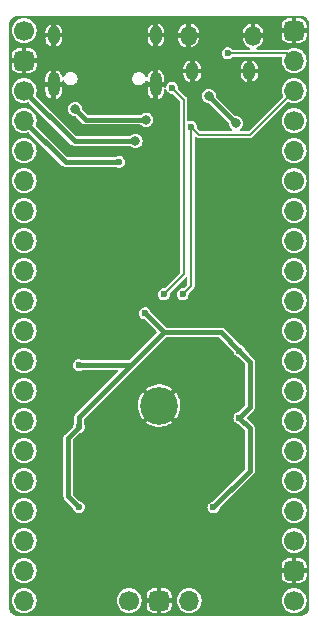
<source format=gbr>
%TF.GenerationSoftware,KiCad,Pcbnew,(6.0.1)*%
%TF.CreationDate,2022-03-04T09:32:41+09:00*%
%TF.ProjectId,yuiop2040,7975696f-7032-4303-9430-2e6b69636164,2*%
%TF.SameCoordinates,Original*%
%TF.FileFunction,Copper,L2,Bot*%
%TF.FilePolarity,Positive*%
%FSLAX46Y46*%
G04 Gerber Fmt 4.6, Leading zero omitted, Abs format (unit mm)*
G04 Created by KiCad (PCBNEW (6.0.1)) date 2022-03-04 09:32:41*
%MOMM*%
%LPD*%
G01*
G04 APERTURE LIST*
G04 Aperture macros list*
%AMRoundRect*
0 Rectangle with rounded corners*
0 $1 Rounding radius*
0 $2 $3 $4 $5 $6 $7 $8 $9 X,Y pos of 4 corners*
0 Add a 4 corners polygon primitive as box body*
4,1,4,$2,$3,$4,$5,$6,$7,$8,$9,$2,$3,0*
0 Add four circle primitives for the rounded corners*
1,1,$1+$1,$2,$3*
1,1,$1+$1,$4,$5*
1,1,$1+$1,$6,$7*
1,1,$1+$1,$8,$9*
0 Add four rect primitives between the rounded corners*
20,1,$1+$1,$2,$3,$4,$5,0*
20,1,$1+$1,$4,$5,$6,$7,0*
20,1,$1+$1,$6,$7,$8,$9,0*
20,1,$1+$1,$8,$9,$2,$3,0*%
G04 Aperture macros list end*
%TA.AperFunction,ComponentPad*%
%ADD10C,3.200000*%
%TD*%
%TA.AperFunction,ComponentPad*%
%ADD11C,1.700000*%
%TD*%
%TA.AperFunction,ComponentPad*%
%ADD12RoundRect,0.425000X0.425000X0.425000X-0.425000X0.425000X-0.425000X-0.425000X0.425000X-0.425000X0*%
%TD*%
%TA.AperFunction,ComponentPad*%
%ADD13O,1.700000X1.700000*%
%TD*%
%TA.AperFunction,ComponentPad*%
%ADD14RoundRect,0.425000X0.425000X-0.425000X0.425000X0.425000X-0.425000X0.425000X-0.425000X-0.425000X0*%
%TD*%
%TA.AperFunction,ComponentPad*%
%ADD15RoundRect,0.425000X-0.425000X-0.425000X0.425000X-0.425000X0.425000X0.425000X-0.425000X0.425000X0*%
%TD*%
%TA.AperFunction,ComponentPad*%
%ADD16O,1.350000X1.700000*%
%TD*%
%TA.AperFunction,ComponentPad*%
%ADD17O,1.100000X1.500000*%
%TD*%
%TA.AperFunction,ComponentPad*%
%ADD18O,1.000000X1.600000*%
%TD*%
%TA.AperFunction,ComponentPad*%
%ADD19O,1.000000X2.100000*%
%TD*%
%TA.AperFunction,ViaPad*%
%ADD20C,0.800000*%
%TD*%
%TA.AperFunction,ViaPad*%
%ADD21C,0.600000*%
%TD*%
%TA.AperFunction,Conductor*%
%ADD22C,0.400000*%
%TD*%
%TA.AperFunction,Conductor*%
%ADD23C,0.200000*%
%TD*%
G04 APERTURE END LIST*
D10*
%TO.P,U2,57,GND*%
%TO.N,GND*%
X139400000Y-106800000D03*
%TD*%
D11*
%TO.P,J4,1,Pin_1*%
%TO.N,/RESET*%
X150830000Y-123310000D03*
D12*
%TO.P,J4,2,Pin_2*%
%TO.N,GND*%
X150830000Y-120770000D03*
D11*
%TO.P,J4,3,Pin_3*%
%TO.N,/GPIO16*%
X150830000Y-118230000D03*
D13*
%TO.P,J4,4,Pin_4*%
%TO.N,/GPIO17*%
X150830000Y-115690000D03*
%TO.P,J4,5,Pin_5*%
%TO.N,/GPIO18*%
X150830000Y-113150000D03*
%TO.P,J4,6,Pin_6*%
%TO.N,/GPIO19*%
X150830000Y-110610000D03*
%TO.P,J4,7,Pin_7*%
%TO.N,/GPIO20*%
X150830000Y-108070000D03*
%TO.P,J4,8,Pin_8*%
%TO.N,/GPIO21*%
X150830000Y-105530000D03*
%TO.P,J4,9,Pin_9*%
%TO.N,/GPIO22*%
X150830000Y-102990000D03*
%TO.P,J4,10,Pin_10*%
%TO.N,/GPIO23*%
X150830000Y-100450000D03*
%TO.P,J4,11,Pin_11*%
%TO.N,/GPIO24*%
X150830000Y-97910000D03*
%TO.P,J4,12,Pin_12*%
%TO.N,/GPIO25*%
X150830000Y-95370000D03*
%TO.P,J4,13,Pin_13*%
%TO.N,/GPIO26_ADC0*%
X150830000Y-92830000D03*
%TO.P,J4,14,Pin_14*%
%TO.N,/GPIO27_ADC1*%
X150830000Y-90290000D03*
D11*
%TO.P,J4,15,Pin_15*%
%TO.N,/GPIO28_ADC2*%
X150830000Y-87750000D03*
D13*
%TO.P,J4,16,Pin_16*%
%TO.N,/GPIO29_ADC3*%
X150830000Y-85210000D03*
D11*
%TO.P,J4,17,Pin_17*%
%TO.N,/USB_VBUS*%
X150830000Y-82670000D03*
D13*
%TO.P,J4,18,Pin_18*%
%TO.N,/USB_D-*%
X150830000Y-80130000D03*
%TO.P,J4,19,Pin_19*%
%TO.N,/USB_D+*%
X150830000Y-77590000D03*
D12*
%TO.P,J4,20,Pin_20*%
%TO.N,GND*%
X150830000Y-75050000D03*
%TD*%
D11*
%TO.P,J5,1,Pin_1*%
%TO.N,/SWCLK*%
X136860000Y-123310000D03*
D14*
%TO.P,J5,2,Pin_2*%
%TO.N,GND*%
X139400000Y-123310000D03*
D13*
%TO.P,J5,3,Pin_3*%
%TO.N,/SWD*%
X141940000Y-123310000D03*
%TD*%
D11*
%TO.P,J3,1,Pin_1*%
%TO.N,/BOOTSEL*%
X127970000Y-75050000D03*
D15*
%TO.P,J3,2,Pin_2*%
%TO.N,GND*%
X127970000Y-77590000D03*
D11*
%TO.P,J3,3,Pin_3*%
%TO.N,/VSYS*%
X127970000Y-80130000D03*
D13*
%TO.P,J3,4,Pin_4*%
%TO.N,+3V3*%
X127970000Y-82670000D03*
%TO.P,J3,5,Pin_5*%
%TO.N,/GPIO0*%
X127970000Y-85210000D03*
%TO.P,J3,6,Pin_6*%
%TO.N,/GPIO1*%
X127970000Y-87750000D03*
%TO.P,J3,7,Pin_7*%
%TO.N,/GPIO2*%
X127970000Y-90290000D03*
%TO.P,J3,8,Pin_8*%
%TO.N,/GPIO3*%
X127970000Y-92830000D03*
%TO.P,J3,9,Pin_9*%
%TO.N,/GPIO4*%
X127970000Y-95370000D03*
%TO.P,J3,10,Pin_10*%
%TO.N,/GPIO5*%
X127970000Y-97910000D03*
%TO.P,J3,11,Pin_11*%
%TO.N,/GPIO6*%
X127970000Y-100450000D03*
%TO.P,J3,12,Pin_12*%
%TO.N,/GPIO7*%
X127970000Y-102990000D03*
%TO.P,J3,13,Pin_13*%
%TO.N,/GPIO8*%
X127970000Y-105530000D03*
%TO.P,J3,14,Pin_14*%
%TO.N,/GPIO9*%
X127970000Y-108070000D03*
%TO.P,J3,15,Pin_15*%
%TO.N,/GPIO10*%
X127970000Y-110610000D03*
%TO.P,J3,16,Pin_16*%
%TO.N,/GPIO11*%
X127970000Y-113150000D03*
%TO.P,J3,17,Pin_17*%
%TO.N,/GPIO12*%
X127970000Y-115690000D03*
%TO.P,J3,18,Pin_18*%
%TO.N,/GPIO13*%
X127970000Y-118230000D03*
%TO.P,J3,19,Pin_19*%
%TO.N,/GPIO14*%
X127970000Y-120770000D03*
%TO.P,J3,20,Pin_20*%
%TO.N,/GPIO15*%
X127970000Y-123310000D03*
%TD*%
D16*
%TO.P,J1,6,Shield*%
%TO.N,GND*%
X141895000Y-75485000D03*
D17*
X142205000Y-78485000D03*
X147045000Y-78485000D03*
D16*
X147355000Y-75485000D03*
%TD*%
D18*
%TO.P,J2,S1,SHIELD*%
%TO.N,GND*%
X130480000Y-75440000D03*
X139120000Y-75440000D03*
D19*
X139120000Y-79620000D03*
X130480000Y-79620000D03*
%TD*%
D20*
%TO.N,/VSYS*%
X137400000Y-84400000D03*
D21*
%TO.N,+3V3*%
X136000000Y-86175000D03*
X132600000Y-103375000D03*
X146200000Y-102175000D03*
X132600000Y-108625000D03*
X144000000Y-115425000D03*
X132600000Y-115400000D03*
X146200000Y-107825000D03*
X138206250Y-98993750D03*
D20*
%TO.N,/USB_VBUS*%
X132300000Y-81700000D03*
X143600000Y-80600000D03*
X145900000Y-82900000D03*
X138300000Y-82600000D03*
D21*
%TO.N,/USB_D-*%
X142100000Y-83200000D03*
X141400000Y-97375000D03*
%TO.N,/USB_D+*%
X140500000Y-79900000D03*
X145200000Y-76964502D03*
X139800000Y-97375000D03*
%TD*%
D22*
%TO.N,/VSYS*%
X132240000Y-84400000D02*
X127970000Y-80130000D01*
X137400000Y-84400000D02*
X132240000Y-84400000D01*
%TO.N,+3V3*%
X137206250Y-103206250D02*
X139812500Y-100600000D01*
X147100000Y-112325000D02*
X144000000Y-115425000D01*
X147100000Y-106925000D02*
X146200000Y-107825000D01*
X139812500Y-100600000D02*
X138206250Y-98993750D01*
X132600000Y-107812500D02*
X137206250Y-103206250D01*
X147100000Y-104600000D02*
X147100000Y-106925000D01*
X132600000Y-103375000D02*
X137037500Y-103375000D01*
X132600000Y-108625000D02*
X132600000Y-107812500D01*
X131700000Y-109525000D02*
X131700000Y-114500000D01*
D23*
X137037500Y-103375000D02*
X137206250Y-103206250D01*
D22*
X144100000Y-100600000D02*
X139812500Y-100600000D01*
X131700000Y-114500000D02*
X132600000Y-115400000D01*
X147100000Y-104600000D02*
X147100000Y-103075000D01*
X132600000Y-108625000D02*
X131700000Y-109525000D01*
X146200000Y-107825000D02*
X147100000Y-108725000D01*
X131475000Y-86175000D02*
X136000000Y-86175000D01*
X144625000Y-100600000D02*
X146200000Y-102175000D01*
X147100000Y-103075000D02*
X146200000Y-102175000D01*
X144100000Y-100600000D02*
X144625000Y-100600000D01*
X127970000Y-82670000D02*
X131475000Y-86175000D01*
X147100000Y-108725000D02*
X147100000Y-112325000D01*
%TO.N,/USB_VBUS*%
X133200000Y-82600000D02*
X138300000Y-82600000D01*
X132300000Y-81700000D02*
X133200000Y-82600000D01*
X145900000Y-82900000D02*
X143600000Y-80600000D01*
D23*
%TO.N,/USB_D-*%
X147085489Y-83874511D02*
X150830000Y-80130000D01*
X142100000Y-83200000D02*
X142100000Y-96675000D01*
X142100000Y-96675000D02*
X141400000Y-97375000D01*
X147085489Y-83874511D02*
X142774511Y-83874511D01*
X142100000Y-83200000D02*
X142774511Y-83874511D01*
%TO.N,/USB_D+*%
X141500000Y-95675000D02*
X139800000Y-97375000D01*
X150204502Y-76964502D02*
X150830000Y-77590000D01*
X145200000Y-76964502D02*
X150204502Y-76964502D01*
X141500000Y-80900000D02*
X141500000Y-95675000D01*
X140500000Y-79900000D02*
X141500000Y-80900000D01*
%TD*%
%TA.AperFunction,Conductor*%
%TO.N,GND*%
G36*
X127971125Y-73812133D02*
G01*
X128016403Y-73800000D01*
X150807325Y-73800001D01*
X151296039Y-73800001D01*
X151318226Y-73802519D01*
X151325344Y-73804156D01*
X151329641Y-73805144D01*
X151340515Y-73802683D01*
X151351665Y-73802703D01*
X151351663Y-73803717D01*
X151361523Y-73803106D01*
X151417537Y-73808623D01*
X151476369Y-73814417D01*
X151495399Y-73818203D01*
X151561109Y-73838135D01*
X151626816Y-73858067D01*
X151644744Y-73865493D01*
X151695226Y-73892476D01*
X151765855Y-73930228D01*
X151781989Y-73941008D01*
X151888151Y-74028132D01*
X151901868Y-74041849D01*
X151968424Y-74122948D01*
X151988991Y-74148010D01*
X151999771Y-74164144D01*
X152042588Y-74244247D01*
X152064506Y-74285253D01*
X152071933Y-74303184D01*
X152111797Y-74434599D01*
X152115582Y-74453630D01*
X152125474Y-74554053D01*
X152126896Y-74568494D01*
X152127373Y-74578372D01*
X152127355Y-74588776D01*
X152124856Y-74599643D01*
X152127317Y-74610517D01*
X152127558Y-74611584D01*
X152129999Y-74633433D01*
X152129999Y-123766039D01*
X152127481Y-123788226D01*
X152124856Y-123799641D01*
X152127317Y-123810515D01*
X152127297Y-123821664D01*
X152126283Y-123821662D01*
X152126894Y-123831523D01*
X152115583Y-123946367D01*
X152111797Y-123965399D01*
X152104850Y-123988301D01*
X152071933Y-124096816D01*
X152064507Y-124114744D01*
X152017098Y-124203441D01*
X151999772Y-124235855D01*
X151988991Y-124251990D01*
X151901868Y-124358151D01*
X151888151Y-124371868D01*
X151807052Y-124438424D01*
X151781990Y-124458991D01*
X151765856Y-124469771D01*
X151644744Y-124534507D01*
X151626816Y-124541933D01*
X151561108Y-124561865D01*
X151495399Y-124581797D01*
X151476369Y-124585583D01*
X151361500Y-124596896D01*
X151351628Y-124597373D01*
X151341224Y-124597355D01*
X151330357Y-124594856D01*
X151318416Y-124597558D01*
X151296567Y-124599999D01*
X127503961Y-124599999D01*
X127481774Y-124597481D01*
X127470359Y-124594856D01*
X127459485Y-124597317D01*
X127448336Y-124597297D01*
X127448338Y-124596283D01*
X127438477Y-124596894D01*
X127382463Y-124591377D01*
X127323631Y-124585583D01*
X127304601Y-124581797D01*
X127238892Y-124561865D01*
X127173184Y-124541933D01*
X127155256Y-124534507D01*
X127034144Y-124469771D01*
X127018010Y-124458991D01*
X126992948Y-124438424D01*
X126911849Y-124371868D01*
X126898132Y-124358151D01*
X126811009Y-124251990D01*
X126800228Y-124235855D01*
X126782902Y-124203441D01*
X126735493Y-124114744D01*
X126728067Y-124096816D01*
X126695150Y-123988301D01*
X126688203Y-123965399D01*
X126684417Y-123946367D01*
X126678433Y-123885613D01*
X126673104Y-123831500D01*
X126672627Y-123821628D01*
X126672645Y-123811224D01*
X126675144Y-123800357D01*
X126672442Y-123788416D01*
X126670001Y-123766567D01*
X126670001Y-123295262D01*
X126914520Y-123295262D01*
X126931759Y-123500553D01*
X126933092Y-123505201D01*
X126933092Y-123505202D01*
X126936832Y-123518243D01*
X126988544Y-123698586D01*
X127082712Y-123881818D01*
X127210677Y-124043270D01*
X127214357Y-124046402D01*
X127214359Y-124046404D01*
X127273593Y-124096816D01*
X127367564Y-124176791D01*
X127371787Y-124179151D01*
X127371791Y-124179154D01*
X127411342Y-124201258D01*
X127547398Y-124277297D01*
X127551996Y-124278791D01*
X127738724Y-124339463D01*
X127738726Y-124339464D01*
X127743329Y-124340959D01*
X127947894Y-124365351D01*
X127952716Y-124364980D01*
X127952719Y-124364980D01*
X128020541Y-124359761D01*
X128153300Y-124349546D01*
X128351725Y-124294145D01*
X128356038Y-124291966D01*
X128356044Y-124291964D01*
X128531289Y-124203441D01*
X128531291Y-124203440D01*
X128535610Y-124201258D01*
X128570943Y-124173653D01*
X128694135Y-124077406D01*
X128694139Y-124077402D01*
X128697951Y-124074424D01*
X128832564Y-123918472D01*
X128851231Y-123885613D01*
X128931934Y-123743550D01*
X128931935Y-123743547D01*
X128934323Y-123739344D01*
X128947882Y-123698586D01*
X128997824Y-123548454D01*
X128997824Y-123548452D01*
X128999351Y-123543863D01*
X129003251Y-123512995D01*
X129024823Y-123342228D01*
X129025171Y-123339474D01*
X129025583Y-123310000D01*
X129024138Y-123295262D01*
X135804520Y-123295262D01*
X135821759Y-123500553D01*
X135823092Y-123505201D01*
X135823092Y-123505202D01*
X135826832Y-123518243D01*
X135878544Y-123698586D01*
X135972712Y-123881818D01*
X136100677Y-124043270D01*
X136104357Y-124046402D01*
X136104359Y-124046404D01*
X136163593Y-124096816D01*
X136257564Y-124176791D01*
X136261787Y-124179151D01*
X136261791Y-124179154D01*
X136301342Y-124201258D01*
X136437398Y-124277297D01*
X136441996Y-124278791D01*
X136628724Y-124339463D01*
X136628726Y-124339464D01*
X136633329Y-124340959D01*
X136837894Y-124365351D01*
X136842716Y-124364980D01*
X136842719Y-124364980D01*
X136910541Y-124359761D01*
X137043300Y-124349546D01*
X137241725Y-124294145D01*
X137246038Y-124291966D01*
X137246044Y-124291964D01*
X137421289Y-124203441D01*
X137421291Y-124203440D01*
X137425610Y-124201258D01*
X137460943Y-124173653D01*
X137584135Y-124077406D01*
X137584139Y-124077402D01*
X137587951Y-124074424D01*
X137722564Y-123918472D01*
X137741231Y-123885613D01*
X137792045Y-123796164D01*
X138350000Y-123796164D01*
X138350153Y-123800052D01*
X138352392Y-123828506D01*
X138354201Y-123838408D01*
X138395106Y-123979205D01*
X138400017Y-123990553D01*
X138474059Y-124115753D01*
X138481629Y-124125512D01*
X138584488Y-124228371D01*
X138594247Y-124235941D01*
X138719447Y-124309983D01*
X138730795Y-124314894D01*
X138871592Y-124355799D01*
X138881494Y-124357608D01*
X138909948Y-124359847D01*
X138913836Y-124360000D01*
X139184320Y-124360000D01*
X139197005Y-124355878D01*
X139200000Y-124351757D01*
X139200000Y-124344320D01*
X139600000Y-124344320D01*
X139604122Y-124357005D01*
X139608243Y-124360000D01*
X139886164Y-124360000D01*
X139890052Y-124359847D01*
X139918506Y-124357608D01*
X139928408Y-124355799D01*
X140069205Y-124314894D01*
X140080553Y-124309983D01*
X140205753Y-124235941D01*
X140215512Y-124228371D01*
X140318371Y-124125512D01*
X140325941Y-124115753D01*
X140399983Y-123990553D01*
X140404894Y-123979205D01*
X140445799Y-123838408D01*
X140447608Y-123828506D01*
X140449847Y-123800052D01*
X140450000Y-123796164D01*
X140450000Y-123525680D01*
X140445878Y-123512995D01*
X140441757Y-123510000D01*
X139615680Y-123510000D01*
X139602995Y-123514122D01*
X139600000Y-123518243D01*
X139600000Y-124344320D01*
X139200000Y-124344320D01*
X139200000Y-123525680D01*
X139195878Y-123512995D01*
X139191757Y-123510000D01*
X138365680Y-123510000D01*
X138352995Y-123514122D01*
X138350000Y-123518243D01*
X138350000Y-123796164D01*
X137792045Y-123796164D01*
X137821934Y-123743550D01*
X137821935Y-123743547D01*
X137824323Y-123739344D01*
X137837882Y-123698586D01*
X137887824Y-123548454D01*
X137887824Y-123548452D01*
X137889351Y-123543863D01*
X137893251Y-123512995D01*
X137914823Y-123342228D01*
X137915171Y-123339474D01*
X137915583Y-123310000D01*
X137914138Y-123295262D01*
X140884520Y-123295262D01*
X140901759Y-123500553D01*
X140903092Y-123505201D01*
X140903092Y-123505202D01*
X140906832Y-123518243D01*
X140958544Y-123698586D01*
X141052712Y-123881818D01*
X141180677Y-124043270D01*
X141184357Y-124046402D01*
X141184359Y-124046404D01*
X141243593Y-124096816D01*
X141337564Y-124176791D01*
X141341787Y-124179151D01*
X141341791Y-124179154D01*
X141381342Y-124201258D01*
X141517398Y-124277297D01*
X141521996Y-124278791D01*
X141708724Y-124339463D01*
X141708726Y-124339464D01*
X141713329Y-124340959D01*
X141917894Y-124365351D01*
X141922716Y-124364980D01*
X141922719Y-124364980D01*
X141990541Y-124359761D01*
X142123300Y-124349546D01*
X142321725Y-124294145D01*
X142326038Y-124291966D01*
X142326044Y-124291964D01*
X142501289Y-124203441D01*
X142501291Y-124203440D01*
X142505610Y-124201258D01*
X142540943Y-124173653D01*
X142664135Y-124077406D01*
X142664139Y-124077402D01*
X142667951Y-124074424D01*
X142802564Y-123918472D01*
X142821231Y-123885613D01*
X142901934Y-123743550D01*
X142901935Y-123743547D01*
X142904323Y-123739344D01*
X142917882Y-123698586D01*
X142967824Y-123548454D01*
X142967824Y-123548452D01*
X142969351Y-123543863D01*
X142973251Y-123512995D01*
X142994823Y-123342228D01*
X142995171Y-123339474D01*
X142995583Y-123310000D01*
X142994138Y-123295262D01*
X149774520Y-123295262D01*
X149791759Y-123500553D01*
X149793092Y-123505201D01*
X149793092Y-123505202D01*
X149796832Y-123518243D01*
X149848544Y-123698586D01*
X149942712Y-123881818D01*
X150070677Y-124043270D01*
X150074357Y-124046402D01*
X150074359Y-124046404D01*
X150133593Y-124096816D01*
X150227564Y-124176791D01*
X150231787Y-124179151D01*
X150231791Y-124179154D01*
X150271342Y-124201258D01*
X150407398Y-124277297D01*
X150411996Y-124278791D01*
X150598724Y-124339463D01*
X150598726Y-124339464D01*
X150603329Y-124340959D01*
X150807894Y-124365351D01*
X150812716Y-124364980D01*
X150812719Y-124364980D01*
X150880541Y-124359761D01*
X151013300Y-124349546D01*
X151211725Y-124294145D01*
X151216038Y-124291966D01*
X151216044Y-124291964D01*
X151391289Y-124203441D01*
X151391291Y-124203440D01*
X151395610Y-124201258D01*
X151430943Y-124173653D01*
X151554135Y-124077406D01*
X151554139Y-124077402D01*
X151557951Y-124074424D01*
X151692564Y-123918472D01*
X151711231Y-123885613D01*
X151791934Y-123743550D01*
X151791935Y-123743547D01*
X151794323Y-123739344D01*
X151807882Y-123698586D01*
X151857824Y-123548454D01*
X151857824Y-123548452D01*
X151859351Y-123543863D01*
X151863251Y-123512995D01*
X151884823Y-123342228D01*
X151885171Y-123339474D01*
X151885583Y-123310000D01*
X151883667Y-123290454D01*
X151865952Y-123109780D01*
X151865951Y-123109776D01*
X151865480Y-123104970D01*
X151805935Y-122907749D01*
X151709218Y-122725849D01*
X151579011Y-122566200D01*
X151420275Y-122434882D01*
X151239055Y-122336897D01*
X151136355Y-122305106D01*
X151046875Y-122277407D01*
X151046871Y-122277406D01*
X151042254Y-122275977D01*
X151037446Y-122275472D01*
X151037443Y-122275471D01*
X150842185Y-122254949D01*
X150842183Y-122254949D01*
X150837369Y-122254443D01*
X150777354Y-122259905D01*
X150637022Y-122272675D01*
X150637017Y-122272676D01*
X150632203Y-122273114D01*
X150434572Y-122331280D01*
X150430288Y-122333519D01*
X150430287Y-122333520D01*
X150419428Y-122339197D01*
X150252002Y-122426726D01*
X150248231Y-122429758D01*
X150095220Y-122552781D01*
X150095217Y-122552783D01*
X150091447Y-122555815D01*
X150088333Y-122559526D01*
X150088332Y-122559527D01*
X150079585Y-122569952D01*
X149959024Y-122713630D01*
X149956689Y-122717878D01*
X149956688Y-122717879D01*
X149949955Y-122730126D01*
X149859776Y-122894162D01*
X149797484Y-123090532D01*
X149796944Y-123095344D01*
X149796944Y-123095345D01*
X149795865Y-123104970D01*
X149774520Y-123295262D01*
X142994138Y-123295262D01*
X142993667Y-123290454D01*
X142975952Y-123109780D01*
X142975951Y-123109776D01*
X142975480Y-123104970D01*
X142915935Y-122907749D01*
X142819218Y-122725849D01*
X142689011Y-122566200D01*
X142530275Y-122434882D01*
X142349055Y-122336897D01*
X142246355Y-122305106D01*
X142156875Y-122277407D01*
X142156871Y-122277406D01*
X142152254Y-122275977D01*
X142147446Y-122275472D01*
X142147443Y-122275471D01*
X141952185Y-122254949D01*
X141952183Y-122254949D01*
X141947369Y-122254443D01*
X141887354Y-122259905D01*
X141747022Y-122272675D01*
X141747017Y-122272676D01*
X141742203Y-122273114D01*
X141544572Y-122331280D01*
X141540288Y-122333519D01*
X141540287Y-122333520D01*
X141529428Y-122339197D01*
X141362002Y-122426726D01*
X141358231Y-122429758D01*
X141205220Y-122552781D01*
X141205217Y-122552783D01*
X141201447Y-122555815D01*
X141198333Y-122559526D01*
X141198332Y-122559527D01*
X141189585Y-122569952D01*
X141069024Y-122713630D01*
X141066689Y-122717878D01*
X141066688Y-122717879D01*
X141059955Y-122730126D01*
X140969776Y-122894162D01*
X140907484Y-123090532D01*
X140906944Y-123095344D01*
X140906944Y-123095345D01*
X140905865Y-123104970D01*
X140884520Y-123295262D01*
X137914138Y-123295262D01*
X137913667Y-123290454D01*
X137895952Y-123109780D01*
X137895951Y-123109776D01*
X137895480Y-123104970D01*
X137892265Y-123094320D01*
X138350000Y-123094320D01*
X138354122Y-123107005D01*
X138358243Y-123110000D01*
X139184320Y-123110000D01*
X139197005Y-123105878D01*
X139200000Y-123101757D01*
X139200000Y-123094320D01*
X139600000Y-123094320D01*
X139604122Y-123107005D01*
X139608243Y-123110000D01*
X140434320Y-123110000D01*
X140447005Y-123105878D01*
X140450000Y-123101757D01*
X140450000Y-122823836D01*
X140449847Y-122819948D01*
X140447608Y-122791494D01*
X140445799Y-122781592D01*
X140404894Y-122640795D01*
X140399983Y-122629447D01*
X140325941Y-122504247D01*
X140318371Y-122494488D01*
X140215512Y-122391629D01*
X140205753Y-122384059D01*
X140080553Y-122310017D01*
X140069205Y-122305106D01*
X139928408Y-122264201D01*
X139918506Y-122262392D01*
X139890052Y-122260153D01*
X139886164Y-122260000D01*
X139615680Y-122260000D01*
X139602995Y-122264122D01*
X139600000Y-122268243D01*
X139600000Y-123094320D01*
X139200000Y-123094320D01*
X139200000Y-122275680D01*
X139195878Y-122262995D01*
X139191757Y-122260000D01*
X138913836Y-122260000D01*
X138909948Y-122260153D01*
X138881494Y-122262392D01*
X138871592Y-122264201D01*
X138730795Y-122305106D01*
X138719447Y-122310017D01*
X138594247Y-122384059D01*
X138584488Y-122391629D01*
X138481629Y-122494488D01*
X138474059Y-122504247D01*
X138400017Y-122629447D01*
X138395106Y-122640795D01*
X138354201Y-122781592D01*
X138352392Y-122791494D01*
X138350153Y-122819948D01*
X138350000Y-122823836D01*
X138350000Y-123094320D01*
X137892265Y-123094320D01*
X137835935Y-122907749D01*
X137739218Y-122725849D01*
X137609011Y-122566200D01*
X137450275Y-122434882D01*
X137269055Y-122336897D01*
X137166355Y-122305106D01*
X137076875Y-122277407D01*
X137076871Y-122277406D01*
X137072254Y-122275977D01*
X137067446Y-122275472D01*
X137067443Y-122275471D01*
X136872185Y-122254949D01*
X136872183Y-122254949D01*
X136867369Y-122254443D01*
X136807354Y-122259905D01*
X136667022Y-122272675D01*
X136667017Y-122272676D01*
X136662203Y-122273114D01*
X136464572Y-122331280D01*
X136460288Y-122333519D01*
X136460287Y-122333520D01*
X136449428Y-122339197D01*
X136282002Y-122426726D01*
X136278231Y-122429758D01*
X136125220Y-122552781D01*
X136125217Y-122552783D01*
X136121447Y-122555815D01*
X136118333Y-122559526D01*
X136118332Y-122559527D01*
X136109585Y-122569952D01*
X135989024Y-122713630D01*
X135986689Y-122717878D01*
X135986688Y-122717879D01*
X135979955Y-122730126D01*
X135889776Y-122894162D01*
X135827484Y-123090532D01*
X135826944Y-123095344D01*
X135826944Y-123095345D01*
X135825865Y-123104970D01*
X135804520Y-123295262D01*
X129024138Y-123295262D01*
X129023667Y-123290454D01*
X129005952Y-123109780D01*
X129005951Y-123109776D01*
X129005480Y-123104970D01*
X128945935Y-122907749D01*
X128849218Y-122725849D01*
X128719011Y-122566200D01*
X128560275Y-122434882D01*
X128379055Y-122336897D01*
X128276355Y-122305106D01*
X128186875Y-122277407D01*
X128186871Y-122277406D01*
X128182254Y-122275977D01*
X128177446Y-122275472D01*
X128177443Y-122275471D01*
X127982185Y-122254949D01*
X127982183Y-122254949D01*
X127977369Y-122254443D01*
X127917354Y-122259905D01*
X127777022Y-122272675D01*
X127777017Y-122272676D01*
X127772203Y-122273114D01*
X127574572Y-122331280D01*
X127570288Y-122333519D01*
X127570287Y-122333520D01*
X127559428Y-122339197D01*
X127392002Y-122426726D01*
X127388231Y-122429758D01*
X127235220Y-122552781D01*
X127235217Y-122552783D01*
X127231447Y-122555815D01*
X127228333Y-122559526D01*
X127228332Y-122559527D01*
X127219585Y-122569952D01*
X127099024Y-122713630D01*
X127096689Y-122717878D01*
X127096688Y-122717879D01*
X127089955Y-122730126D01*
X126999776Y-122894162D01*
X126937484Y-123090532D01*
X126936944Y-123095344D01*
X126936944Y-123095345D01*
X126935865Y-123104970D01*
X126914520Y-123295262D01*
X126670001Y-123295262D01*
X126670000Y-120755262D01*
X126914520Y-120755262D01*
X126931759Y-120960553D01*
X126933092Y-120965201D01*
X126933092Y-120965202D01*
X126936832Y-120978243D01*
X126988544Y-121158586D01*
X127082712Y-121341818D01*
X127210677Y-121503270D01*
X127214357Y-121506402D01*
X127214359Y-121506404D01*
X127295844Y-121575753D01*
X127367564Y-121636791D01*
X127371787Y-121639151D01*
X127371791Y-121639154D01*
X127411342Y-121661258D01*
X127547398Y-121737297D01*
X127551996Y-121738791D01*
X127738724Y-121799463D01*
X127738726Y-121799464D01*
X127743329Y-121800959D01*
X127947894Y-121825351D01*
X127952716Y-121824980D01*
X127952719Y-121824980D01*
X128020541Y-121819761D01*
X128153300Y-121809546D01*
X128351725Y-121754145D01*
X128356038Y-121751966D01*
X128356044Y-121751964D01*
X128531289Y-121663441D01*
X128531291Y-121663440D01*
X128535610Y-121661258D01*
X128570943Y-121633653D01*
X128694135Y-121537406D01*
X128694139Y-121537402D01*
X128697951Y-121534424D01*
X128832564Y-121378472D01*
X128851231Y-121345613D01*
X128902045Y-121256164D01*
X149780000Y-121256164D01*
X149780153Y-121260052D01*
X149782392Y-121288506D01*
X149784201Y-121298408D01*
X149825106Y-121439205D01*
X149830017Y-121450553D01*
X149904059Y-121575753D01*
X149911629Y-121585512D01*
X150014488Y-121688371D01*
X150024247Y-121695941D01*
X150149447Y-121769983D01*
X150160795Y-121774894D01*
X150301592Y-121815799D01*
X150311494Y-121817608D01*
X150339948Y-121819847D01*
X150343836Y-121820000D01*
X150614320Y-121820000D01*
X150627005Y-121815878D01*
X150630000Y-121811757D01*
X150630000Y-121804320D01*
X151030000Y-121804320D01*
X151034122Y-121817005D01*
X151038243Y-121820000D01*
X151316164Y-121820000D01*
X151320052Y-121819847D01*
X151348506Y-121817608D01*
X151358408Y-121815799D01*
X151499205Y-121774894D01*
X151510553Y-121769983D01*
X151635753Y-121695941D01*
X151645512Y-121688371D01*
X151748371Y-121585512D01*
X151755941Y-121575753D01*
X151829983Y-121450553D01*
X151834894Y-121439205D01*
X151875799Y-121298408D01*
X151877608Y-121288506D01*
X151879847Y-121260052D01*
X151880000Y-121256164D01*
X151880000Y-120985680D01*
X151875878Y-120972995D01*
X151871757Y-120970000D01*
X151045680Y-120970000D01*
X151032995Y-120974122D01*
X151030000Y-120978243D01*
X151030000Y-121804320D01*
X150630000Y-121804320D01*
X150630000Y-120985680D01*
X150625878Y-120972995D01*
X150621757Y-120970000D01*
X149795680Y-120970000D01*
X149782995Y-120974122D01*
X149780000Y-120978243D01*
X149780000Y-121256164D01*
X128902045Y-121256164D01*
X128931934Y-121203550D01*
X128931935Y-121203547D01*
X128934323Y-121199344D01*
X128947882Y-121158586D01*
X128997824Y-121008454D01*
X128997824Y-121008452D01*
X128999351Y-121003863D01*
X129003251Y-120972995D01*
X129024823Y-120802228D01*
X129025171Y-120799474D01*
X129025583Y-120770000D01*
X129023667Y-120750454D01*
X129005952Y-120569780D01*
X129005951Y-120569776D01*
X129005480Y-120564970D01*
X129002265Y-120554320D01*
X149780000Y-120554320D01*
X149784122Y-120567005D01*
X149788243Y-120570000D01*
X150614320Y-120570000D01*
X150627005Y-120565878D01*
X150630000Y-120561757D01*
X150630000Y-120554320D01*
X151030000Y-120554320D01*
X151034122Y-120567005D01*
X151038243Y-120570000D01*
X151864320Y-120570000D01*
X151877005Y-120565878D01*
X151880000Y-120561757D01*
X151880000Y-120283836D01*
X151879847Y-120279948D01*
X151877608Y-120251494D01*
X151875799Y-120241592D01*
X151834894Y-120100795D01*
X151829983Y-120089447D01*
X151755941Y-119964247D01*
X151748371Y-119954488D01*
X151645512Y-119851629D01*
X151635753Y-119844059D01*
X151510553Y-119770017D01*
X151499205Y-119765106D01*
X151358408Y-119724201D01*
X151348506Y-119722392D01*
X151320052Y-119720153D01*
X151316164Y-119720000D01*
X151045680Y-119720000D01*
X151032995Y-119724122D01*
X151030000Y-119728243D01*
X151030000Y-120554320D01*
X150630000Y-120554320D01*
X150630000Y-119735680D01*
X150625878Y-119722995D01*
X150621757Y-119720000D01*
X150343836Y-119720000D01*
X150339948Y-119720153D01*
X150311494Y-119722392D01*
X150301592Y-119724201D01*
X150160795Y-119765106D01*
X150149447Y-119770017D01*
X150024247Y-119844059D01*
X150014488Y-119851629D01*
X149911629Y-119954488D01*
X149904059Y-119964247D01*
X149830017Y-120089447D01*
X149825106Y-120100795D01*
X149784201Y-120241592D01*
X149782392Y-120251494D01*
X149780153Y-120279948D01*
X149780000Y-120283836D01*
X149780000Y-120554320D01*
X129002265Y-120554320D01*
X128945935Y-120367749D01*
X128849218Y-120185849D01*
X128719011Y-120026200D01*
X128560275Y-119894882D01*
X128379055Y-119796897D01*
X128276355Y-119765106D01*
X128186875Y-119737407D01*
X128186871Y-119737406D01*
X128182254Y-119735977D01*
X128177446Y-119735472D01*
X128177443Y-119735471D01*
X127982185Y-119714949D01*
X127982183Y-119714949D01*
X127977369Y-119714443D01*
X127917354Y-119719905D01*
X127777022Y-119732675D01*
X127777017Y-119732676D01*
X127772203Y-119733114D01*
X127574572Y-119791280D01*
X127570288Y-119793519D01*
X127570287Y-119793520D01*
X127559428Y-119799197D01*
X127392002Y-119886726D01*
X127388231Y-119889758D01*
X127235220Y-120012781D01*
X127235217Y-120012783D01*
X127231447Y-120015815D01*
X127228333Y-120019526D01*
X127228332Y-120019527D01*
X127219585Y-120029952D01*
X127099024Y-120173630D01*
X127096689Y-120177878D01*
X127096688Y-120177879D01*
X127089955Y-120190126D01*
X126999776Y-120354162D01*
X126937484Y-120550532D01*
X126936944Y-120555344D01*
X126936944Y-120555345D01*
X126935865Y-120564970D01*
X126914520Y-120755262D01*
X126670000Y-120755262D01*
X126670000Y-118215262D01*
X126914520Y-118215262D01*
X126931759Y-118420553D01*
X126988544Y-118618586D01*
X127082712Y-118801818D01*
X127210677Y-118963270D01*
X127214357Y-118966402D01*
X127214359Y-118966404D01*
X127327017Y-119062283D01*
X127367564Y-119096791D01*
X127371787Y-119099151D01*
X127371791Y-119099154D01*
X127411342Y-119121258D01*
X127547398Y-119197297D01*
X127551996Y-119198791D01*
X127738724Y-119259463D01*
X127738726Y-119259464D01*
X127743329Y-119260959D01*
X127947894Y-119285351D01*
X127952716Y-119284980D01*
X127952719Y-119284980D01*
X128020541Y-119279761D01*
X128153300Y-119269546D01*
X128351725Y-119214145D01*
X128356038Y-119211966D01*
X128356044Y-119211964D01*
X128531289Y-119123441D01*
X128531291Y-119123440D01*
X128535610Y-119121258D01*
X128570943Y-119093653D01*
X128694135Y-118997406D01*
X128694139Y-118997402D01*
X128697951Y-118994424D01*
X128832564Y-118838472D01*
X128851231Y-118805613D01*
X128931934Y-118663550D01*
X128931935Y-118663547D01*
X128934323Y-118659344D01*
X128947882Y-118618586D01*
X128997824Y-118468454D01*
X128997824Y-118468452D01*
X128999351Y-118463863D01*
X129025171Y-118259474D01*
X129025583Y-118230000D01*
X129024138Y-118215262D01*
X149774520Y-118215262D01*
X149791759Y-118420553D01*
X149848544Y-118618586D01*
X149942712Y-118801818D01*
X150070677Y-118963270D01*
X150074357Y-118966402D01*
X150074359Y-118966404D01*
X150187017Y-119062283D01*
X150227564Y-119096791D01*
X150231787Y-119099151D01*
X150231791Y-119099154D01*
X150271342Y-119121258D01*
X150407398Y-119197297D01*
X150411996Y-119198791D01*
X150598724Y-119259463D01*
X150598726Y-119259464D01*
X150603329Y-119260959D01*
X150807894Y-119285351D01*
X150812716Y-119284980D01*
X150812719Y-119284980D01*
X150880541Y-119279761D01*
X151013300Y-119269546D01*
X151211725Y-119214145D01*
X151216038Y-119211966D01*
X151216044Y-119211964D01*
X151391289Y-119123441D01*
X151391291Y-119123440D01*
X151395610Y-119121258D01*
X151430943Y-119093653D01*
X151554135Y-118997406D01*
X151554139Y-118997402D01*
X151557951Y-118994424D01*
X151692564Y-118838472D01*
X151711231Y-118805613D01*
X151791934Y-118663550D01*
X151791935Y-118663547D01*
X151794323Y-118659344D01*
X151807882Y-118618586D01*
X151857824Y-118468454D01*
X151857824Y-118468452D01*
X151859351Y-118463863D01*
X151885171Y-118259474D01*
X151885583Y-118230000D01*
X151865480Y-118024970D01*
X151805935Y-117827749D01*
X151709218Y-117645849D01*
X151579011Y-117486200D01*
X151420275Y-117354882D01*
X151239055Y-117256897D01*
X151175855Y-117237333D01*
X151046875Y-117197407D01*
X151046871Y-117197406D01*
X151042254Y-117195977D01*
X151037446Y-117195472D01*
X151037443Y-117195471D01*
X150842185Y-117174949D01*
X150842183Y-117174949D01*
X150837369Y-117174443D01*
X150777354Y-117179905D01*
X150637022Y-117192675D01*
X150637017Y-117192676D01*
X150632203Y-117193114D01*
X150434572Y-117251280D01*
X150430288Y-117253519D01*
X150430287Y-117253520D01*
X150419428Y-117259197D01*
X150252002Y-117346726D01*
X150248231Y-117349758D01*
X150095220Y-117472781D01*
X150095217Y-117472783D01*
X150091447Y-117475815D01*
X150088333Y-117479526D01*
X150088332Y-117479527D01*
X150079585Y-117489952D01*
X149959024Y-117633630D01*
X149956689Y-117637878D01*
X149956688Y-117637879D01*
X149949955Y-117650126D01*
X149859776Y-117814162D01*
X149797484Y-118010532D01*
X149796944Y-118015344D01*
X149796944Y-118015345D01*
X149795865Y-118024970D01*
X149774520Y-118215262D01*
X129024138Y-118215262D01*
X129005480Y-118024970D01*
X128945935Y-117827749D01*
X128849218Y-117645849D01*
X128719011Y-117486200D01*
X128560275Y-117354882D01*
X128379055Y-117256897D01*
X128315855Y-117237333D01*
X128186875Y-117197407D01*
X128186871Y-117197406D01*
X128182254Y-117195977D01*
X128177446Y-117195472D01*
X128177443Y-117195471D01*
X127982185Y-117174949D01*
X127982183Y-117174949D01*
X127977369Y-117174443D01*
X127917354Y-117179905D01*
X127777022Y-117192675D01*
X127777017Y-117192676D01*
X127772203Y-117193114D01*
X127574572Y-117251280D01*
X127570288Y-117253519D01*
X127570287Y-117253520D01*
X127559428Y-117259197D01*
X127392002Y-117346726D01*
X127388231Y-117349758D01*
X127235220Y-117472781D01*
X127235217Y-117472783D01*
X127231447Y-117475815D01*
X127228333Y-117479526D01*
X127228332Y-117479527D01*
X127219585Y-117489952D01*
X127099024Y-117633630D01*
X127096689Y-117637878D01*
X127096688Y-117637879D01*
X127089955Y-117650126D01*
X126999776Y-117814162D01*
X126937484Y-118010532D01*
X126936944Y-118015344D01*
X126936944Y-118015345D01*
X126935865Y-118024970D01*
X126914520Y-118215262D01*
X126670000Y-118215262D01*
X126670000Y-115675262D01*
X126914520Y-115675262D01*
X126918000Y-115716699D01*
X126930530Y-115865914D01*
X126931759Y-115880553D01*
X126933092Y-115885201D01*
X126933092Y-115885202D01*
X126945012Y-115926770D01*
X126988544Y-116078586D01*
X127082712Y-116261818D01*
X127210677Y-116423270D01*
X127214357Y-116426402D01*
X127214359Y-116426404D01*
X127327017Y-116522283D01*
X127367564Y-116556791D01*
X127371787Y-116559151D01*
X127371791Y-116559154D01*
X127411342Y-116581258D01*
X127547398Y-116657297D01*
X127551996Y-116658791D01*
X127738724Y-116719463D01*
X127738726Y-116719464D01*
X127743329Y-116720959D01*
X127947894Y-116745351D01*
X127952716Y-116744980D01*
X127952719Y-116744980D01*
X128020541Y-116739761D01*
X128153300Y-116729546D01*
X128351725Y-116674145D01*
X128356038Y-116671966D01*
X128356044Y-116671964D01*
X128531289Y-116583441D01*
X128531291Y-116583440D01*
X128535610Y-116581258D01*
X128570943Y-116553653D01*
X128694135Y-116457406D01*
X128694139Y-116457402D01*
X128697951Y-116454424D01*
X128832564Y-116298472D01*
X128851231Y-116265613D01*
X128931934Y-116123550D01*
X128931935Y-116123547D01*
X128934323Y-116119344D01*
X128947882Y-116078586D01*
X128997824Y-115928454D01*
X128997824Y-115928452D01*
X128999351Y-115923863D01*
X129002377Y-115899915D01*
X129024823Y-115722228D01*
X129025171Y-115719474D01*
X129025583Y-115690000D01*
X129024611Y-115680082D01*
X129005952Y-115489780D01*
X129005951Y-115489776D01*
X129005480Y-115484970D01*
X129001970Y-115473342D01*
X128947333Y-115292380D01*
X128945935Y-115287749D01*
X128849218Y-115105849D01*
X128719011Y-114946200D01*
X128667361Y-114903471D01*
X128564002Y-114817965D01*
X128564000Y-114817964D01*
X128560275Y-114814882D01*
X128379055Y-114716897D01*
X128273073Y-114684090D01*
X128186875Y-114657407D01*
X128186871Y-114657406D01*
X128182254Y-114655977D01*
X128177446Y-114655472D01*
X128177443Y-114655471D01*
X127982185Y-114634949D01*
X127982183Y-114634949D01*
X127977369Y-114634443D01*
X127917354Y-114639905D01*
X127777022Y-114652675D01*
X127777017Y-114652676D01*
X127772203Y-114653114D01*
X127574572Y-114711280D01*
X127570288Y-114713519D01*
X127570287Y-114713520D01*
X127502528Y-114748944D01*
X127392002Y-114806726D01*
X127388231Y-114809758D01*
X127235220Y-114932781D01*
X127235217Y-114932783D01*
X127231447Y-114935815D01*
X127228333Y-114939526D01*
X127228332Y-114939527D01*
X127219585Y-114949952D01*
X127099024Y-115093630D01*
X127096689Y-115097878D01*
X127096688Y-115097879D01*
X127089955Y-115110126D01*
X126999776Y-115274162D01*
X126998313Y-115278775D01*
X126998311Y-115278779D01*
X126959858Y-115400000D01*
X126937484Y-115470532D01*
X126936944Y-115475344D01*
X126936944Y-115475345D01*
X126926615Y-115567436D01*
X126914520Y-115675262D01*
X126670000Y-115675262D01*
X126670000Y-114563433D01*
X131299500Y-114563433D01*
X131306955Y-114586375D01*
X131310581Y-114601481D01*
X131314354Y-114625304D01*
X131325305Y-114646797D01*
X131331248Y-114661143D01*
X131338704Y-114684090D01*
X131343285Y-114690395D01*
X131352883Y-114703605D01*
X131360998Y-114716846D01*
X131371950Y-114738342D01*
X131394513Y-114760905D01*
X131394516Y-114760909D01*
X132080668Y-115447061D01*
X132108828Y-115504228D01*
X132112980Y-115535979D01*
X132115818Y-115542430D01*
X132115819Y-115542432D01*
X132131792Y-115578733D01*
X132170720Y-115667203D01*
X132196273Y-115697602D01*
X132258431Y-115771549D01*
X132258434Y-115771551D01*
X132262970Y-115776948D01*
X132268841Y-115780856D01*
X132268842Y-115780857D01*
X132281143Y-115789045D01*
X132382313Y-115856390D01*
X132459656Y-115880553D01*
X132512425Y-115897039D01*
X132512426Y-115897039D01*
X132519157Y-115899142D01*
X132590828Y-115900456D01*
X132655445Y-115901641D01*
X132655447Y-115901641D01*
X132662499Y-115901770D01*
X132669302Y-115899915D01*
X132669304Y-115899915D01*
X132757997Y-115875734D01*
X132800817Y-115864060D01*
X132922991Y-115789045D01*
X132930403Y-115780857D01*
X133014468Y-115687982D01*
X133019200Y-115682754D01*
X133081710Y-115553733D01*
X133083612Y-115542432D01*
X133104862Y-115416124D01*
X133104862Y-115416120D01*
X133105496Y-115412354D01*
X133105647Y-115400000D01*
X133085323Y-115258082D01*
X133025984Y-115127572D01*
X132955021Y-115045216D01*
X132937005Y-115024307D01*
X132937004Y-115024306D01*
X132932400Y-115018963D01*
X132812095Y-114940985D01*
X132686656Y-114903471D01*
X132645018Y-114878626D01*
X132129496Y-114363103D01*
X132101719Y-114308586D01*
X132100500Y-114293099D01*
X132100500Y-109731901D01*
X132119407Y-109673710D01*
X132129496Y-109661897D01*
X132646825Y-109144567D01*
X132690789Y-109119057D01*
X132725675Y-109109546D01*
X132800817Y-109089060D01*
X132922991Y-109014045D01*
X132990779Y-108939154D01*
X133014468Y-108912982D01*
X133019200Y-108907754D01*
X133081710Y-108778733D01*
X133097962Y-108682138D01*
X133104862Y-108641124D01*
X133104862Y-108641120D01*
X133105496Y-108637354D01*
X133105647Y-108625000D01*
X133085323Y-108483082D01*
X133047167Y-108399161D01*
X133028903Y-108358991D01*
X133028901Y-108358988D01*
X133025984Y-108352572D01*
X133021381Y-108347230D01*
X133017580Y-108341287D01*
X133019875Y-108339819D01*
X133000840Y-108294424D01*
X133000500Y-108286228D01*
X133000500Y-108208292D01*
X138280380Y-108208292D01*
X138280569Y-108209491D01*
X138284709Y-108214359D01*
X138440509Y-108328595D01*
X138446718Y-108332475D01*
X138676985Y-108453625D01*
X138683712Y-108456550D01*
X138929355Y-108542332D01*
X138936421Y-108544226D01*
X139192054Y-108592759D01*
X139199333Y-108593588D01*
X139459325Y-108603803D01*
X139466645Y-108603547D01*
X139725303Y-108575220D01*
X139732486Y-108573888D01*
X139984115Y-108507640D01*
X139991045Y-108505253D01*
X140230098Y-108402548D01*
X140236605Y-108399161D01*
X140457864Y-108262242D01*
X140463775Y-108257948D01*
X140512097Y-108217039D01*
X140519116Y-108205697D01*
X140518888Y-108202635D01*
X140517094Y-108199937D01*
X139411086Y-107093929D01*
X139399203Y-107087875D01*
X139394172Y-107088671D01*
X138286434Y-108196409D01*
X138280380Y-108208292D01*
X133000500Y-108208292D01*
X133000500Y-108019401D01*
X133019407Y-107961210D01*
X133029496Y-107949397D01*
X134222476Y-106756417D01*
X137595748Y-106756417D01*
X137608232Y-107016315D01*
X137609124Y-107023578D01*
X137659886Y-107278779D01*
X137661843Y-107285835D01*
X137749765Y-107530717D01*
X137752748Y-107537418D01*
X137875900Y-107766614D01*
X137879839Y-107772796D01*
X137983540Y-107911669D01*
X137994434Y-107919368D01*
X137995883Y-107919349D01*
X138000974Y-107916183D01*
X139106071Y-106811086D01*
X139111313Y-106800797D01*
X139687875Y-106800797D01*
X139688671Y-106805828D01*
X140796649Y-107913806D01*
X140808532Y-107919860D01*
X140812017Y-107919308D01*
X140813951Y-107917804D01*
X140839155Y-107889064D01*
X140843561Y-107883217D01*
X140984316Y-107664387D01*
X140987818Y-107657938D01*
X141094681Y-107420710D01*
X141097185Y-107413831D01*
X141167813Y-107163404D01*
X141169274Y-107156220D01*
X141202259Y-106896936D01*
X141202638Y-106891987D01*
X141204982Y-106802492D01*
X141204863Y-106797517D01*
X141185492Y-106536851D01*
X141184411Y-106529622D01*
X141126985Y-106275835D01*
X141124845Y-106268834D01*
X141030539Y-106026326D01*
X141027390Y-106019724D01*
X140898271Y-105793813D01*
X140894182Y-105787751D01*
X140816126Y-105688737D01*
X140805037Y-105681328D01*
X140802893Y-105681412D01*
X140798830Y-105684013D01*
X139693929Y-106788914D01*
X139687875Y-106800797D01*
X139111313Y-106800797D01*
X139112125Y-106799203D01*
X139111329Y-106794172D01*
X138004446Y-105687289D01*
X137992563Y-105681235D01*
X137989761Y-105681678D01*
X137986915Y-105683952D01*
X137932831Y-105748981D01*
X137928578Y-105754943D01*
X137793599Y-105977382D01*
X137790269Y-105983918D01*
X137689653Y-106223860D01*
X137687326Y-106230813D01*
X137623280Y-106482996D01*
X137622008Y-106490212D01*
X137595940Y-106749097D01*
X137595748Y-106756417D01*
X134222476Y-106756417D01*
X135586105Y-105392788D01*
X138279529Y-105392788D01*
X138279906Y-105396530D01*
X138281058Y-105398215D01*
X139388914Y-106506071D01*
X139400797Y-106512125D01*
X139405828Y-106511329D01*
X140515414Y-105401743D01*
X140521468Y-105389860D01*
X140521388Y-105389353D01*
X140516423Y-105383667D01*
X140319148Y-105246812D01*
X140312836Y-105243094D01*
X140079482Y-105128017D01*
X140072682Y-105125269D01*
X139824882Y-105045948D01*
X139817755Y-105044237D01*
X139560937Y-105002411D01*
X139553656Y-105001774D01*
X139293469Y-104998368D01*
X139286173Y-104998814D01*
X139028342Y-105033904D01*
X139021190Y-105035424D01*
X138771386Y-105108235D01*
X138764520Y-105110802D01*
X138528231Y-105219733D01*
X138521825Y-105223284D01*
X138304226Y-105365948D01*
X138298422Y-105370401D01*
X138286248Y-105381266D01*
X138279529Y-105392788D01*
X135586105Y-105392788D01*
X137467151Y-103511741D01*
X137467166Y-103511727D01*
X139949396Y-101029496D01*
X140003913Y-101001719D01*
X140019400Y-101000500D01*
X144418099Y-101000500D01*
X144476290Y-101019407D01*
X144488103Y-101029496D01*
X145680668Y-102222060D01*
X145708828Y-102279228D01*
X145712980Y-102310979D01*
X145715818Y-102317430D01*
X145715819Y-102317432D01*
X145767879Y-102435747D01*
X145770720Y-102442203D01*
X145816845Y-102497076D01*
X145858431Y-102546549D01*
X145858434Y-102546551D01*
X145862970Y-102551948D01*
X145982313Y-102631390D01*
X146115670Y-102673053D01*
X146156151Y-102697544D01*
X146416000Y-102957392D01*
X146670504Y-103211896D01*
X146698281Y-103266413D01*
X146699500Y-103281900D01*
X146699500Y-106718100D01*
X146680593Y-106776291D01*
X146670504Y-106788104D01*
X146408303Y-107050304D01*
X146153993Y-107304614D01*
X146111194Y-107329799D01*
X146000309Y-107361490D01*
X146000307Y-107361491D01*
X145993529Y-107363428D01*
X145872280Y-107439930D01*
X145867613Y-107445214D01*
X145867611Y-107445216D01*
X145782044Y-107542103D01*
X145782042Y-107542105D01*
X145777377Y-107547388D01*
X145716447Y-107677163D01*
X145715362Y-107684132D01*
X145715361Y-107684135D01*
X145702520Y-107766614D01*
X145694391Y-107818823D01*
X145712980Y-107960979D01*
X145715821Y-107967435D01*
X145715821Y-107967436D01*
X145759738Y-108067244D01*
X145770720Y-108092203D01*
X145779147Y-108102228D01*
X145858431Y-108196549D01*
X145858434Y-108196551D01*
X145862970Y-108201948D01*
X145868841Y-108205856D01*
X145868842Y-108205857D01*
X145885641Y-108217039D01*
X145982313Y-108281390D01*
X146115670Y-108323053D01*
X146156151Y-108347544D01*
X146416000Y-108607392D01*
X146670504Y-108861896D01*
X146698281Y-108916413D01*
X146699500Y-108931900D01*
X146699500Y-112118099D01*
X146680593Y-112176290D01*
X146670504Y-112188103D01*
X143953993Y-114904614D01*
X143911194Y-114929799D01*
X143800309Y-114961490D01*
X143800307Y-114961491D01*
X143793529Y-114963428D01*
X143672280Y-115039930D01*
X143667613Y-115045214D01*
X143667611Y-115045216D01*
X143582044Y-115142103D01*
X143582042Y-115142105D01*
X143577377Y-115147388D01*
X143516447Y-115277163D01*
X143515362Y-115284132D01*
X143515361Y-115284135D01*
X143500680Y-115378430D01*
X143494391Y-115418823D01*
X143495306Y-115425820D01*
X143495306Y-115425821D01*
X143503041Y-115484970D01*
X143512980Y-115560979D01*
X143515821Y-115567435D01*
X143515821Y-115567436D01*
X143565387Y-115680082D01*
X143570720Y-115692203D01*
X143583792Y-115707754D01*
X143658431Y-115796549D01*
X143658434Y-115796551D01*
X143662970Y-115801948D01*
X143668841Y-115805856D01*
X143668842Y-115805857D01*
X143681143Y-115814045D01*
X143782313Y-115881390D01*
X143882920Y-115912821D01*
X143912425Y-115922039D01*
X143912426Y-115922039D01*
X143919157Y-115924142D01*
X143990828Y-115925456D01*
X144055445Y-115926641D01*
X144055447Y-115926641D01*
X144062499Y-115926770D01*
X144069302Y-115924915D01*
X144069304Y-115924915D01*
X144154671Y-115901641D01*
X144200817Y-115889060D01*
X144322991Y-115814045D01*
X144330403Y-115805857D01*
X144414468Y-115712982D01*
X144419200Y-115707754D01*
X144434942Y-115675262D01*
X149774520Y-115675262D01*
X149778000Y-115716699D01*
X149790530Y-115865914D01*
X149791759Y-115880553D01*
X149793092Y-115885201D01*
X149793092Y-115885202D01*
X149805012Y-115926770D01*
X149848544Y-116078586D01*
X149942712Y-116261818D01*
X150070677Y-116423270D01*
X150074357Y-116426402D01*
X150074359Y-116426404D01*
X150187017Y-116522283D01*
X150227564Y-116556791D01*
X150231787Y-116559151D01*
X150231791Y-116559154D01*
X150271342Y-116581258D01*
X150407398Y-116657297D01*
X150411996Y-116658791D01*
X150598724Y-116719463D01*
X150598726Y-116719464D01*
X150603329Y-116720959D01*
X150807894Y-116745351D01*
X150812716Y-116744980D01*
X150812719Y-116744980D01*
X150880541Y-116739761D01*
X151013300Y-116729546D01*
X151211725Y-116674145D01*
X151216038Y-116671966D01*
X151216044Y-116671964D01*
X151391289Y-116583441D01*
X151391291Y-116583440D01*
X151395610Y-116581258D01*
X151430943Y-116553653D01*
X151554135Y-116457406D01*
X151554139Y-116457402D01*
X151557951Y-116454424D01*
X151692564Y-116298472D01*
X151711231Y-116265613D01*
X151791934Y-116123550D01*
X151791935Y-116123547D01*
X151794323Y-116119344D01*
X151807882Y-116078586D01*
X151857824Y-115928454D01*
X151857824Y-115928452D01*
X151859351Y-115923863D01*
X151862377Y-115899915D01*
X151884823Y-115722228D01*
X151885171Y-115719474D01*
X151885583Y-115690000D01*
X151884611Y-115680082D01*
X151865952Y-115489780D01*
X151865951Y-115489776D01*
X151865480Y-115484970D01*
X151861970Y-115473342D01*
X151807333Y-115292380D01*
X151805935Y-115287749D01*
X151709218Y-115105849D01*
X151579011Y-114946200D01*
X151527361Y-114903471D01*
X151424002Y-114817965D01*
X151424000Y-114817964D01*
X151420275Y-114814882D01*
X151239055Y-114716897D01*
X151133073Y-114684090D01*
X151046875Y-114657407D01*
X151046871Y-114657406D01*
X151042254Y-114655977D01*
X151037446Y-114655472D01*
X151037443Y-114655471D01*
X150842185Y-114634949D01*
X150842183Y-114634949D01*
X150837369Y-114634443D01*
X150777354Y-114639905D01*
X150637022Y-114652675D01*
X150637017Y-114652676D01*
X150632203Y-114653114D01*
X150434572Y-114711280D01*
X150430288Y-114713519D01*
X150430287Y-114713520D01*
X150362528Y-114748944D01*
X150252002Y-114806726D01*
X150248231Y-114809758D01*
X150095220Y-114932781D01*
X150095217Y-114932783D01*
X150091447Y-114935815D01*
X150088333Y-114939526D01*
X150088332Y-114939527D01*
X150079585Y-114949952D01*
X149959024Y-115093630D01*
X149956689Y-115097878D01*
X149956688Y-115097879D01*
X149949955Y-115110126D01*
X149859776Y-115274162D01*
X149858313Y-115278775D01*
X149858311Y-115278779D01*
X149819858Y-115400000D01*
X149797484Y-115470532D01*
X149796944Y-115475344D01*
X149796944Y-115475345D01*
X149786615Y-115567436D01*
X149774520Y-115675262D01*
X144434942Y-115675262D01*
X144481710Y-115578733D01*
X144487818Y-115542432D01*
X144490427Y-115526921D01*
X144518051Y-115473342D01*
X146856131Y-113135262D01*
X149774520Y-113135262D01*
X149791759Y-113340553D01*
X149848544Y-113538586D01*
X149942712Y-113721818D01*
X150070677Y-113883270D01*
X150074357Y-113886402D01*
X150074359Y-113886404D01*
X150187017Y-113982283D01*
X150227564Y-114016791D01*
X150231787Y-114019151D01*
X150231791Y-114019154D01*
X150271342Y-114041258D01*
X150407398Y-114117297D01*
X150411996Y-114118791D01*
X150598724Y-114179463D01*
X150598726Y-114179464D01*
X150603329Y-114180959D01*
X150807894Y-114205351D01*
X150812716Y-114204980D01*
X150812719Y-114204980D01*
X150880541Y-114199761D01*
X151013300Y-114189546D01*
X151211725Y-114134145D01*
X151216038Y-114131966D01*
X151216044Y-114131964D01*
X151391289Y-114043441D01*
X151391291Y-114043440D01*
X151395610Y-114041258D01*
X151430943Y-114013653D01*
X151554135Y-113917406D01*
X151554139Y-113917402D01*
X151557951Y-113914424D01*
X151692564Y-113758472D01*
X151711231Y-113725613D01*
X151791934Y-113583550D01*
X151791935Y-113583547D01*
X151794323Y-113579344D01*
X151807882Y-113538586D01*
X151857824Y-113388454D01*
X151857824Y-113388452D01*
X151859351Y-113383863D01*
X151885171Y-113179474D01*
X151885583Y-113150000D01*
X151865480Y-112944970D01*
X151805935Y-112747749D01*
X151709218Y-112565849D01*
X151579011Y-112406200D01*
X151562790Y-112392781D01*
X151424002Y-112277965D01*
X151424000Y-112277964D01*
X151420275Y-112274882D01*
X151239055Y-112176897D01*
X151175855Y-112157333D01*
X151046875Y-112117407D01*
X151046871Y-112117406D01*
X151042254Y-112115977D01*
X151037446Y-112115472D01*
X151037443Y-112115471D01*
X150842185Y-112094949D01*
X150842183Y-112094949D01*
X150837369Y-112094443D01*
X150777354Y-112099905D01*
X150637022Y-112112675D01*
X150637017Y-112112676D01*
X150632203Y-112113114D01*
X150434572Y-112171280D01*
X150430288Y-112173519D01*
X150430287Y-112173520D01*
X150419428Y-112179197D01*
X150252002Y-112266726D01*
X150248231Y-112269758D01*
X150095220Y-112392781D01*
X150095217Y-112392783D01*
X150091447Y-112395815D01*
X150088333Y-112399526D01*
X150088332Y-112399527D01*
X149980023Y-112528605D01*
X149959024Y-112553630D01*
X149956689Y-112557878D01*
X149956688Y-112557879D01*
X149925141Y-112615263D01*
X149859776Y-112734162D01*
X149797484Y-112930532D01*
X149796944Y-112935344D01*
X149796944Y-112935345D01*
X149795865Y-112944970D01*
X149774520Y-113135262D01*
X146856131Y-113135262D01*
X147405484Y-112585909D01*
X147405487Y-112585905D01*
X147428050Y-112563342D01*
X147439002Y-112541846D01*
X147447117Y-112528605D01*
X147456715Y-112515395D01*
X147461296Y-112509090D01*
X147468752Y-112486143D01*
X147474695Y-112471797D01*
X147485646Y-112450304D01*
X147489419Y-112426481D01*
X147493045Y-112411375D01*
X147500500Y-112388433D01*
X147500500Y-110595262D01*
X149774520Y-110595262D01*
X149791759Y-110800553D01*
X149848544Y-110998586D01*
X149942712Y-111181818D01*
X150070677Y-111343270D01*
X150074357Y-111346402D01*
X150074359Y-111346404D01*
X150187017Y-111442283D01*
X150227564Y-111476791D01*
X150231787Y-111479151D01*
X150231791Y-111479154D01*
X150271342Y-111501258D01*
X150407398Y-111577297D01*
X150411996Y-111578791D01*
X150598724Y-111639463D01*
X150598726Y-111639464D01*
X150603329Y-111640959D01*
X150807894Y-111665351D01*
X150812716Y-111664980D01*
X150812719Y-111664980D01*
X150880541Y-111659761D01*
X151013300Y-111649546D01*
X151211725Y-111594145D01*
X151216038Y-111591966D01*
X151216044Y-111591964D01*
X151391289Y-111503441D01*
X151391291Y-111503440D01*
X151395610Y-111501258D01*
X151430943Y-111473653D01*
X151554135Y-111377406D01*
X151554139Y-111377402D01*
X151557951Y-111374424D01*
X151692564Y-111218472D01*
X151711231Y-111185613D01*
X151791934Y-111043550D01*
X151791935Y-111043547D01*
X151794323Y-111039344D01*
X151807882Y-110998586D01*
X151857824Y-110848454D01*
X151857824Y-110848452D01*
X151859351Y-110843863D01*
X151885171Y-110639474D01*
X151885583Y-110610000D01*
X151865480Y-110404970D01*
X151805935Y-110207749D01*
X151709218Y-110025849D01*
X151579011Y-109866200D01*
X151420275Y-109734882D01*
X151239055Y-109636897D01*
X151175855Y-109617333D01*
X151046875Y-109577407D01*
X151046871Y-109577406D01*
X151042254Y-109575977D01*
X151037446Y-109575472D01*
X151037443Y-109575471D01*
X150842185Y-109554949D01*
X150842183Y-109554949D01*
X150837369Y-109554443D01*
X150777354Y-109559905D01*
X150637022Y-109572675D01*
X150637017Y-109572676D01*
X150632203Y-109573114D01*
X150434572Y-109631280D01*
X150430288Y-109633519D01*
X150430287Y-109633520D01*
X150362528Y-109668944D01*
X150252002Y-109726726D01*
X150248231Y-109729758D01*
X150095220Y-109852781D01*
X150095217Y-109852783D01*
X150091447Y-109855815D01*
X150088333Y-109859526D01*
X150088332Y-109859527D01*
X150079585Y-109869952D01*
X149959024Y-110013630D01*
X149956689Y-110017878D01*
X149956688Y-110017879D01*
X149949955Y-110030126D01*
X149859776Y-110194162D01*
X149797484Y-110390532D01*
X149796944Y-110395344D01*
X149796944Y-110395345D01*
X149795865Y-110404970D01*
X149774520Y-110595262D01*
X147500500Y-110595262D01*
X147500500Y-108693481D01*
X147500499Y-108693475D01*
X147500499Y-108661567D01*
X147498093Y-108654160D01*
X147498092Y-108654157D01*
X147493046Y-108638627D01*
X147489420Y-108623524D01*
X147486865Y-108607392D01*
X147485646Y-108599696D01*
X147474695Y-108578204D01*
X147468751Y-108563855D01*
X147463704Y-108548321D01*
X147463704Y-108548320D01*
X147461296Y-108540910D01*
X147447111Y-108521386D01*
X147439004Y-108508156D01*
X147428050Y-108486658D01*
X147338342Y-108396950D01*
X146996655Y-108055262D01*
X149774520Y-108055262D01*
X149778233Y-108099474D01*
X149787153Y-108205697D01*
X149791759Y-108260553D01*
X149793092Y-108265201D01*
X149793092Y-108265202D01*
X149819986Y-108358991D01*
X149848544Y-108458586D01*
X149942712Y-108641818D01*
X150070677Y-108803270D01*
X150074357Y-108806402D01*
X150074359Y-108806404D01*
X150139562Y-108861896D01*
X150227564Y-108936791D01*
X150231787Y-108939151D01*
X150231791Y-108939154D01*
X150271342Y-108961258D01*
X150407398Y-109037297D01*
X150411996Y-109038791D01*
X150598724Y-109099463D01*
X150598726Y-109099464D01*
X150603329Y-109100959D01*
X150807894Y-109125351D01*
X150812716Y-109124980D01*
X150812719Y-109124980D01*
X150880541Y-109119761D01*
X151013300Y-109109546D01*
X151211725Y-109054145D01*
X151216038Y-109051966D01*
X151216044Y-109051964D01*
X151391289Y-108963441D01*
X151391291Y-108963440D01*
X151395610Y-108961258D01*
X151433187Y-108931900D01*
X151554135Y-108837406D01*
X151554139Y-108837402D01*
X151557951Y-108834424D01*
X151692564Y-108678472D01*
X151697743Y-108669356D01*
X151791934Y-108503550D01*
X151791935Y-108503547D01*
X151794323Y-108499344D01*
X151796234Y-108493601D01*
X151857824Y-108308454D01*
X151857824Y-108308452D01*
X151859351Y-108303863D01*
X151860544Y-108294424D01*
X151884823Y-108102228D01*
X151885171Y-108099474D01*
X151885583Y-108070000D01*
X151875527Y-107967436D01*
X151865952Y-107869780D01*
X151865951Y-107869776D01*
X151865480Y-107864970D01*
X151839843Y-107780055D01*
X151807333Y-107672380D01*
X151805935Y-107667749D01*
X151709218Y-107485849D01*
X151579011Y-107326200D01*
X151420275Y-107194882D01*
X151239055Y-107096897D01*
X151157960Y-107071794D01*
X151046875Y-107037407D01*
X151046871Y-107037406D01*
X151042254Y-107035977D01*
X151037446Y-107035472D01*
X151037443Y-107035471D01*
X150842185Y-107014949D01*
X150842183Y-107014949D01*
X150837369Y-107014443D01*
X150789712Y-107018780D01*
X150637022Y-107032675D01*
X150637017Y-107032676D01*
X150632203Y-107033114D01*
X150434572Y-107091280D01*
X150430288Y-107093519D01*
X150430287Y-107093520D01*
X150400505Y-107109090D01*
X150252002Y-107186726D01*
X150248231Y-107189758D01*
X150095220Y-107312781D01*
X150095217Y-107312783D01*
X150091447Y-107315815D01*
X150088333Y-107319526D01*
X150088332Y-107319527D01*
X149987302Y-107439930D01*
X149959024Y-107473630D01*
X149956689Y-107477878D01*
X149956688Y-107477879D01*
X149949955Y-107490126D01*
X149859776Y-107654162D01*
X149858313Y-107658775D01*
X149858311Y-107658779D01*
X149809755Y-107811849D01*
X149797484Y-107850532D01*
X149796944Y-107855344D01*
X149796944Y-107855345D01*
X149785070Y-107961210D01*
X149774520Y-108055262D01*
X146996655Y-108055262D01*
X146836397Y-107895004D01*
X146808620Y-107840487D01*
X146818191Y-107780055D01*
X146836397Y-107754996D01*
X147405483Y-107185909D01*
X147428050Y-107163342D01*
X147439004Y-107141844D01*
X147447111Y-107128614D01*
X147461296Y-107109090D01*
X147468751Y-107086144D01*
X147474696Y-107071794D01*
X147485646Y-107050304D01*
X147489420Y-107026475D01*
X147493046Y-107011373D01*
X147498092Y-106995843D01*
X147498093Y-106995840D01*
X147500499Y-106988433D01*
X147500499Y-106956525D01*
X147500500Y-106956519D01*
X147500500Y-105515262D01*
X149774520Y-105515262D01*
X149774925Y-105520082D01*
X149788966Y-105687289D01*
X149791759Y-105720553D01*
X149793092Y-105725201D01*
X149793092Y-105725202D01*
X149799911Y-105748981D01*
X149848544Y-105918586D01*
X149942712Y-106101818D01*
X150070677Y-106263270D01*
X150074357Y-106266402D01*
X150074359Y-106266404D01*
X150187017Y-106362283D01*
X150227564Y-106396791D01*
X150231787Y-106399151D01*
X150231791Y-106399154D01*
X150271342Y-106421258D01*
X150407398Y-106497297D01*
X150411996Y-106498791D01*
X150598724Y-106559463D01*
X150598726Y-106559464D01*
X150603329Y-106560959D01*
X150807894Y-106585351D01*
X150812716Y-106584980D01*
X150812719Y-106584980D01*
X150880541Y-106579761D01*
X151013300Y-106569546D01*
X151211725Y-106514145D01*
X151216038Y-106511966D01*
X151216044Y-106511964D01*
X151391289Y-106423441D01*
X151391291Y-106423440D01*
X151395610Y-106421258D01*
X151430943Y-106393653D01*
X151554135Y-106297406D01*
X151554139Y-106297402D01*
X151557951Y-106294424D01*
X151573997Y-106275835D01*
X151618860Y-106223860D01*
X151692564Y-106138472D01*
X151711231Y-106105613D01*
X151791934Y-105963550D01*
X151791935Y-105963547D01*
X151794323Y-105959344D01*
X151807882Y-105918586D01*
X151857824Y-105768454D01*
X151857824Y-105768452D01*
X151859351Y-105763863D01*
X151868842Y-105688737D01*
X151884823Y-105562228D01*
X151885171Y-105559474D01*
X151885583Y-105530000D01*
X151872662Y-105398215D01*
X151865952Y-105329780D01*
X151865951Y-105329776D01*
X151865480Y-105324970D01*
X151805935Y-105127749D01*
X151709218Y-104945849D01*
X151579011Y-104786200D01*
X151420275Y-104654882D01*
X151239055Y-104556897D01*
X151175855Y-104537333D01*
X151046875Y-104497407D01*
X151046871Y-104497406D01*
X151042254Y-104495977D01*
X151037446Y-104495472D01*
X151037443Y-104495471D01*
X150842185Y-104474949D01*
X150842183Y-104474949D01*
X150837369Y-104474443D01*
X150777354Y-104479905D01*
X150637022Y-104492675D01*
X150637017Y-104492676D01*
X150632203Y-104493114D01*
X150434572Y-104551280D01*
X150430288Y-104553519D01*
X150430287Y-104553520D01*
X150419428Y-104559197D01*
X150252002Y-104646726D01*
X150248231Y-104649758D01*
X150095220Y-104772781D01*
X150095217Y-104772783D01*
X150091447Y-104775815D01*
X150088333Y-104779526D01*
X150088332Y-104779527D01*
X150079585Y-104789952D01*
X149959024Y-104933630D01*
X149956689Y-104937878D01*
X149956688Y-104937879D01*
X149949955Y-104950126D01*
X149859776Y-105114162D01*
X149858313Y-105118775D01*
X149858311Y-105118779D01*
X149817697Y-105246812D01*
X149797484Y-105310532D01*
X149796944Y-105315344D01*
X149796944Y-105315345D01*
X149788258Y-105392788D01*
X149774520Y-105515262D01*
X147500500Y-105515262D01*
X147500500Y-103043481D01*
X147500499Y-103043475D01*
X147500499Y-103011567D01*
X147498093Y-103004160D01*
X147498092Y-103004157D01*
X147493046Y-102988627D01*
X147489837Y-102975262D01*
X149774520Y-102975262D01*
X149777569Y-103011567D01*
X149784332Y-103092103D01*
X149791759Y-103180553D01*
X149793092Y-103185201D01*
X149793092Y-103185202D01*
X149845745Y-103368823D01*
X149848544Y-103378586D01*
X149942712Y-103561818D01*
X150070677Y-103723270D01*
X150074357Y-103726402D01*
X150074359Y-103726404D01*
X150132047Y-103775500D01*
X150227564Y-103856791D01*
X150231787Y-103859151D01*
X150231791Y-103859154D01*
X150271342Y-103881258D01*
X150407398Y-103957297D01*
X150411996Y-103958791D01*
X150598724Y-104019463D01*
X150598726Y-104019464D01*
X150603329Y-104020959D01*
X150807894Y-104045351D01*
X150812716Y-104044980D01*
X150812719Y-104044980D01*
X150880541Y-104039761D01*
X151013300Y-104029546D01*
X151211725Y-103974145D01*
X151216038Y-103971966D01*
X151216044Y-103971964D01*
X151391289Y-103883441D01*
X151391291Y-103883440D01*
X151395610Y-103881258D01*
X151399427Y-103878276D01*
X151554135Y-103757406D01*
X151554139Y-103757402D01*
X151557951Y-103754424D01*
X151564749Y-103746549D01*
X151650156Y-103647602D01*
X151692564Y-103598472D01*
X151711231Y-103565613D01*
X151791934Y-103423550D01*
X151791935Y-103423547D01*
X151794323Y-103419344D01*
X151807882Y-103378586D01*
X151857824Y-103228454D01*
X151857824Y-103228452D01*
X151859351Y-103223863D01*
X151885171Y-103019474D01*
X151885583Y-102990000D01*
X151876594Y-102898321D01*
X151865952Y-102789780D01*
X151865951Y-102789776D01*
X151865480Y-102784970D01*
X151805935Y-102587749D01*
X151709218Y-102405849D01*
X151579011Y-102246200D01*
X151420275Y-102114882D01*
X151268989Y-102033082D01*
X151243309Y-102019197D01*
X151243308Y-102019197D01*
X151239055Y-102016897D01*
X151175855Y-101997333D01*
X151046875Y-101957407D01*
X151046871Y-101957406D01*
X151042254Y-101955977D01*
X151037446Y-101955472D01*
X151037443Y-101955471D01*
X150842185Y-101934949D01*
X150842183Y-101934949D01*
X150837369Y-101934443D01*
X150777354Y-101939905D01*
X150637022Y-101952675D01*
X150637017Y-101952676D01*
X150632203Y-101953114D01*
X150434572Y-102011280D01*
X150430288Y-102013519D01*
X150430287Y-102013520D01*
X150419428Y-102019197D01*
X150252002Y-102106726D01*
X150248231Y-102109758D01*
X150095220Y-102232781D01*
X150095217Y-102232783D01*
X150091447Y-102235815D01*
X150088333Y-102239526D01*
X150088332Y-102239527D01*
X150028377Y-102310979D01*
X149959024Y-102393630D01*
X149956689Y-102397878D01*
X149956688Y-102397879D01*
X149949955Y-102410126D01*
X149859776Y-102574162D01*
X149858313Y-102578775D01*
X149858311Y-102578779D01*
X149827980Y-102674396D01*
X149797484Y-102770532D01*
X149796944Y-102775344D01*
X149796944Y-102775345D01*
X149776392Y-102958575D01*
X149774520Y-102975262D01*
X147489837Y-102975262D01*
X147489420Y-102973524D01*
X147486865Y-102957392D01*
X147485646Y-102949696D01*
X147474695Y-102928204D01*
X147468751Y-102913855D01*
X147463704Y-102898321D01*
X147463704Y-102898320D01*
X147461296Y-102890910D01*
X147447111Y-102871386D01*
X147439004Y-102858156D01*
X147428050Y-102836658D01*
X147033595Y-102442203D01*
X146718814Y-102127421D01*
X146690818Y-102071452D01*
X146686323Y-102040066D01*
X146685323Y-102033082D01*
X146650036Y-101955471D01*
X146628905Y-101908996D01*
X146628904Y-101908995D01*
X146625984Y-101902572D01*
X146532400Y-101793963D01*
X146412095Y-101715985D01*
X146286656Y-101678471D01*
X146245018Y-101653626D01*
X145026655Y-100435262D01*
X149774520Y-100435262D01*
X149774925Y-100440082D01*
X149788354Y-100600000D01*
X149791759Y-100640553D01*
X149848544Y-100838586D01*
X149942712Y-101021818D01*
X150070677Y-101183270D01*
X150074357Y-101186402D01*
X150074359Y-101186404D01*
X150187017Y-101282283D01*
X150227564Y-101316791D01*
X150231787Y-101319151D01*
X150231791Y-101319154D01*
X150271342Y-101341258D01*
X150407398Y-101417297D01*
X150411996Y-101418791D01*
X150598724Y-101479463D01*
X150598726Y-101479464D01*
X150603329Y-101480959D01*
X150807894Y-101505351D01*
X150812716Y-101504980D01*
X150812719Y-101504980D01*
X150880541Y-101499761D01*
X151013300Y-101489546D01*
X151211725Y-101434145D01*
X151216038Y-101431966D01*
X151216044Y-101431964D01*
X151391289Y-101343441D01*
X151391291Y-101343440D01*
X151395610Y-101341258D01*
X151430943Y-101313653D01*
X151554135Y-101217406D01*
X151554139Y-101217402D01*
X151557951Y-101214424D01*
X151692564Y-101058472D01*
X151711231Y-101025613D01*
X151791934Y-100883550D01*
X151791935Y-100883547D01*
X151794323Y-100879344D01*
X151807882Y-100838586D01*
X151857824Y-100688454D01*
X151857824Y-100688452D01*
X151859351Y-100683863D01*
X151864268Y-100644945D01*
X151884823Y-100482228D01*
X151885171Y-100479474D01*
X151885583Y-100450000D01*
X151870338Y-100294513D01*
X151865952Y-100249780D01*
X151865951Y-100249776D01*
X151865480Y-100244970D01*
X151857305Y-100217891D01*
X151807333Y-100052380D01*
X151805935Y-100047749D01*
X151709218Y-99865849D01*
X151579011Y-99706200D01*
X151420275Y-99574882D01*
X151239055Y-99476897D01*
X151175855Y-99457333D01*
X151046875Y-99417407D01*
X151046871Y-99417406D01*
X151042254Y-99415977D01*
X151037446Y-99415472D01*
X151037443Y-99415471D01*
X150842185Y-99394949D01*
X150842183Y-99394949D01*
X150837369Y-99394443D01*
X150777354Y-99399905D01*
X150637022Y-99412675D01*
X150637017Y-99412676D01*
X150632203Y-99413114D01*
X150434572Y-99471280D01*
X150430288Y-99473519D01*
X150430287Y-99473520D01*
X150362528Y-99508944D01*
X150252002Y-99566726D01*
X150248231Y-99569758D01*
X150095220Y-99692781D01*
X150095217Y-99692783D01*
X150091447Y-99695815D01*
X150088333Y-99699526D01*
X150088332Y-99699527D01*
X150079585Y-99709952D01*
X149959024Y-99853630D01*
X149956689Y-99857878D01*
X149956688Y-99857879D01*
X149949955Y-99870126D01*
X149859776Y-100034162D01*
X149858313Y-100038775D01*
X149858311Y-100038779D01*
X149807328Y-100199500D01*
X149797484Y-100230532D01*
X149796944Y-100235344D01*
X149796944Y-100235345D01*
X149793235Y-100268416D01*
X149774520Y-100435262D01*
X145026655Y-100435262D01*
X144885916Y-100294523D01*
X144885909Y-100294516D01*
X144885905Y-100294513D01*
X144863342Y-100271950D01*
X144841846Y-100260998D01*
X144828605Y-100252883D01*
X144815395Y-100243285D01*
X144809090Y-100238704D01*
X144786143Y-100231248D01*
X144771797Y-100225305D01*
X144750304Y-100214354D01*
X144742611Y-100213136D01*
X144742609Y-100213135D01*
X144726481Y-100210581D01*
X144711380Y-100206956D01*
X144688433Y-100199500D01*
X140019401Y-100199500D01*
X139961210Y-100180593D01*
X139949397Y-100170504D01*
X138725064Y-98946171D01*
X138697068Y-98890202D01*
X138692573Y-98858816D01*
X138691573Y-98851832D01*
X138667223Y-98798276D01*
X138635155Y-98727746D01*
X138635154Y-98727745D01*
X138632234Y-98721322D01*
X138538650Y-98612713D01*
X138418345Y-98534735D01*
X138280989Y-98493657D01*
X138197747Y-98493148D01*
X138144677Y-98492824D01*
X138144676Y-98492824D01*
X138137626Y-98492781D01*
X138130849Y-98494718D01*
X138130848Y-98494718D01*
X138006559Y-98530240D01*
X138006557Y-98530241D01*
X137999779Y-98532178D01*
X137878530Y-98608680D01*
X137873863Y-98613964D01*
X137873861Y-98613966D01*
X137788294Y-98710853D01*
X137788292Y-98710855D01*
X137783627Y-98716138D01*
X137722697Y-98845913D01*
X137721612Y-98852882D01*
X137721611Y-98852885D01*
X137717578Y-98878791D01*
X137700641Y-98987573D01*
X137719230Y-99129729D01*
X137776970Y-99260953D01*
X137823095Y-99315826D01*
X137864681Y-99365299D01*
X137864684Y-99365301D01*
X137869220Y-99370698D01*
X137988563Y-99450140D01*
X138121920Y-99491803D01*
X138162401Y-99516294D01*
X139176103Y-100529996D01*
X139203880Y-100584513D01*
X139194309Y-100644945D01*
X139176103Y-100670004D01*
X136900766Y-102945341D01*
X136900763Y-102945345D01*
X136900604Y-102945504D01*
X136846087Y-102973281D01*
X136830600Y-102974500D01*
X132931650Y-102974500D01*
X132877803Y-102958575D01*
X132853394Y-102942754D01*
X132812095Y-102915985D01*
X132674739Y-102874907D01*
X132591497Y-102874398D01*
X132538427Y-102874074D01*
X132538426Y-102874074D01*
X132531376Y-102874031D01*
X132524599Y-102875968D01*
X132524598Y-102875968D01*
X132400309Y-102911490D01*
X132400307Y-102911491D01*
X132393529Y-102913428D01*
X132381116Y-102921260D01*
X132295528Y-102975262D01*
X132272280Y-102989930D01*
X132267613Y-102995214D01*
X132267611Y-102995216D01*
X132182044Y-103092103D01*
X132182042Y-103092105D01*
X132177377Y-103097388D01*
X132116447Y-103227163D01*
X132115362Y-103234132D01*
X132115361Y-103234135D01*
X132100680Y-103328430D01*
X132094391Y-103368823D01*
X132112980Y-103510979D01*
X132115821Y-103517435D01*
X132115821Y-103517436D01*
X132149625Y-103594260D01*
X132170720Y-103642203D01*
X132216845Y-103697075D01*
X132258431Y-103746549D01*
X132258434Y-103746551D01*
X132262970Y-103751948D01*
X132382313Y-103831390D01*
X132463619Y-103856791D01*
X132512425Y-103872039D01*
X132512426Y-103872039D01*
X132519157Y-103874142D01*
X132590828Y-103875456D01*
X132655445Y-103876641D01*
X132655447Y-103876641D01*
X132662499Y-103876770D01*
X132669302Y-103874915D01*
X132669304Y-103874915D01*
X132783038Y-103843907D01*
X132800817Y-103839060D01*
X132880501Y-103790134D01*
X132932302Y-103775500D01*
X135831600Y-103775500D01*
X135889791Y-103794407D01*
X135925755Y-103843907D01*
X135925755Y-103905093D01*
X135901604Y-103944504D01*
X132294516Y-107551591D01*
X132294513Y-107551595D01*
X132271950Y-107574158D01*
X132260998Y-107595654D01*
X132252884Y-107608893D01*
X132238704Y-107628410D01*
X132236296Y-107635821D01*
X132231248Y-107651357D01*
X132225305Y-107665703D01*
X132214354Y-107687196D01*
X132213136Y-107694889D01*
X132213135Y-107694891D01*
X132210581Y-107711019D01*
X132206956Y-107726120D01*
X132199500Y-107749067D01*
X132199500Y-108285923D01*
X132183246Y-108340275D01*
X132182048Y-108342099D01*
X132177377Y-108347388D01*
X132116447Y-108477163D01*
X132115362Y-108484132D01*
X132115361Y-108484135D01*
X132109432Y-108522219D01*
X132081615Y-108576993D01*
X131394516Y-109264091D01*
X131394513Y-109264095D01*
X131371950Y-109286658D01*
X131360998Y-109308154D01*
X131352884Y-109321393D01*
X131338704Y-109340910D01*
X131336296Y-109348321D01*
X131331248Y-109363857D01*
X131325305Y-109378203D01*
X131314354Y-109399696D01*
X131313136Y-109407389D01*
X131313135Y-109407391D01*
X131310581Y-109423519D01*
X131306956Y-109438620D01*
X131299500Y-109461567D01*
X131299500Y-114563433D01*
X126670000Y-114563433D01*
X126670000Y-113135262D01*
X126914520Y-113135262D01*
X126931759Y-113340553D01*
X126988544Y-113538586D01*
X127082712Y-113721818D01*
X127210677Y-113883270D01*
X127214357Y-113886402D01*
X127214359Y-113886404D01*
X127327017Y-113982283D01*
X127367564Y-114016791D01*
X127371787Y-114019151D01*
X127371791Y-114019154D01*
X127411342Y-114041258D01*
X127547398Y-114117297D01*
X127551996Y-114118791D01*
X127738724Y-114179463D01*
X127738726Y-114179464D01*
X127743329Y-114180959D01*
X127947894Y-114205351D01*
X127952716Y-114204980D01*
X127952719Y-114204980D01*
X128020541Y-114199761D01*
X128153300Y-114189546D01*
X128351725Y-114134145D01*
X128356038Y-114131966D01*
X128356044Y-114131964D01*
X128531289Y-114043441D01*
X128531291Y-114043440D01*
X128535610Y-114041258D01*
X128570943Y-114013653D01*
X128694135Y-113917406D01*
X128694139Y-113917402D01*
X128697951Y-113914424D01*
X128832564Y-113758472D01*
X128851231Y-113725613D01*
X128931934Y-113583550D01*
X128931935Y-113583547D01*
X128934323Y-113579344D01*
X128947882Y-113538586D01*
X128997824Y-113388454D01*
X128997824Y-113388452D01*
X128999351Y-113383863D01*
X129025171Y-113179474D01*
X129025583Y-113150000D01*
X129005480Y-112944970D01*
X128945935Y-112747749D01*
X128849218Y-112565849D01*
X128719011Y-112406200D01*
X128702790Y-112392781D01*
X128564002Y-112277965D01*
X128564000Y-112277964D01*
X128560275Y-112274882D01*
X128379055Y-112176897D01*
X128315855Y-112157333D01*
X128186875Y-112117407D01*
X128186871Y-112117406D01*
X128182254Y-112115977D01*
X128177446Y-112115472D01*
X128177443Y-112115471D01*
X127982185Y-112094949D01*
X127982183Y-112094949D01*
X127977369Y-112094443D01*
X127917354Y-112099905D01*
X127777022Y-112112675D01*
X127777017Y-112112676D01*
X127772203Y-112113114D01*
X127574572Y-112171280D01*
X127570288Y-112173519D01*
X127570287Y-112173520D01*
X127559428Y-112179197D01*
X127392002Y-112266726D01*
X127388231Y-112269758D01*
X127235220Y-112392781D01*
X127235217Y-112392783D01*
X127231447Y-112395815D01*
X127228333Y-112399526D01*
X127228332Y-112399527D01*
X127120023Y-112528605D01*
X127099024Y-112553630D01*
X127096689Y-112557878D01*
X127096688Y-112557879D01*
X127065141Y-112615263D01*
X126999776Y-112734162D01*
X126937484Y-112930532D01*
X126936944Y-112935344D01*
X126936944Y-112935345D01*
X126935865Y-112944970D01*
X126914520Y-113135262D01*
X126670000Y-113135262D01*
X126670000Y-110595262D01*
X126914520Y-110595262D01*
X126931759Y-110800553D01*
X126988544Y-110998586D01*
X127082712Y-111181818D01*
X127210677Y-111343270D01*
X127214357Y-111346402D01*
X127214359Y-111346404D01*
X127327017Y-111442283D01*
X127367564Y-111476791D01*
X127371787Y-111479151D01*
X127371791Y-111479154D01*
X127411342Y-111501258D01*
X127547398Y-111577297D01*
X127551996Y-111578791D01*
X127738724Y-111639463D01*
X127738726Y-111639464D01*
X127743329Y-111640959D01*
X127947894Y-111665351D01*
X127952716Y-111664980D01*
X127952719Y-111664980D01*
X128020541Y-111659761D01*
X128153300Y-111649546D01*
X128351725Y-111594145D01*
X128356038Y-111591966D01*
X128356044Y-111591964D01*
X128531289Y-111503441D01*
X128531291Y-111503440D01*
X128535610Y-111501258D01*
X128570943Y-111473653D01*
X128694135Y-111377406D01*
X128694139Y-111377402D01*
X128697951Y-111374424D01*
X128832564Y-111218472D01*
X128851231Y-111185613D01*
X128931934Y-111043550D01*
X128931935Y-111043547D01*
X128934323Y-111039344D01*
X128947882Y-110998586D01*
X128997824Y-110848454D01*
X128997824Y-110848452D01*
X128999351Y-110843863D01*
X129025171Y-110639474D01*
X129025583Y-110610000D01*
X129005480Y-110404970D01*
X128945935Y-110207749D01*
X128849218Y-110025849D01*
X128719011Y-109866200D01*
X128560275Y-109734882D01*
X128379055Y-109636897D01*
X128315855Y-109617333D01*
X128186875Y-109577407D01*
X128186871Y-109577406D01*
X128182254Y-109575977D01*
X128177446Y-109575472D01*
X128177443Y-109575471D01*
X127982185Y-109554949D01*
X127982183Y-109554949D01*
X127977369Y-109554443D01*
X127917354Y-109559905D01*
X127777022Y-109572675D01*
X127777017Y-109572676D01*
X127772203Y-109573114D01*
X127574572Y-109631280D01*
X127570288Y-109633519D01*
X127570287Y-109633520D01*
X127502528Y-109668944D01*
X127392002Y-109726726D01*
X127388231Y-109729758D01*
X127235220Y-109852781D01*
X127235217Y-109852783D01*
X127231447Y-109855815D01*
X127228333Y-109859526D01*
X127228332Y-109859527D01*
X127219585Y-109869952D01*
X127099024Y-110013630D01*
X127096689Y-110017878D01*
X127096688Y-110017879D01*
X127089955Y-110030126D01*
X126999776Y-110194162D01*
X126937484Y-110390532D01*
X126936944Y-110395344D01*
X126936944Y-110395345D01*
X126935865Y-110404970D01*
X126914520Y-110595262D01*
X126670000Y-110595262D01*
X126670000Y-108055262D01*
X126914520Y-108055262D01*
X126918233Y-108099474D01*
X126927153Y-108205697D01*
X126931759Y-108260553D01*
X126933092Y-108265201D01*
X126933092Y-108265202D01*
X126959986Y-108358991D01*
X126988544Y-108458586D01*
X127082712Y-108641818D01*
X127210677Y-108803270D01*
X127214357Y-108806402D01*
X127214359Y-108806404D01*
X127279562Y-108861896D01*
X127367564Y-108936791D01*
X127371787Y-108939151D01*
X127371791Y-108939154D01*
X127411342Y-108961258D01*
X127547398Y-109037297D01*
X127551996Y-109038791D01*
X127738724Y-109099463D01*
X127738726Y-109099464D01*
X127743329Y-109100959D01*
X127947894Y-109125351D01*
X127952716Y-109124980D01*
X127952719Y-109124980D01*
X128020541Y-109119761D01*
X128153300Y-109109546D01*
X128351725Y-109054145D01*
X128356038Y-109051966D01*
X128356044Y-109051964D01*
X128531289Y-108963441D01*
X128531291Y-108963440D01*
X128535610Y-108961258D01*
X128573187Y-108931900D01*
X128694135Y-108837406D01*
X128694139Y-108837402D01*
X128697951Y-108834424D01*
X128832564Y-108678472D01*
X128837743Y-108669356D01*
X128931934Y-108503550D01*
X128931935Y-108503547D01*
X128934323Y-108499344D01*
X128936234Y-108493601D01*
X128997824Y-108308454D01*
X128997824Y-108308452D01*
X128999351Y-108303863D01*
X129000544Y-108294424D01*
X129024823Y-108102228D01*
X129025171Y-108099474D01*
X129025583Y-108070000D01*
X129015527Y-107967436D01*
X129005952Y-107869780D01*
X129005951Y-107869776D01*
X129005480Y-107864970D01*
X128979843Y-107780055D01*
X128947333Y-107672380D01*
X128945935Y-107667749D01*
X128849218Y-107485849D01*
X128719011Y-107326200D01*
X128560275Y-107194882D01*
X128379055Y-107096897D01*
X128297960Y-107071794D01*
X128186875Y-107037407D01*
X128186871Y-107037406D01*
X128182254Y-107035977D01*
X128177446Y-107035472D01*
X128177443Y-107035471D01*
X127982185Y-107014949D01*
X127982183Y-107014949D01*
X127977369Y-107014443D01*
X127929712Y-107018780D01*
X127777022Y-107032675D01*
X127777017Y-107032676D01*
X127772203Y-107033114D01*
X127574572Y-107091280D01*
X127570288Y-107093519D01*
X127570287Y-107093520D01*
X127540505Y-107109090D01*
X127392002Y-107186726D01*
X127388231Y-107189758D01*
X127235220Y-107312781D01*
X127235217Y-107312783D01*
X127231447Y-107315815D01*
X127228333Y-107319526D01*
X127228332Y-107319527D01*
X127127302Y-107439930D01*
X127099024Y-107473630D01*
X127096689Y-107477878D01*
X127096688Y-107477879D01*
X127089955Y-107490126D01*
X126999776Y-107654162D01*
X126998313Y-107658775D01*
X126998311Y-107658779D01*
X126949755Y-107811849D01*
X126937484Y-107850532D01*
X126936944Y-107855344D01*
X126936944Y-107855345D01*
X126925070Y-107961210D01*
X126914520Y-108055262D01*
X126670000Y-108055262D01*
X126670000Y-105515262D01*
X126914520Y-105515262D01*
X126914925Y-105520082D01*
X126928966Y-105687289D01*
X126931759Y-105720553D01*
X126933092Y-105725201D01*
X126933092Y-105725202D01*
X126939911Y-105748981D01*
X126988544Y-105918586D01*
X127082712Y-106101818D01*
X127210677Y-106263270D01*
X127214357Y-106266402D01*
X127214359Y-106266404D01*
X127327017Y-106362283D01*
X127367564Y-106396791D01*
X127371787Y-106399151D01*
X127371791Y-106399154D01*
X127411342Y-106421258D01*
X127547398Y-106497297D01*
X127551996Y-106498791D01*
X127738724Y-106559463D01*
X127738726Y-106559464D01*
X127743329Y-106560959D01*
X127947894Y-106585351D01*
X127952716Y-106584980D01*
X127952719Y-106584980D01*
X128020541Y-106579761D01*
X128153300Y-106569546D01*
X128351725Y-106514145D01*
X128356038Y-106511966D01*
X128356044Y-106511964D01*
X128531289Y-106423441D01*
X128531291Y-106423440D01*
X128535610Y-106421258D01*
X128570943Y-106393653D01*
X128694135Y-106297406D01*
X128694139Y-106297402D01*
X128697951Y-106294424D01*
X128713997Y-106275835D01*
X128758860Y-106223860D01*
X128832564Y-106138472D01*
X128851231Y-106105613D01*
X128931934Y-105963550D01*
X128931935Y-105963547D01*
X128934323Y-105959344D01*
X128947882Y-105918586D01*
X128997824Y-105768454D01*
X128997824Y-105768452D01*
X128999351Y-105763863D01*
X129008842Y-105688737D01*
X129024823Y-105562228D01*
X129025171Y-105559474D01*
X129025583Y-105530000D01*
X129012662Y-105398215D01*
X129005952Y-105329780D01*
X129005951Y-105329776D01*
X129005480Y-105324970D01*
X128945935Y-105127749D01*
X128849218Y-104945849D01*
X128719011Y-104786200D01*
X128560275Y-104654882D01*
X128379055Y-104556897D01*
X128315855Y-104537333D01*
X128186875Y-104497407D01*
X128186871Y-104497406D01*
X128182254Y-104495977D01*
X128177446Y-104495472D01*
X128177443Y-104495471D01*
X127982185Y-104474949D01*
X127982183Y-104474949D01*
X127977369Y-104474443D01*
X127917354Y-104479905D01*
X127777022Y-104492675D01*
X127777017Y-104492676D01*
X127772203Y-104493114D01*
X127574572Y-104551280D01*
X127570288Y-104553519D01*
X127570287Y-104553520D01*
X127559428Y-104559197D01*
X127392002Y-104646726D01*
X127388231Y-104649758D01*
X127235220Y-104772781D01*
X127235217Y-104772783D01*
X127231447Y-104775815D01*
X127228333Y-104779526D01*
X127228332Y-104779527D01*
X127219585Y-104789952D01*
X127099024Y-104933630D01*
X127096689Y-104937878D01*
X127096688Y-104937879D01*
X127089955Y-104950126D01*
X126999776Y-105114162D01*
X126998313Y-105118775D01*
X126998311Y-105118779D01*
X126957697Y-105246812D01*
X126937484Y-105310532D01*
X126936944Y-105315344D01*
X126936944Y-105315345D01*
X126928258Y-105392788D01*
X126914520Y-105515262D01*
X126670000Y-105515262D01*
X126670000Y-102975262D01*
X126914520Y-102975262D01*
X126917569Y-103011567D01*
X126924332Y-103092103D01*
X126931759Y-103180553D01*
X126933092Y-103185201D01*
X126933092Y-103185202D01*
X126985745Y-103368823D01*
X126988544Y-103378586D01*
X127082712Y-103561818D01*
X127210677Y-103723270D01*
X127214357Y-103726402D01*
X127214359Y-103726404D01*
X127272047Y-103775500D01*
X127367564Y-103856791D01*
X127371787Y-103859151D01*
X127371791Y-103859154D01*
X127411342Y-103881258D01*
X127547398Y-103957297D01*
X127551996Y-103958791D01*
X127738724Y-104019463D01*
X127738726Y-104019464D01*
X127743329Y-104020959D01*
X127947894Y-104045351D01*
X127952716Y-104044980D01*
X127952719Y-104044980D01*
X128020541Y-104039761D01*
X128153300Y-104029546D01*
X128351725Y-103974145D01*
X128356038Y-103971966D01*
X128356044Y-103971964D01*
X128531289Y-103883441D01*
X128531291Y-103883440D01*
X128535610Y-103881258D01*
X128539427Y-103878276D01*
X128694135Y-103757406D01*
X128694139Y-103757402D01*
X128697951Y-103754424D01*
X128704749Y-103746549D01*
X128790156Y-103647602D01*
X128832564Y-103598472D01*
X128851231Y-103565613D01*
X128931934Y-103423550D01*
X128931935Y-103423547D01*
X128934323Y-103419344D01*
X128947882Y-103378586D01*
X128997824Y-103228454D01*
X128997824Y-103228452D01*
X128999351Y-103223863D01*
X129025171Y-103019474D01*
X129025583Y-102990000D01*
X129016594Y-102898321D01*
X129005952Y-102789780D01*
X129005951Y-102789776D01*
X129005480Y-102784970D01*
X128945935Y-102587749D01*
X128849218Y-102405849D01*
X128719011Y-102246200D01*
X128560275Y-102114882D01*
X128408989Y-102033082D01*
X128383309Y-102019197D01*
X128383308Y-102019197D01*
X128379055Y-102016897D01*
X128315855Y-101997333D01*
X128186875Y-101957407D01*
X128186871Y-101957406D01*
X128182254Y-101955977D01*
X128177446Y-101955472D01*
X128177443Y-101955471D01*
X127982185Y-101934949D01*
X127982183Y-101934949D01*
X127977369Y-101934443D01*
X127917354Y-101939905D01*
X127777022Y-101952675D01*
X127777017Y-101952676D01*
X127772203Y-101953114D01*
X127574572Y-102011280D01*
X127570288Y-102013519D01*
X127570287Y-102013520D01*
X127559428Y-102019197D01*
X127392002Y-102106726D01*
X127388231Y-102109758D01*
X127235220Y-102232781D01*
X127235217Y-102232783D01*
X127231447Y-102235815D01*
X127228333Y-102239526D01*
X127228332Y-102239527D01*
X127168377Y-102310979D01*
X127099024Y-102393630D01*
X127096689Y-102397878D01*
X127096688Y-102397879D01*
X127089955Y-102410126D01*
X126999776Y-102574162D01*
X126998313Y-102578775D01*
X126998311Y-102578779D01*
X126967980Y-102674396D01*
X126937484Y-102770532D01*
X126936944Y-102775344D01*
X126936944Y-102775345D01*
X126916392Y-102958575D01*
X126914520Y-102975262D01*
X126670000Y-102975262D01*
X126670000Y-100435262D01*
X126914520Y-100435262D01*
X126914925Y-100440082D01*
X126928354Y-100600000D01*
X126931759Y-100640553D01*
X126988544Y-100838586D01*
X127082712Y-101021818D01*
X127210677Y-101183270D01*
X127214357Y-101186402D01*
X127214359Y-101186404D01*
X127327017Y-101282283D01*
X127367564Y-101316791D01*
X127371787Y-101319151D01*
X127371791Y-101319154D01*
X127411342Y-101341258D01*
X127547398Y-101417297D01*
X127551996Y-101418791D01*
X127738724Y-101479463D01*
X127738726Y-101479464D01*
X127743329Y-101480959D01*
X127947894Y-101505351D01*
X127952716Y-101504980D01*
X127952719Y-101504980D01*
X128020541Y-101499761D01*
X128153300Y-101489546D01*
X128351725Y-101434145D01*
X128356038Y-101431966D01*
X128356044Y-101431964D01*
X128531289Y-101343441D01*
X128531291Y-101343440D01*
X128535610Y-101341258D01*
X128570943Y-101313653D01*
X128694135Y-101217406D01*
X128694139Y-101217402D01*
X128697951Y-101214424D01*
X128832564Y-101058472D01*
X128851231Y-101025613D01*
X128931934Y-100883550D01*
X128931935Y-100883547D01*
X128934323Y-100879344D01*
X128947882Y-100838586D01*
X128997824Y-100688454D01*
X128997824Y-100688452D01*
X128999351Y-100683863D01*
X129004268Y-100644945D01*
X129024823Y-100482228D01*
X129025171Y-100479474D01*
X129025583Y-100450000D01*
X129010338Y-100294513D01*
X129005952Y-100249780D01*
X129005951Y-100249776D01*
X129005480Y-100244970D01*
X128997305Y-100217891D01*
X128947333Y-100052380D01*
X128945935Y-100047749D01*
X128849218Y-99865849D01*
X128719011Y-99706200D01*
X128560275Y-99574882D01*
X128379055Y-99476897D01*
X128315855Y-99457333D01*
X128186875Y-99417407D01*
X128186871Y-99417406D01*
X128182254Y-99415977D01*
X128177446Y-99415472D01*
X128177443Y-99415471D01*
X127982185Y-99394949D01*
X127982183Y-99394949D01*
X127977369Y-99394443D01*
X127917354Y-99399905D01*
X127777022Y-99412675D01*
X127777017Y-99412676D01*
X127772203Y-99413114D01*
X127574572Y-99471280D01*
X127570288Y-99473519D01*
X127570287Y-99473520D01*
X127502528Y-99508944D01*
X127392002Y-99566726D01*
X127388231Y-99569758D01*
X127235220Y-99692781D01*
X127235217Y-99692783D01*
X127231447Y-99695815D01*
X127228333Y-99699526D01*
X127228332Y-99699527D01*
X127219585Y-99709952D01*
X127099024Y-99853630D01*
X127096689Y-99857878D01*
X127096688Y-99857879D01*
X127089955Y-99870126D01*
X126999776Y-100034162D01*
X126998313Y-100038775D01*
X126998311Y-100038779D01*
X126947328Y-100199500D01*
X126937484Y-100230532D01*
X126936944Y-100235344D01*
X126936944Y-100235345D01*
X126933235Y-100268416D01*
X126914520Y-100435262D01*
X126670000Y-100435262D01*
X126670000Y-97895262D01*
X126914520Y-97895262D01*
X126931759Y-98100553D01*
X126988544Y-98298586D01*
X127082712Y-98481818D01*
X127210677Y-98643270D01*
X127214357Y-98646402D01*
X127214359Y-98646404D01*
X127290087Y-98710853D01*
X127367564Y-98776791D01*
X127371787Y-98779151D01*
X127371791Y-98779154D01*
X127411342Y-98801258D01*
X127547398Y-98877297D01*
X127551996Y-98878791D01*
X127738724Y-98939463D01*
X127738726Y-98939464D01*
X127743329Y-98940959D01*
X127947894Y-98965351D01*
X127952716Y-98964980D01*
X127952719Y-98964980D01*
X128020541Y-98959761D01*
X128153300Y-98949546D01*
X128351725Y-98894145D01*
X128356038Y-98891966D01*
X128356044Y-98891964D01*
X128531289Y-98803441D01*
X128531291Y-98803440D01*
X128535610Y-98801258D01*
X128629702Y-98727746D01*
X128694135Y-98677406D01*
X128694139Y-98677402D01*
X128697951Y-98674424D01*
X128750137Y-98613966D01*
X128818526Y-98534735D01*
X128832564Y-98518472D01*
X128834957Y-98514260D01*
X128931934Y-98343550D01*
X128931935Y-98343547D01*
X128934323Y-98339344D01*
X128947882Y-98298586D01*
X128997824Y-98148454D01*
X128997824Y-98148452D01*
X128999351Y-98143863D01*
X129025171Y-97939474D01*
X129025583Y-97910000D01*
X129024138Y-97895262D01*
X149774520Y-97895262D01*
X149791759Y-98100553D01*
X149848544Y-98298586D01*
X149942712Y-98481818D01*
X150070677Y-98643270D01*
X150074357Y-98646402D01*
X150074359Y-98646404D01*
X150150087Y-98710853D01*
X150227564Y-98776791D01*
X150231787Y-98779151D01*
X150231791Y-98779154D01*
X150271342Y-98801258D01*
X150407398Y-98877297D01*
X150411996Y-98878791D01*
X150598724Y-98939463D01*
X150598726Y-98939464D01*
X150603329Y-98940959D01*
X150807894Y-98965351D01*
X150812716Y-98964980D01*
X150812719Y-98964980D01*
X150880541Y-98959761D01*
X151013300Y-98949546D01*
X151211725Y-98894145D01*
X151216038Y-98891966D01*
X151216044Y-98891964D01*
X151391289Y-98803441D01*
X151391291Y-98803440D01*
X151395610Y-98801258D01*
X151489702Y-98727746D01*
X151554135Y-98677406D01*
X151554139Y-98677402D01*
X151557951Y-98674424D01*
X151610137Y-98613966D01*
X151678526Y-98534735D01*
X151692564Y-98518472D01*
X151694957Y-98514260D01*
X151791934Y-98343550D01*
X151791935Y-98343547D01*
X151794323Y-98339344D01*
X151807882Y-98298586D01*
X151857824Y-98148454D01*
X151857824Y-98148452D01*
X151859351Y-98143863D01*
X151885171Y-97939474D01*
X151885583Y-97910000D01*
X151878809Y-97840914D01*
X151865952Y-97709780D01*
X151865951Y-97709776D01*
X151865480Y-97704970D01*
X151848160Y-97647602D01*
X151807333Y-97512380D01*
X151805935Y-97507749D01*
X151709218Y-97325849D01*
X151579011Y-97166200D01*
X151562790Y-97152781D01*
X151424002Y-97037965D01*
X151424000Y-97037964D01*
X151420275Y-97034882D01*
X151239055Y-96936897D01*
X151156978Y-96911490D01*
X151046875Y-96877407D01*
X151046871Y-96877406D01*
X151042254Y-96875977D01*
X151037446Y-96875472D01*
X151037443Y-96875471D01*
X150842185Y-96854949D01*
X150842183Y-96854949D01*
X150837369Y-96854443D01*
X150777354Y-96859905D01*
X150637022Y-96872675D01*
X150637017Y-96872676D01*
X150632203Y-96873114D01*
X150434572Y-96931280D01*
X150430288Y-96933519D01*
X150430287Y-96933520D01*
X150419428Y-96939197D01*
X150252002Y-97026726D01*
X150248231Y-97029758D01*
X150095220Y-97152781D01*
X150095217Y-97152783D01*
X150091447Y-97155815D01*
X150088333Y-97159526D01*
X150088332Y-97159527D01*
X149966744Y-97304430D01*
X149959024Y-97313630D01*
X149956689Y-97317878D01*
X149956688Y-97317879D01*
X149949955Y-97330126D01*
X149859776Y-97494162D01*
X149858313Y-97498775D01*
X149858311Y-97498779D01*
X149807882Y-97657754D01*
X149797484Y-97690532D01*
X149796944Y-97695344D01*
X149796944Y-97695345D01*
X149776609Y-97876641D01*
X149774520Y-97895262D01*
X129024138Y-97895262D01*
X129018809Y-97840914D01*
X129005952Y-97709780D01*
X129005951Y-97709776D01*
X129005480Y-97704970D01*
X128988160Y-97647602D01*
X128947333Y-97512380D01*
X128945935Y-97507749D01*
X128872067Y-97368823D01*
X139294391Y-97368823D01*
X139295306Y-97375820D01*
X139295306Y-97375821D01*
X139296814Y-97387354D01*
X139312980Y-97510979D01*
X139315821Y-97517435D01*
X139315821Y-97517436D01*
X139323586Y-97535082D01*
X139370720Y-97642203D01*
X139383792Y-97657754D01*
X139458431Y-97746549D01*
X139458434Y-97746551D01*
X139462970Y-97751948D01*
X139468841Y-97755856D01*
X139468842Y-97755857D01*
X139481143Y-97764045D01*
X139582313Y-97831390D01*
X139682920Y-97862821D01*
X139712425Y-97872039D01*
X139712426Y-97872039D01*
X139719157Y-97874142D01*
X139790828Y-97875456D01*
X139855445Y-97876641D01*
X139855447Y-97876641D01*
X139862499Y-97876770D01*
X139869302Y-97874915D01*
X139869304Y-97874915D01*
X139944503Y-97854413D01*
X140000817Y-97839060D01*
X140122991Y-97764045D01*
X140130403Y-97755857D01*
X140214468Y-97662982D01*
X140219200Y-97657754D01*
X140281710Y-97528733D01*
X140284462Y-97512380D01*
X140304862Y-97391124D01*
X140304862Y-97391120D01*
X140305496Y-97387354D01*
X140305647Y-97375000D01*
X140302561Y-97353452D01*
X140313028Y-97293170D01*
X140330557Y-97269414D01*
X141630496Y-95969475D01*
X141685013Y-95941698D01*
X141745445Y-95951269D01*
X141788710Y-95994534D01*
X141799500Y-96039479D01*
X141799500Y-96509521D01*
X141780593Y-96567712D01*
X141770504Y-96579525D01*
X141504366Y-96845663D01*
X141449849Y-96873440D01*
X141433762Y-96874657D01*
X141354505Y-96874172D01*
X141338427Y-96874074D01*
X141338426Y-96874074D01*
X141331376Y-96874031D01*
X141324599Y-96875968D01*
X141324598Y-96875968D01*
X141200309Y-96911490D01*
X141200307Y-96911491D01*
X141193529Y-96913428D01*
X141072280Y-96989930D01*
X141067613Y-96995214D01*
X141067611Y-96995216D01*
X140982044Y-97092103D01*
X140982042Y-97092105D01*
X140977377Y-97097388D01*
X140916447Y-97227163D01*
X140915362Y-97234132D01*
X140915361Y-97234135D01*
X140906170Y-97293170D01*
X140894391Y-97368823D01*
X140895306Y-97375820D01*
X140895306Y-97375821D01*
X140896814Y-97387354D01*
X140912980Y-97510979D01*
X140915821Y-97517435D01*
X140915821Y-97517436D01*
X140923586Y-97535082D01*
X140970720Y-97642203D01*
X140983792Y-97657754D01*
X141058431Y-97746549D01*
X141058434Y-97746551D01*
X141062970Y-97751948D01*
X141068841Y-97755856D01*
X141068842Y-97755857D01*
X141081143Y-97764045D01*
X141182313Y-97831390D01*
X141282920Y-97862821D01*
X141312425Y-97872039D01*
X141312426Y-97872039D01*
X141319157Y-97874142D01*
X141390828Y-97875456D01*
X141455445Y-97876641D01*
X141455447Y-97876641D01*
X141462499Y-97876770D01*
X141469302Y-97874915D01*
X141469304Y-97874915D01*
X141544503Y-97854413D01*
X141600817Y-97839060D01*
X141722991Y-97764045D01*
X141730403Y-97755857D01*
X141814468Y-97662982D01*
X141819200Y-97657754D01*
X141881710Y-97528733D01*
X141884462Y-97512380D01*
X141904862Y-97391124D01*
X141904862Y-97391120D01*
X141905496Y-97387354D01*
X141905647Y-97375000D01*
X141902561Y-97353452D01*
X141913028Y-97293170D01*
X141930557Y-97269414D01*
X142274651Y-96925320D01*
X142277780Y-96922620D01*
X142282269Y-96920425D01*
X142315893Y-96884178D01*
X142318469Y-96881502D01*
X142332247Y-96867724D01*
X142334792Y-96864013D01*
X142338220Y-96860108D01*
X142358401Y-96838354D01*
X142362666Y-96827664D01*
X142372980Y-96808348D01*
X142374321Y-96806393D01*
X142374322Y-96806390D01*
X142379492Y-96798854D01*
X142385641Y-96772941D01*
X142390014Y-96759116D01*
X142397294Y-96740868D01*
X142397294Y-96740866D01*
X142399883Y-96734378D01*
X142400500Y-96728085D01*
X142400500Y-96721916D01*
X142403175Y-96699057D01*
X142403230Y-96698827D01*
X142403230Y-96698825D01*
X142405340Y-96689934D01*
X142401404Y-96661012D01*
X142400500Y-96647663D01*
X142400500Y-95355262D01*
X149774520Y-95355262D01*
X149774925Y-95360082D01*
X149787474Y-95509521D01*
X149791759Y-95560553D01*
X149793092Y-95565201D01*
X149793092Y-95565202D01*
X149841878Y-95735338D01*
X149848544Y-95758586D01*
X149942712Y-95941818D01*
X150070677Y-96103270D01*
X150074357Y-96106402D01*
X150074359Y-96106404D01*
X150187017Y-96202283D01*
X150227564Y-96236791D01*
X150231787Y-96239151D01*
X150231791Y-96239154D01*
X150271342Y-96261258D01*
X150407398Y-96337297D01*
X150411996Y-96338791D01*
X150598724Y-96399463D01*
X150598726Y-96399464D01*
X150603329Y-96400959D01*
X150807894Y-96425351D01*
X150812716Y-96424980D01*
X150812719Y-96424980D01*
X150880541Y-96419761D01*
X151013300Y-96409546D01*
X151211725Y-96354145D01*
X151216038Y-96351966D01*
X151216044Y-96351964D01*
X151391289Y-96263441D01*
X151391291Y-96263440D01*
X151395610Y-96261258D01*
X151430943Y-96233653D01*
X151554135Y-96137406D01*
X151554139Y-96137402D01*
X151557951Y-96134424D01*
X151692564Y-95978472D01*
X151697675Y-95969475D01*
X151791934Y-95803550D01*
X151791935Y-95803547D01*
X151794323Y-95799344D01*
X151805460Y-95765867D01*
X151857824Y-95608454D01*
X151857824Y-95608452D01*
X151859351Y-95603863D01*
X151885171Y-95399474D01*
X151885583Y-95370000D01*
X151865480Y-95164970D01*
X151805935Y-94967749D01*
X151709218Y-94785849D01*
X151579011Y-94626200D01*
X151420275Y-94494882D01*
X151239055Y-94396897D01*
X151175855Y-94377333D01*
X151046875Y-94337407D01*
X151046871Y-94337406D01*
X151042254Y-94335977D01*
X151037446Y-94335472D01*
X151037443Y-94335471D01*
X150842185Y-94314949D01*
X150842183Y-94314949D01*
X150837369Y-94314443D01*
X150777354Y-94319905D01*
X150637022Y-94332675D01*
X150637017Y-94332676D01*
X150632203Y-94333114D01*
X150434572Y-94391280D01*
X150430288Y-94393519D01*
X150430287Y-94393520D01*
X150419428Y-94399197D01*
X150252002Y-94486726D01*
X150248231Y-94489758D01*
X150095220Y-94612781D01*
X150095217Y-94612783D01*
X150091447Y-94615815D01*
X150088333Y-94619526D01*
X150088332Y-94619527D01*
X150079585Y-94629952D01*
X149959024Y-94773630D01*
X149956689Y-94777878D01*
X149956688Y-94777879D01*
X149949955Y-94790126D01*
X149859776Y-94954162D01*
X149797484Y-95150532D01*
X149796944Y-95155344D01*
X149796944Y-95155345D01*
X149795865Y-95164970D01*
X149774520Y-95355262D01*
X142400500Y-95355262D01*
X142400500Y-92815262D01*
X149774520Y-92815262D01*
X149791759Y-93020553D01*
X149848544Y-93218586D01*
X149942712Y-93401818D01*
X150070677Y-93563270D01*
X150074357Y-93566402D01*
X150074359Y-93566404D01*
X150187017Y-93662283D01*
X150227564Y-93696791D01*
X150231787Y-93699151D01*
X150231791Y-93699154D01*
X150271342Y-93721258D01*
X150407398Y-93797297D01*
X150411996Y-93798791D01*
X150598724Y-93859463D01*
X150598726Y-93859464D01*
X150603329Y-93860959D01*
X150807894Y-93885351D01*
X150812716Y-93884980D01*
X150812719Y-93884980D01*
X150880541Y-93879761D01*
X151013300Y-93869546D01*
X151211725Y-93814145D01*
X151216038Y-93811966D01*
X151216044Y-93811964D01*
X151391289Y-93723441D01*
X151391291Y-93723440D01*
X151395610Y-93721258D01*
X151430943Y-93693653D01*
X151554135Y-93597406D01*
X151554139Y-93597402D01*
X151557951Y-93594424D01*
X151692564Y-93438472D01*
X151711231Y-93405613D01*
X151791934Y-93263550D01*
X151791935Y-93263547D01*
X151794323Y-93259344D01*
X151807882Y-93218586D01*
X151857824Y-93068454D01*
X151857824Y-93068452D01*
X151859351Y-93063863D01*
X151885171Y-92859474D01*
X151885583Y-92830000D01*
X151865480Y-92624970D01*
X151805935Y-92427749D01*
X151709218Y-92245849D01*
X151579011Y-92086200D01*
X151420275Y-91954882D01*
X151239055Y-91856897D01*
X151175855Y-91837333D01*
X151046875Y-91797407D01*
X151046871Y-91797406D01*
X151042254Y-91795977D01*
X151037446Y-91795472D01*
X151037443Y-91795471D01*
X150842185Y-91774949D01*
X150842183Y-91774949D01*
X150837369Y-91774443D01*
X150777354Y-91779905D01*
X150637022Y-91792675D01*
X150637017Y-91792676D01*
X150632203Y-91793114D01*
X150434572Y-91851280D01*
X150430288Y-91853519D01*
X150430287Y-91853520D01*
X150419428Y-91859197D01*
X150252002Y-91946726D01*
X150248231Y-91949758D01*
X150095220Y-92072781D01*
X150095217Y-92072783D01*
X150091447Y-92075815D01*
X150088333Y-92079526D01*
X150088332Y-92079527D01*
X150079585Y-92089952D01*
X149959024Y-92233630D01*
X149956689Y-92237878D01*
X149956688Y-92237879D01*
X149949955Y-92250126D01*
X149859776Y-92414162D01*
X149797484Y-92610532D01*
X149796944Y-92615344D01*
X149796944Y-92615345D01*
X149795865Y-92624970D01*
X149774520Y-92815262D01*
X142400500Y-92815262D01*
X142400500Y-90275262D01*
X149774520Y-90275262D01*
X149791759Y-90480553D01*
X149848544Y-90678586D01*
X149942712Y-90861818D01*
X150070677Y-91023270D01*
X150074357Y-91026402D01*
X150074359Y-91026404D01*
X150187017Y-91122283D01*
X150227564Y-91156791D01*
X150231787Y-91159151D01*
X150231791Y-91159154D01*
X150271342Y-91181258D01*
X150407398Y-91257297D01*
X150411996Y-91258791D01*
X150598724Y-91319463D01*
X150598726Y-91319464D01*
X150603329Y-91320959D01*
X150807894Y-91345351D01*
X150812716Y-91344980D01*
X150812719Y-91344980D01*
X150880541Y-91339761D01*
X151013300Y-91329546D01*
X151211725Y-91274145D01*
X151216038Y-91271966D01*
X151216044Y-91271964D01*
X151391289Y-91183441D01*
X151391291Y-91183440D01*
X151395610Y-91181258D01*
X151430943Y-91153653D01*
X151554135Y-91057406D01*
X151554139Y-91057402D01*
X151557951Y-91054424D01*
X151692564Y-90898472D01*
X151711231Y-90865613D01*
X151791934Y-90723550D01*
X151791935Y-90723547D01*
X151794323Y-90719344D01*
X151807882Y-90678586D01*
X151857824Y-90528454D01*
X151857824Y-90528452D01*
X151859351Y-90523863D01*
X151885171Y-90319474D01*
X151885583Y-90290000D01*
X151865480Y-90084970D01*
X151805935Y-89887749D01*
X151709218Y-89705849D01*
X151579011Y-89546200D01*
X151420275Y-89414882D01*
X151239055Y-89316897D01*
X151175855Y-89297333D01*
X151046875Y-89257407D01*
X151046871Y-89257406D01*
X151042254Y-89255977D01*
X151037446Y-89255472D01*
X151037443Y-89255471D01*
X150842185Y-89234949D01*
X150842183Y-89234949D01*
X150837369Y-89234443D01*
X150777354Y-89239905D01*
X150637022Y-89252675D01*
X150637017Y-89252676D01*
X150632203Y-89253114D01*
X150434572Y-89311280D01*
X150430288Y-89313519D01*
X150430287Y-89313520D01*
X150419428Y-89319197D01*
X150252002Y-89406726D01*
X150248231Y-89409758D01*
X150095220Y-89532781D01*
X150095217Y-89532783D01*
X150091447Y-89535815D01*
X150088333Y-89539526D01*
X150088332Y-89539527D01*
X150079585Y-89549952D01*
X149959024Y-89693630D01*
X149956689Y-89697878D01*
X149956688Y-89697879D01*
X149949955Y-89710126D01*
X149859776Y-89874162D01*
X149797484Y-90070532D01*
X149796944Y-90075344D01*
X149796944Y-90075345D01*
X149795865Y-90084970D01*
X149774520Y-90275262D01*
X142400500Y-90275262D01*
X142400500Y-87735262D01*
X149774520Y-87735262D01*
X149791759Y-87940553D01*
X149848544Y-88138586D01*
X149942712Y-88321818D01*
X150070677Y-88483270D01*
X150074357Y-88486402D01*
X150074359Y-88486404D01*
X150187017Y-88582283D01*
X150227564Y-88616791D01*
X150231787Y-88619151D01*
X150231791Y-88619154D01*
X150271342Y-88641258D01*
X150407398Y-88717297D01*
X150411996Y-88718791D01*
X150598724Y-88779463D01*
X150598726Y-88779464D01*
X150603329Y-88780959D01*
X150807894Y-88805351D01*
X150812716Y-88804980D01*
X150812719Y-88804980D01*
X150880541Y-88799761D01*
X151013300Y-88789546D01*
X151211725Y-88734145D01*
X151216038Y-88731966D01*
X151216044Y-88731964D01*
X151391289Y-88643441D01*
X151391291Y-88643440D01*
X151395610Y-88641258D01*
X151430943Y-88613653D01*
X151554135Y-88517406D01*
X151554139Y-88517402D01*
X151557951Y-88514424D01*
X151692564Y-88358472D01*
X151711231Y-88325613D01*
X151791934Y-88183550D01*
X151791935Y-88183547D01*
X151794323Y-88179344D01*
X151807882Y-88138586D01*
X151857824Y-87988454D01*
X151857824Y-87988452D01*
X151859351Y-87983863D01*
X151885171Y-87779474D01*
X151885583Y-87750000D01*
X151865480Y-87544970D01*
X151805935Y-87347749D01*
X151709218Y-87165849D01*
X151579011Y-87006200D01*
X151420275Y-86874882D01*
X151239055Y-86776897D01*
X151175855Y-86757333D01*
X151046875Y-86717407D01*
X151046871Y-86717406D01*
X151042254Y-86715977D01*
X151037446Y-86715472D01*
X151037443Y-86715471D01*
X150842185Y-86694949D01*
X150842183Y-86694949D01*
X150837369Y-86694443D01*
X150777354Y-86699905D01*
X150637022Y-86712675D01*
X150637017Y-86712676D01*
X150632203Y-86713114D01*
X150434572Y-86771280D01*
X150430288Y-86773519D01*
X150430287Y-86773520D01*
X150419428Y-86779197D01*
X150252002Y-86866726D01*
X150248231Y-86869758D01*
X150095220Y-86992781D01*
X150095217Y-86992783D01*
X150091447Y-86995815D01*
X150088333Y-86999526D01*
X150088332Y-86999527D01*
X150079585Y-87009952D01*
X149959024Y-87153630D01*
X149956689Y-87157878D01*
X149956688Y-87157879D01*
X149949955Y-87170126D01*
X149859776Y-87334162D01*
X149797484Y-87530532D01*
X149796944Y-87535344D01*
X149796944Y-87535345D01*
X149795865Y-87544970D01*
X149774520Y-87735262D01*
X142400500Y-87735262D01*
X142400500Y-85195262D01*
X149774520Y-85195262D01*
X149791759Y-85400553D01*
X149848544Y-85598586D01*
X149942712Y-85781818D01*
X150070677Y-85943270D01*
X150074357Y-85946402D01*
X150074359Y-85946404D01*
X150168660Y-86026660D01*
X150227564Y-86076791D01*
X150231787Y-86079151D01*
X150231791Y-86079154D01*
X150271342Y-86101258D01*
X150407398Y-86177297D01*
X150411996Y-86178791D01*
X150598724Y-86239463D01*
X150598726Y-86239464D01*
X150603329Y-86240959D01*
X150807894Y-86265351D01*
X150812716Y-86264980D01*
X150812719Y-86264980D01*
X150880541Y-86259761D01*
X151013300Y-86249546D01*
X151211725Y-86194145D01*
X151216038Y-86191966D01*
X151216044Y-86191964D01*
X151391289Y-86103441D01*
X151391291Y-86103440D01*
X151395610Y-86101258D01*
X151491092Y-86026660D01*
X151554135Y-85977406D01*
X151554139Y-85977402D01*
X151557951Y-85974424D01*
X151692564Y-85818472D01*
X151694957Y-85814260D01*
X151791934Y-85643550D01*
X151791935Y-85643547D01*
X151794323Y-85639344D01*
X151807882Y-85598586D01*
X151857824Y-85448454D01*
X151857824Y-85448452D01*
X151859351Y-85443863D01*
X151885171Y-85239474D01*
X151885583Y-85210000D01*
X151865480Y-85004970D01*
X151840003Y-84920585D01*
X151812134Y-84828282D01*
X151805935Y-84807749D01*
X151709218Y-84625849D01*
X151579011Y-84466200D01*
X151562790Y-84452781D01*
X151424002Y-84337965D01*
X151424000Y-84337964D01*
X151420275Y-84334882D01*
X151262686Y-84249674D01*
X151243309Y-84239197D01*
X151243308Y-84239197D01*
X151239055Y-84236897D01*
X151175855Y-84217333D01*
X151046875Y-84177407D01*
X151046871Y-84177406D01*
X151042254Y-84175977D01*
X151037446Y-84175472D01*
X151037443Y-84175471D01*
X150842185Y-84154949D01*
X150842183Y-84154949D01*
X150837369Y-84154443D01*
X150779383Y-84159720D01*
X150637022Y-84172675D01*
X150637017Y-84172676D01*
X150632203Y-84173114D01*
X150434572Y-84231280D01*
X150430288Y-84233519D01*
X150430287Y-84233520D01*
X150399388Y-84249674D01*
X150252002Y-84326726D01*
X150248231Y-84329758D01*
X150095220Y-84452781D01*
X150095217Y-84452783D01*
X150091447Y-84455815D01*
X150088333Y-84459526D01*
X150088332Y-84459527D01*
X150012143Y-84550326D01*
X149959024Y-84613630D01*
X149956689Y-84617878D01*
X149956688Y-84617879D01*
X149949955Y-84630126D01*
X149859776Y-84794162D01*
X149858313Y-84798775D01*
X149858311Y-84798779D01*
X149848567Y-84829496D01*
X149797484Y-84990532D01*
X149796944Y-84995344D01*
X149796944Y-84995345D01*
X149795865Y-85004970D01*
X149774520Y-85195262D01*
X142400500Y-85195262D01*
X142400500Y-84164479D01*
X142419407Y-84106288D01*
X142468907Y-84070324D01*
X142530093Y-84070324D01*
X142569504Y-84094475D01*
X142581788Y-84106759D01*
X142585498Y-84109304D01*
X142589411Y-84112740D01*
X142602116Y-84124525D01*
X142611157Y-84132912D01*
X142619643Y-84136298D01*
X142619645Y-84136299D01*
X142621848Y-84137178D01*
X142641159Y-84147489D01*
X142643118Y-84148833D01*
X142643121Y-84148834D01*
X142650657Y-84154004D01*
X142659549Y-84156114D01*
X142659551Y-84156115D01*
X142676577Y-84160155D01*
X142690396Y-84164525D01*
X142715133Y-84174394D01*
X142721426Y-84175011D01*
X142727596Y-84175011D01*
X142750452Y-84177686D01*
X142759577Y-84179851D01*
X142788499Y-84175915D01*
X142801848Y-84175011D01*
X147031981Y-84175011D01*
X147036106Y-84175314D01*
X147040831Y-84176936D01*
X147090250Y-84175081D01*
X147093963Y-84175011D01*
X147113437Y-84175011D01*
X147117867Y-84174186D01*
X147123060Y-84173850D01*
X147139091Y-84173248D01*
X147143564Y-84173080D01*
X147152697Y-84172737D01*
X147161091Y-84169131D01*
X147161094Y-84169130D01*
X147163272Y-84168194D01*
X147184223Y-84161828D01*
X147195542Y-84159720D01*
X147218218Y-84145743D01*
X147231085Y-84139059D01*
X147249131Y-84131306D01*
X147249132Y-84131305D01*
X147255552Y-84128547D01*
X147260438Y-84124533D01*
X147264802Y-84120169D01*
X147282857Y-84105898D01*
X147290837Y-84100979D01*
X147308507Y-84077742D01*
X147317299Y-84067672D01*
X148729709Y-82655262D01*
X149774520Y-82655262D01*
X149778269Y-82699907D01*
X149788267Y-82818963D01*
X149791759Y-82860553D01*
X149793092Y-82865201D01*
X149793092Y-82865202D01*
X149840203Y-83029496D01*
X149848544Y-83058586D01*
X149942712Y-83241818D01*
X150070677Y-83403270D01*
X150074357Y-83406402D01*
X150074359Y-83406404D01*
X150119026Y-83444418D01*
X150227564Y-83536791D01*
X150231787Y-83539151D01*
X150231791Y-83539154D01*
X150271342Y-83561258D01*
X150407398Y-83637297D01*
X150411996Y-83638791D01*
X150598724Y-83699463D01*
X150598726Y-83699464D01*
X150603329Y-83700959D01*
X150807894Y-83725351D01*
X150812716Y-83724980D01*
X150812719Y-83724980D01*
X150880541Y-83719761D01*
X151013300Y-83709546D01*
X151211725Y-83654145D01*
X151216038Y-83651966D01*
X151216044Y-83651964D01*
X151391289Y-83563441D01*
X151391291Y-83563440D01*
X151395610Y-83561258D01*
X151430943Y-83533653D01*
X151554135Y-83437406D01*
X151554139Y-83437402D01*
X151557951Y-83434424D01*
X151692564Y-83278472D01*
X151711231Y-83245613D01*
X151791934Y-83103550D01*
X151791935Y-83103547D01*
X151794323Y-83099344D01*
X151802165Y-83075772D01*
X151857824Y-82908454D01*
X151857824Y-82908452D01*
X151859351Y-82903863D01*
X151860238Y-82896846D01*
X151884823Y-82702228D01*
X151885171Y-82699474D01*
X151885583Y-82670000D01*
X151883667Y-82650454D01*
X151865952Y-82469780D01*
X151865951Y-82469776D01*
X151865480Y-82464970D01*
X151805935Y-82267749D01*
X151709218Y-82085849D01*
X151579011Y-81926200D01*
X151420275Y-81794882D01*
X151268693Y-81712922D01*
X151243309Y-81699197D01*
X151243308Y-81699197D01*
X151239055Y-81696897D01*
X151175855Y-81677333D01*
X151046875Y-81637407D01*
X151046871Y-81637406D01*
X151042254Y-81635977D01*
X151037446Y-81635472D01*
X151037443Y-81635471D01*
X150842185Y-81614949D01*
X150842183Y-81614949D01*
X150837369Y-81614443D01*
X150777354Y-81619905D01*
X150637022Y-81632675D01*
X150637017Y-81632676D01*
X150632203Y-81633114D01*
X150434572Y-81691280D01*
X150430288Y-81693519D01*
X150430287Y-81693520D01*
X150419428Y-81699197D01*
X150252002Y-81786726D01*
X150248231Y-81789758D01*
X150095220Y-81912781D01*
X150095217Y-81912783D01*
X150091447Y-81915815D01*
X150088333Y-81919526D01*
X150088332Y-81919527D01*
X150008258Y-82014956D01*
X149959024Y-82073630D01*
X149956689Y-82077878D01*
X149956688Y-82077879D01*
X149949955Y-82090126D01*
X149859776Y-82254162D01*
X149858313Y-82258775D01*
X149858311Y-82258779D01*
X149804413Y-82428689D01*
X149797484Y-82450532D01*
X149796944Y-82455344D01*
X149796944Y-82455345D01*
X149780719Y-82600000D01*
X149774520Y-82655262D01*
X148729709Y-82655262D01*
X150277654Y-81107317D01*
X150332171Y-81079540D01*
X150395957Y-81090903D01*
X150407398Y-81097297D01*
X150411996Y-81098791D01*
X150598724Y-81159463D01*
X150598726Y-81159464D01*
X150603329Y-81160959D01*
X150807894Y-81185351D01*
X150812716Y-81184980D01*
X150812719Y-81184980D01*
X150885040Y-81179415D01*
X151013300Y-81169546D01*
X151211725Y-81114145D01*
X151216038Y-81111966D01*
X151216044Y-81111964D01*
X151391289Y-81023441D01*
X151391291Y-81023440D01*
X151395610Y-81021258D01*
X151486474Y-80950268D01*
X151554135Y-80897406D01*
X151554139Y-80897402D01*
X151557951Y-80894424D01*
X151573322Y-80876617D01*
X151673046Y-80761084D01*
X151692564Y-80738472D01*
X151697412Y-80729938D01*
X151791934Y-80563550D01*
X151791935Y-80563547D01*
X151794323Y-80559344D01*
X151802165Y-80535772D01*
X151857824Y-80368454D01*
X151857824Y-80368452D01*
X151859351Y-80363863D01*
X151885171Y-80159474D01*
X151885583Y-80130000D01*
X151880236Y-80075464D01*
X151865952Y-79929780D01*
X151865951Y-79929776D01*
X151865480Y-79924970D01*
X151856797Y-79896209D01*
X151807333Y-79732380D01*
X151805935Y-79727749D01*
X151709218Y-79545849D01*
X151579011Y-79386200D01*
X151420275Y-79254882D01*
X151239055Y-79156897D01*
X151119860Y-79120000D01*
X151046875Y-79097407D01*
X151046871Y-79097406D01*
X151042254Y-79095977D01*
X151037446Y-79095472D01*
X151037443Y-79095471D01*
X150842185Y-79074949D01*
X150842183Y-79074949D01*
X150837369Y-79074443D01*
X150777354Y-79079905D01*
X150637022Y-79092675D01*
X150637017Y-79092676D01*
X150632203Y-79093114D01*
X150434572Y-79151280D01*
X150430288Y-79153519D01*
X150430287Y-79153520D01*
X150419428Y-79159197D01*
X150252002Y-79246726D01*
X150248231Y-79249758D01*
X150095220Y-79372781D01*
X150095217Y-79372783D01*
X150091447Y-79375815D01*
X150088333Y-79379526D01*
X150088332Y-79379527D01*
X149970280Y-79520216D01*
X149959024Y-79533630D01*
X149956689Y-79537878D01*
X149956688Y-79537879D01*
X149949955Y-79550126D01*
X149859776Y-79714162D01*
X149858313Y-79718775D01*
X149858311Y-79718779D01*
X149812838Y-79862131D01*
X149797484Y-79910532D01*
X149796944Y-79915344D01*
X149796944Y-79915345D01*
X149779263Y-80072981D01*
X149774520Y-80115262D01*
X149774925Y-80120082D01*
X149789795Y-80297159D01*
X149791759Y-80320553D01*
X149848544Y-80518586D01*
X149872542Y-80565282D01*
X149882323Y-80625678D01*
X149854493Y-80680536D01*
X146990014Y-83545015D01*
X146935497Y-83572792D01*
X146920010Y-83574011D01*
X146299686Y-83574011D01*
X146241495Y-83555104D01*
X146205531Y-83505604D01*
X146205531Y-83444418D01*
X146239419Y-83396469D01*
X146323129Y-83332236D01*
X146328282Y-83328282D01*
X146424536Y-83202841D01*
X146485044Y-83056762D01*
X146505682Y-82900000D01*
X146485044Y-82743238D01*
X146424536Y-82597159D01*
X146328282Y-82471718D01*
X146202841Y-82375464D01*
X146056762Y-82314956D01*
X145900000Y-82294318D01*
X145899970Y-82294322D01*
X145844374Y-82276258D01*
X145832561Y-82266169D01*
X144233831Y-80667438D01*
X144206054Y-80612921D01*
X144205278Y-80603066D01*
X144205682Y-80600000D01*
X144185044Y-80443238D01*
X144124536Y-80297159D01*
X144028282Y-80171718D01*
X143902841Y-80075464D01*
X143756762Y-80014956D01*
X143600000Y-79994318D01*
X143443238Y-80014956D01*
X143297159Y-80075464D01*
X143171718Y-80171718D01*
X143075464Y-80297159D01*
X143014956Y-80443238D01*
X142994318Y-80600000D01*
X143014956Y-80756762D01*
X143075464Y-80902841D01*
X143171718Y-81028282D01*
X143297159Y-81124536D01*
X143443238Y-81185044D01*
X143565280Y-81201111D01*
X143593566Y-81204835D01*
X143600000Y-81205682D01*
X143600029Y-81205678D01*
X143655625Y-81223742D01*
X143667438Y-81233831D01*
X145266169Y-82832561D01*
X145293946Y-82887078D01*
X145294722Y-82896933D01*
X145294318Y-82900000D01*
X145314956Y-83056762D01*
X145375464Y-83202841D01*
X145471718Y-83328282D01*
X145476871Y-83332236D01*
X145560581Y-83396469D01*
X145595237Y-83446893D01*
X145593636Y-83508058D01*
X145556388Y-83556600D01*
X145500314Y-83574011D01*
X142939991Y-83574011D01*
X142881800Y-83555104D01*
X142869987Y-83545015D01*
X142631771Y-83306799D01*
X142603994Y-83252282D01*
X142604147Y-83220373D01*
X142605496Y-83212354D01*
X142605550Y-83207990D01*
X142605600Y-83203826D01*
X142605647Y-83200000D01*
X142585323Y-83058082D01*
X142525984Y-82927572D01*
X142432400Y-82818963D01*
X142312095Y-82740985D01*
X142174739Y-82699907D01*
X142091497Y-82699398D01*
X142038427Y-82699074D01*
X142038426Y-82699074D01*
X142031376Y-82699031D01*
X142024599Y-82700968D01*
X142024598Y-82700968D01*
X141926705Y-82728946D01*
X141865559Y-82726757D01*
X141817377Y-82689045D01*
X141800500Y-82633757D01*
X141800500Y-80953514D01*
X141800803Y-80949385D01*
X141802426Y-80944658D01*
X141800570Y-80895223D01*
X141800500Y-80891509D01*
X141800500Y-80872052D01*
X141799675Y-80867622D01*
X141799339Y-80862436D01*
X141798569Y-80841925D01*
X141798569Y-80841924D01*
X141798226Y-80832792D01*
X141794620Y-80824398D01*
X141794619Y-80824395D01*
X141793683Y-80822217D01*
X141787317Y-80801266D01*
X141785209Y-80789947D01*
X141771230Y-80767269D01*
X141764550Y-80754409D01*
X141756792Y-80736352D01*
X141756791Y-80736351D01*
X141754036Y-80729938D01*
X141750023Y-80725051D01*
X141745657Y-80720685D01*
X141731385Y-80702629D01*
X141731264Y-80702432D01*
X141731263Y-80702431D01*
X141726468Y-80694652D01*
X141703243Y-80676992D01*
X141693162Y-80668191D01*
X141031771Y-80006800D01*
X141003994Y-79952283D01*
X141004148Y-79920366D01*
X141004862Y-79916125D01*
X141004863Y-79916119D01*
X141005496Y-79912354D01*
X141005647Y-79900000D01*
X140985323Y-79758082D01*
X140925984Y-79627572D01*
X140832400Y-79518963D01*
X140712095Y-79440985D01*
X140574739Y-79399907D01*
X140491497Y-79399398D01*
X140438427Y-79399074D01*
X140438426Y-79399074D01*
X140431376Y-79399031D01*
X140424599Y-79400968D01*
X140424598Y-79400968D01*
X140300309Y-79436490D01*
X140300307Y-79436491D01*
X140293529Y-79438428D01*
X140172280Y-79514930D01*
X140167613Y-79520214D01*
X140167611Y-79520216D01*
X140082044Y-79617103D01*
X140082042Y-79617105D01*
X140077377Y-79622388D01*
X140016447Y-79752163D01*
X140007824Y-79807546D01*
X139980191Y-79862131D01*
X139925748Y-79890052D01*
X139865291Y-79880639D01*
X139821913Y-79837489D01*
X139815890Y-79823003D01*
X139811757Y-79820000D01*
X139335680Y-79820000D01*
X139322995Y-79824122D01*
X139320000Y-79828243D01*
X139320000Y-80826230D01*
X139323936Y-80838344D01*
X139333317Y-80838713D01*
X139359987Y-80832310D01*
X139371096Y-80828178D01*
X139511042Y-80755947D01*
X139520846Y-80749284D01*
X139639527Y-80645752D01*
X139647451Y-80636952D01*
X139738014Y-80508094D01*
X139743610Y-80497656D01*
X139800820Y-80350922D01*
X139803767Y-80339445D01*
X139819577Y-80219352D01*
X139820000Y-80212898D01*
X139820000Y-80063802D01*
X139838907Y-80005611D01*
X139888407Y-79969647D01*
X139949593Y-79969647D01*
X139999093Y-80005611D01*
X140012686Y-80033732D01*
X140012980Y-80035979D01*
X140015818Y-80042430D01*
X140015819Y-80042432D01*
X140066098Y-80156699D01*
X140070720Y-80167203D01*
X140078847Y-80176871D01*
X140158431Y-80271549D01*
X140158434Y-80271551D01*
X140162970Y-80276948D01*
X140282313Y-80356390D01*
X140382920Y-80387821D01*
X140412425Y-80397039D01*
X140412426Y-80397039D01*
X140419157Y-80399142D01*
X140492526Y-80400487D01*
X140537124Y-80401305D01*
X140594958Y-80421276D01*
X140605313Y-80430284D01*
X141170504Y-80995475D01*
X141198281Y-81049992D01*
X141199500Y-81065479D01*
X141199500Y-95509521D01*
X141180593Y-95567712D01*
X141170504Y-95579525D01*
X139904366Y-96845663D01*
X139849849Y-96873440D01*
X139833762Y-96874657D01*
X139754505Y-96874172D01*
X139738427Y-96874074D01*
X139738426Y-96874074D01*
X139731376Y-96874031D01*
X139724599Y-96875968D01*
X139724598Y-96875968D01*
X139600309Y-96911490D01*
X139600307Y-96911491D01*
X139593529Y-96913428D01*
X139472280Y-96989930D01*
X139467613Y-96995214D01*
X139467611Y-96995216D01*
X139382044Y-97092103D01*
X139382042Y-97092105D01*
X139377377Y-97097388D01*
X139316447Y-97227163D01*
X139315362Y-97234132D01*
X139315361Y-97234135D01*
X139306170Y-97293170D01*
X139294391Y-97368823D01*
X128872067Y-97368823D01*
X128849218Y-97325849D01*
X128719011Y-97166200D01*
X128702790Y-97152781D01*
X128564002Y-97037965D01*
X128564000Y-97037964D01*
X128560275Y-97034882D01*
X128379055Y-96936897D01*
X128296978Y-96911490D01*
X128186875Y-96877407D01*
X128186871Y-96877406D01*
X128182254Y-96875977D01*
X128177446Y-96875472D01*
X128177443Y-96875471D01*
X127982185Y-96854949D01*
X127982183Y-96854949D01*
X127977369Y-96854443D01*
X127917354Y-96859905D01*
X127777022Y-96872675D01*
X127777017Y-96872676D01*
X127772203Y-96873114D01*
X127574572Y-96931280D01*
X127570288Y-96933519D01*
X127570287Y-96933520D01*
X127559428Y-96939197D01*
X127392002Y-97026726D01*
X127388231Y-97029758D01*
X127235220Y-97152781D01*
X127235217Y-97152783D01*
X127231447Y-97155815D01*
X127228333Y-97159526D01*
X127228332Y-97159527D01*
X127106744Y-97304430D01*
X127099024Y-97313630D01*
X127096689Y-97317878D01*
X127096688Y-97317879D01*
X127089955Y-97330126D01*
X126999776Y-97494162D01*
X126998313Y-97498775D01*
X126998311Y-97498779D01*
X126947882Y-97657754D01*
X126937484Y-97690532D01*
X126936944Y-97695344D01*
X126936944Y-97695345D01*
X126916609Y-97876641D01*
X126914520Y-97895262D01*
X126670000Y-97895262D01*
X126670000Y-95355262D01*
X126914520Y-95355262D01*
X126914925Y-95360082D01*
X126927474Y-95509521D01*
X126931759Y-95560553D01*
X126933092Y-95565201D01*
X126933092Y-95565202D01*
X126981878Y-95735338D01*
X126988544Y-95758586D01*
X127082712Y-95941818D01*
X127210677Y-96103270D01*
X127214357Y-96106402D01*
X127214359Y-96106404D01*
X127327017Y-96202283D01*
X127367564Y-96236791D01*
X127371787Y-96239151D01*
X127371791Y-96239154D01*
X127411342Y-96261258D01*
X127547398Y-96337297D01*
X127551996Y-96338791D01*
X127738724Y-96399463D01*
X127738726Y-96399464D01*
X127743329Y-96400959D01*
X127947894Y-96425351D01*
X127952716Y-96424980D01*
X127952719Y-96424980D01*
X128020541Y-96419761D01*
X128153300Y-96409546D01*
X128351725Y-96354145D01*
X128356038Y-96351966D01*
X128356044Y-96351964D01*
X128531289Y-96263441D01*
X128531291Y-96263440D01*
X128535610Y-96261258D01*
X128570943Y-96233653D01*
X128694135Y-96137406D01*
X128694139Y-96137402D01*
X128697951Y-96134424D01*
X128832564Y-95978472D01*
X128837675Y-95969475D01*
X128931934Y-95803550D01*
X128931935Y-95803547D01*
X128934323Y-95799344D01*
X128945460Y-95765867D01*
X128997824Y-95608454D01*
X128997824Y-95608452D01*
X128999351Y-95603863D01*
X129025171Y-95399474D01*
X129025583Y-95370000D01*
X129005480Y-95164970D01*
X128945935Y-94967749D01*
X128849218Y-94785849D01*
X128719011Y-94626200D01*
X128560275Y-94494882D01*
X128379055Y-94396897D01*
X128315855Y-94377333D01*
X128186875Y-94337407D01*
X128186871Y-94337406D01*
X128182254Y-94335977D01*
X128177446Y-94335472D01*
X128177443Y-94335471D01*
X127982185Y-94314949D01*
X127982183Y-94314949D01*
X127977369Y-94314443D01*
X127917354Y-94319905D01*
X127777022Y-94332675D01*
X127777017Y-94332676D01*
X127772203Y-94333114D01*
X127574572Y-94391280D01*
X127570288Y-94393519D01*
X127570287Y-94393520D01*
X127559428Y-94399197D01*
X127392002Y-94486726D01*
X127388231Y-94489758D01*
X127235220Y-94612781D01*
X127235217Y-94612783D01*
X127231447Y-94615815D01*
X127228333Y-94619526D01*
X127228332Y-94619527D01*
X127219585Y-94629952D01*
X127099024Y-94773630D01*
X127096689Y-94777878D01*
X127096688Y-94777879D01*
X127089955Y-94790126D01*
X126999776Y-94954162D01*
X126937484Y-95150532D01*
X126936944Y-95155344D01*
X126936944Y-95155345D01*
X126935865Y-95164970D01*
X126914520Y-95355262D01*
X126670000Y-95355262D01*
X126670000Y-92815262D01*
X126914520Y-92815262D01*
X126931759Y-93020553D01*
X126988544Y-93218586D01*
X127082712Y-93401818D01*
X127210677Y-93563270D01*
X127214357Y-93566402D01*
X127214359Y-93566404D01*
X127327017Y-93662283D01*
X127367564Y-93696791D01*
X127371787Y-93699151D01*
X127371791Y-93699154D01*
X127411342Y-93721258D01*
X127547398Y-93797297D01*
X127551996Y-93798791D01*
X127738724Y-93859463D01*
X127738726Y-93859464D01*
X127743329Y-93860959D01*
X127947894Y-93885351D01*
X127952716Y-93884980D01*
X127952719Y-93884980D01*
X128020541Y-93879761D01*
X128153300Y-93869546D01*
X128351725Y-93814145D01*
X128356038Y-93811966D01*
X128356044Y-93811964D01*
X128531289Y-93723441D01*
X128531291Y-93723440D01*
X128535610Y-93721258D01*
X128570943Y-93693653D01*
X128694135Y-93597406D01*
X128694139Y-93597402D01*
X128697951Y-93594424D01*
X128832564Y-93438472D01*
X128851231Y-93405613D01*
X128931934Y-93263550D01*
X128931935Y-93263547D01*
X128934323Y-93259344D01*
X128947882Y-93218586D01*
X128997824Y-93068454D01*
X128997824Y-93068452D01*
X128999351Y-93063863D01*
X129025171Y-92859474D01*
X129025583Y-92830000D01*
X129005480Y-92624970D01*
X128945935Y-92427749D01*
X128849218Y-92245849D01*
X128719011Y-92086200D01*
X128560275Y-91954882D01*
X128379055Y-91856897D01*
X128315855Y-91837333D01*
X128186875Y-91797407D01*
X128186871Y-91797406D01*
X128182254Y-91795977D01*
X128177446Y-91795472D01*
X128177443Y-91795471D01*
X127982185Y-91774949D01*
X127982183Y-91774949D01*
X127977369Y-91774443D01*
X127917354Y-91779905D01*
X127777022Y-91792675D01*
X127777017Y-91792676D01*
X127772203Y-91793114D01*
X127574572Y-91851280D01*
X127570288Y-91853519D01*
X127570287Y-91853520D01*
X127559428Y-91859197D01*
X127392002Y-91946726D01*
X127388231Y-91949758D01*
X127235220Y-92072781D01*
X127235217Y-92072783D01*
X127231447Y-92075815D01*
X127228333Y-92079526D01*
X127228332Y-92079527D01*
X127219585Y-92089952D01*
X127099024Y-92233630D01*
X127096689Y-92237878D01*
X127096688Y-92237879D01*
X127089955Y-92250126D01*
X126999776Y-92414162D01*
X126937484Y-92610532D01*
X126936944Y-92615344D01*
X126936944Y-92615345D01*
X126935865Y-92624970D01*
X126914520Y-92815262D01*
X126670000Y-92815262D01*
X126670000Y-90275262D01*
X126914520Y-90275262D01*
X126931759Y-90480553D01*
X126988544Y-90678586D01*
X127082712Y-90861818D01*
X127210677Y-91023270D01*
X127214357Y-91026402D01*
X127214359Y-91026404D01*
X127327017Y-91122283D01*
X127367564Y-91156791D01*
X127371787Y-91159151D01*
X127371791Y-91159154D01*
X127411342Y-91181258D01*
X127547398Y-91257297D01*
X127551996Y-91258791D01*
X127738724Y-91319463D01*
X127738726Y-91319464D01*
X127743329Y-91320959D01*
X127947894Y-91345351D01*
X127952716Y-91344980D01*
X127952719Y-91344980D01*
X128020541Y-91339761D01*
X128153300Y-91329546D01*
X128351725Y-91274145D01*
X128356038Y-91271966D01*
X128356044Y-91271964D01*
X128531289Y-91183441D01*
X128531291Y-91183440D01*
X128535610Y-91181258D01*
X128570943Y-91153653D01*
X128694135Y-91057406D01*
X128694139Y-91057402D01*
X128697951Y-91054424D01*
X128832564Y-90898472D01*
X128851231Y-90865613D01*
X128931934Y-90723550D01*
X128931935Y-90723547D01*
X128934323Y-90719344D01*
X128947882Y-90678586D01*
X128997824Y-90528454D01*
X128997824Y-90528452D01*
X128999351Y-90523863D01*
X129025171Y-90319474D01*
X129025583Y-90290000D01*
X129005480Y-90084970D01*
X128945935Y-89887749D01*
X128849218Y-89705849D01*
X128719011Y-89546200D01*
X128560275Y-89414882D01*
X128379055Y-89316897D01*
X128315855Y-89297333D01*
X128186875Y-89257407D01*
X128186871Y-89257406D01*
X128182254Y-89255977D01*
X128177446Y-89255472D01*
X128177443Y-89255471D01*
X127982185Y-89234949D01*
X127982183Y-89234949D01*
X127977369Y-89234443D01*
X127917354Y-89239905D01*
X127777022Y-89252675D01*
X127777017Y-89252676D01*
X127772203Y-89253114D01*
X127574572Y-89311280D01*
X127570288Y-89313519D01*
X127570287Y-89313520D01*
X127559428Y-89319197D01*
X127392002Y-89406726D01*
X127388231Y-89409758D01*
X127235220Y-89532781D01*
X127235217Y-89532783D01*
X127231447Y-89535815D01*
X127228333Y-89539526D01*
X127228332Y-89539527D01*
X127219585Y-89549952D01*
X127099024Y-89693630D01*
X127096689Y-89697878D01*
X127096688Y-89697879D01*
X127089955Y-89710126D01*
X126999776Y-89874162D01*
X126937484Y-90070532D01*
X126936944Y-90075344D01*
X126936944Y-90075345D01*
X126935865Y-90084970D01*
X126914520Y-90275262D01*
X126670000Y-90275262D01*
X126670000Y-87735262D01*
X126914520Y-87735262D01*
X126931759Y-87940553D01*
X126988544Y-88138586D01*
X127082712Y-88321818D01*
X127210677Y-88483270D01*
X127214357Y-88486402D01*
X127214359Y-88486404D01*
X127327017Y-88582283D01*
X127367564Y-88616791D01*
X127371787Y-88619151D01*
X127371791Y-88619154D01*
X127411342Y-88641258D01*
X127547398Y-88717297D01*
X127551996Y-88718791D01*
X127738724Y-88779463D01*
X127738726Y-88779464D01*
X127743329Y-88780959D01*
X127947894Y-88805351D01*
X127952716Y-88804980D01*
X127952719Y-88804980D01*
X128020541Y-88799761D01*
X128153300Y-88789546D01*
X128351725Y-88734145D01*
X128356038Y-88731966D01*
X128356044Y-88731964D01*
X128531289Y-88643441D01*
X128531291Y-88643440D01*
X128535610Y-88641258D01*
X128570943Y-88613653D01*
X128694135Y-88517406D01*
X128694139Y-88517402D01*
X128697951Y-88514424D01*
X128832564Y-88358472D01*
X128851231Y-88325613D01*
X128931934Y-88183550D01*
X128931935Y-88183547D01*
X128934323Y-88179344D01*
X128947882Y-88138586D01*
X128997824Y-87988454D01*
X128997824Y-87988452D01*
X128999351Y-87983863D01*
X129025171Y-87779474D01*
X129025583Y-87750000D01*
X129005480Y-87544970D01*
X128945935Y-87347749D01*
X128849218Y-87165849D01*
X128719011Y-87006200D01*
X128560275Y-86874882D01*
X128379055Y-86776897D01*
X128315855Y-86757333D01*
X128186875Y-86717407D01*
X128186871Y-86717406D01*
X128182254Y-86715977D01*
X128177446Y-86715472D01*
X128177443Y-86715471D01*
X127982185Y-86694949D01*
X127982183Y-86694949D01*
X127977369Y-86694443D01*
X127917354Y-86699905D01*
X127777022Y-86712675D01*
X127777017Y-86712676D01*
X127772203Y-86713114D01*
X127574572Y-86771280D01*
X127570288Y-86773519D01*
X127570287Y-86773520D01*
X127559428Y-86779197D01*
X127392002Y-86866726D01*
X127388231Y-86869758D01*
X127235220Y-86992781D01*
X127235217Y-86992783D01*
X127231447Y-86995815D01*
X127228333Y-86999526D01*
X127228332Y-86999527D01*
X127219585Y-87009952D01*
X127099024Y-87153630D01*
X127096689Y-87157878D01*
X127096688Y-87157879D01*
X127089955Y-87170126D01*
X126999776Y-87334162D01*
X126937484Y-87530532D01*
X126936944Y-87535344D01*
X126936944Y-87535345D01*
X126935865Y-87544970D01*
X126914520Y-87735262D01*
X126670000Y-87735262D01*
X126670000Y-85195262D01*
X126914520Y-85195262D01*
X126931759Y-85400553D01*
X126988544Y-85598586D01*
X127082712Y-85781818D01*
X127210677Y-85943270D01*
X127214357Y-85946402D01*
X127214359Y-85946404D01*
X127308660Y-86026660D01*
X127367564Y-86076791D01*
X127371787Y-86079151D01*
X127371791Y-86079154D01*
X127411342Y-86101258D01*
X127547398Y-86177297D01*
X127551996Y-86178791D01*
X127738724Y-86239463D01*
X127738726Y-86239464D01*
X127743329Y-86240959D01*
X127947894Y-86265351D01*
X127952716Y-86264980D01*
X127952719Y-86264980D01*
X128020541Y-86259761D01*
X128153300Y-86249546D01*
X128351725Y-86194145D01*
X128356038Y-86191966D01*
X128356044Y-86191964D01*
X128531289Y-86103441D01*
X128531291Y-86103440D01*
X128535610Y-86101258D01*
X128631092Y-86026660D01*
X128694135Y-85977406D01*
X128694139Y-85977402D01*
X128697951Y-85974424D01*
X128832564Y-85818472D01*
X128834957Y-85814260D01*
X128931934Y-85643550D01*
X128931935Y-85643547D01*
X128934323Y-85639344D01*
X128947882Y-85598586D01*
X128997824Y-85448454D01*
X128997824Y-85448452D01*
X128999351Y-85443863D01*
X129025171Y-85239474D01*
X129025583Y-85210000D01*
X129005480Y-85004970D01*
X128980003Y-84920585D01*
X128952134Y-84828282D01*
X128945935Y-84807749D01*
X128849218Y-84625849D01*
X128719011Y-84466200D01*
X128702790Y-84452781D01*
X128564002Y-84337965D01*
X128564000Y-84337964D01*
X128560275Y-84334882D01*
X128402686Y-84249674D01*
X128383309Y-84239197D01*
X128383308Y-84239197D01*
X128379055Y-84236897D01*
X128315855Y-84217333D01*
X128186875Y-84177407D01*
X128186871Y-84177406D01*
X128182254Y-84175977D01*
X128177446Y-84175472D01*
X128177443Y-84175471D01*
X127982185Y-84154949D01*
X127982183Y-84154949D01*
X127977369Y-84154443D01*
X127919383Y-84159720D01*
X127777022Y-84172675D01*
X127777017Y-84172676D01*
X127772203Y-84173114D01*
X127574572Y-84231280D01*
X127570288Y-84233519D01*
X127570287Y-84233520D01*
X127539388Y-84249674D01*
X127392002Y-84326726D01*
X127388231Y-84329758D01*
X127235220Y-84452781D01*
X127235217Y-84452783D01*
X127231447Y-84455815D01*
X127228333Y-84459526D01*
X127228332Y-84459527D01*
X127152143Y-84550326D01*
X127099024Y-84613630D01*
X127096689Y-84617878D01*
X127096688Y-84617879D01*
X127089955Y-84630126D01*
X126999776Y-84794162D01*
X126998313Y-84798775D01*
X126998311Y-84798779D01*
X126988567Y-84829496D01*
X126937484Y-84990532D01*
X126936944Y-84995344D01*
X126936944Y-84995345D01*
X126935865Y-85004970D01*
X126914520Y-85195262D01*
X126670000Y-85195262D01*
X126670000Y-82655262D01*
X126914520Y-82655262D01*
X126918269Y-82699907D01*
X126928267Y-82818963D01*
X126931759Y-82860553D01*
X126933092Y-82865201D01*
X126933092Y-82865202D01*
X126980203Y-83029496D01*
X126988544Y-83058586D01*
X127082712Y-83241818D01*
X127210677Y-83403270D01*
X127214357Y-83406402D01*
X127214359Y-83406404D01*
X127259026Y-83444418D01*
X127367564Y-83536791D01*
X127371787Y-83539151D01*
X127371791Y-83539154D01*
X127411342Y-83561258D01*
X127547398Y-83637297D01*
X127551996Y-83638791D01*
X127738724Y-83699463D01*
X127738726Y-83699464D01*
X127743329Y-83700959D01*
X127947894Y-83725351D01*
X127952716Y-83724980D01*
X127952719Y-83724980D01*
X128020541Y-83719761D01*
X128153300Y-83709546D01*
X128324168Y-83661839D01*
X128385300Y-83664401D01*
X128420795Y-83687188D01*
X131214091Y-86480484D01*
X131214095Y-86480487D01*
X131236658Y-86503050D01*
X131258146Y-86513999D01*
X131271387Y-86522113D01*
X131284606Y-86531717D01*
X131284610Y-86531719D01*
X131290911Y-86536297D01*
X131313859Y-86543753D01*
X131328203Y-86549695D01*
X131349696Y-86560646D01*
X131357391Y-86561865D01*
X131357392Y-86561865D01*
X131373517Y-86564419D01*
X131388621Y-86568045D01*
X131404158Y-86573093D01*
X131404160Y-86573093D01*
X131411567Y-86575500D01*
X135668414Y-86575500D01*
X135723272Y-86592089D01*
X135782313Y-86631390D01*
X135882920Y-86662821D01*
X135912425Y-86672039D01*
X135912426Y-86672039D01*
X135919157Y-86674142D01*
X135990828Y-86675456D01*
X136055445Y-86676641D01*
X136055447Y-86676641D01*
X136062499Y-86676770D01*
X136069302Y-86674915D01*
X136069304Y-86674915D01*
X136144503Y-86654413D01*
X136200817Y-86639060D01*
X136322991Y-86564045D01*
X136339181Y-86546159D01*
X136414468Y-86462982D01*
X136419200Y-86457754D01*
X136481710Y-86328733D01*
X136494971Y-86249917D01*
X136504862Y-86191124D01*
X136504862Y-86191120D01*
X136505496Y-86187354D01*
X136505647Y-86175000D01*
X136485323Y-86033082D01*
X136425984Y-85902572D01*
X136356677Y-85822138D01*
X136337005Y-85799307D01*
X136337004Y-85799306D01*
X136332400Y-85793963D01*
X136212095Y-85715985D01*
X136074739Y-85674907D01*
X135991497Y-85674398D01*
X135938427Y-85674074D01*
X135938426Y-85674074D01*
X135931376Y-85674031D01*
X135924599Y-85675968D01*
X135924598Y-85675968D01*
X135800309Y-85711490D01*
X135800307Y-85711491D01*
X135793529Y-85713428D01*
X135787564Y-85717192D01*
X135787561Y-85717193D01*
X135720940Y-85759227D01*
X135668113Y-85774500D01*
X131681901Y-85774500D01*
X131623710Y-85755593D01*
X131611897Y-85745504D01*
X128985400Y-83119007D01*
X128957623Y-83064490D01*
X128961465Y-83017754D01*
X128997824Y-82908454D01*
X128997824Y-82908452D01*
X128999351Y-82903863D01*
X129000238Y-82896846D01*
X129024823Y-82702228D01*
X129025171Y-82699474D01*
X129025583Y-82670000D01*
X129023667Y-82650454D01*
X129005952Y-82469780D01*
X129005951Y-82469776D01*
X129005480Y-82464970D01*
X128945935Y-82267749D01*
X128849218Y-82085849D01*
X128719011Y-81926200D01*
X128560275Y-81794882D01*
X128408693Y-81712922D01*
X128383309Y-81699197D01*
X128383308Y-81699197D01*
X128379055Y-81696897D01*
X128315855Y-81677333D01*
X128186875Y-81637407D01*
X128186871Y-81637406D01*
X128182254Y-81635977D01*
X128177446Y-81635472D01*
X128177443Y-81635471D01*
X127982185Y-81614949D01*
X127982183Y-81614949D01*
X127977369Y-81614443D01*
X127917354Y-81619905D01*
X127777022Y-81632675D01*
X127777017Y-81632676D01*
X127772203Y-81633114D01*
X127574572Y-81691280D01*
X127570288Y-81693519D01*
X127570287Y-81693520D01*
X127559428Y-81699197D01*
X127392002Y-81786726D01*
X127388231Y-81789758D01*
X127235220Y-81912781D01*
X127235217Y-81912783D01*
X127231447Y-81915815D01*
X127228333Y-81919526D01*
X127228332Y-81919527D01*
X127148258Y-82014956D01*
X127099024Y-82073630D01*
X127096689Y-82077878D01*
X127096688Y-82077879D01*
X127089955Y-82090126D01*
X126999776Y-82254162D01*
X126998313Y-82258775D01*
X126998311Y-82258779D01*
X126944413Y-82428689D01*
X126937484Y-82450532D01*
X126936944Y-82455344D01*
X126936944Y-82455345D01*
X126920719Y-82600000D01*
X126914520Y-82655262D01*
X126670000Y-82655262D01*
X126670000Y-80115262D01*
X126914520Y-80115262D01*
X126914925Y-80120082D01*
X126929795Y-80297159D01*
X126931759Y-80320553D01*
X126933092Y-80325201D01*
X126933092Y-80325202D01*
X126987208Y-80513928D01*
X126987209Y-80513931D01*
X126988544Y-80518586D01*
X127082712Y-80701818D01*
X127210677Y-80863270D01*
X127214357Y-80866402D01*
X127214359Y-80866404D01*
X127316714Y-80953514D01*
X127367564Y-80996791D01*
X127371787Y-80999151D01*
X127371791Y-80999154D01*
X127411342Y-81021258D01*
X127547398Y-81097297D01*
X127551996Y-81098791D01*
X127738724Y-81159463D01*
X127738726Y-81159464D01*
X127743329Y-81160959D01*
X127947894Y-81185351D01*
X127952716Y-81184980D01*
X127952719Y-81184980D01*
X128025040Y-81179415D01*
X128153300Y-81169546D01*
X128324168Y-81121839D01*
X128385300Y-81124401D01*
X128420795Y-81147188D01*
X131979091Y-84705484D01*
X131979095Y-84705487D01*
X132001658Y-84728050D01*
X132023154Y-84739002D01*
X132036393Y-84747116D01*
X132055910Y-84761296D01*
X132063321Y-84763704D01*
X132078857Y-84768752D01*
X132093203Y-84774695D01*
X132114696Y-84785646D01*
X132122389Y-84786864D01*
X132122391Y-84786865D01*
X132138519Y-84789419D01*
X132153620Y-84793044D01*
X132176567Y-84800500D01*
X136904127Y-84800500D01*
X136962318Y-84819407D01*
X136969833Y-84825825D01*
X136971718Y-84828282D01*
X137097159Y-84924536D01*
X137243238Y-84985044D01*
X137400000Y-85005682D01*
X137556762Y-84985044D01*
X137702841Y-84924536D01*
X137828282Y-84828282D01*
X137924536Y-84702841D01*
X137985044Y-84556762D01*
X138005682Y-84400000D01*
X137985044Y-84243238D01*
X137982418Y-84236897D01*
X137957223Y-84176073D01*
X137924536Y-84097159D01*
X137828282Y-83971718D01*
X137702841Y-83875464D01*
X137556762Y-83814956D01*
X137400000Y-83794318D01*
X137243238Y-83814956D01*
X137097159Y-83875464D01*
X136971718Y-83971718D01*
X136971699Y-83971743D01*
X136919614Y-83998281D01*
X136904127Y-83999500D01*
X132446901Y-83999500D01*
X132388710Y-83980593D01*
X132376897Y-83970504D01*
X130106393Y-81700000D01*
X131694318Y-81700000D01*
X131714956Y-81856762D01*
X131775464Y-82002841D01*
X131871718Y-82128282D01*
X131997159Y-82224536D01*
X132143238Y-82285044D01*
X132248402Y-82298889D01*
X132293566Y-82304835D01*
X132300000Y-82305682D01*
X132300030Y-82305678D01*
X132355626Y-82323742D01*
X132367439Y-82333831D01*
X132961658Y-82928050D01*
X132983156Y-82939004D01*
X132996386Y-82947111D01*
X133015910Y-82961296D01*
X133023320Y-82963704D01*
X133023321Y-82963704D01*
X133038855Y-82968751D01*
X133053204Y-82974695D01*
X133074696Y-82985646D01*
X133082392Y-82986865D01*
X133098524Y-82989420D01*
X133113627Y-82993046D01*
X133129157Y-82998092D01*
X133129160Y-82998093D01*
X133136567Y-83000499D01*
X133168477Y-83000499D01*
X133168481Y-83000500D01*
X137804127Y-83000500D01*
X137862318Y-83019407D01*
X137869833Y-83025825D01*
X137871718Y-83028282D01*
X137997159Y-83124536D01*
X138143238Y-83185044D01*
X138300000Y-83205682D01*
X138456762Y-83185044D01*
X138602841Y-83124536D01*
X138728282Y-83028282D01*
X138824536Y-82902841D01*
X138885044Y-82756762D01*
X138905682Y-82600000D01*
X138885044Y-82443238D01*
X138824536Y-82297159D01*
X138728282Y-82171718D01*
X138602841Y-82075464D01*
X138456762Y-82014956D01*
X138300000Y-81994318D01*
X138143238Y-82014956D01*
X137997159Y-82075464D01*
X137871718Y-82171718D01*
X137871699Y-82171743D01*
X137819614Y-82198281D01*
X137804127Y-82199500D01*
X133406900Y-82199500D01*
X133348709Y-82180593D01*
X133336896Y-82170504D01*
X132933831Y-81767439D01*
X132906054Y-81712922D01*
X132905278Y-81703067D01*
X132905682Y-81700000D01*
X132885044Y-81543238D01*
X132824536Y-81397159D01*
X132728282Y-81271718D01*
X132602841Y-81175464D01*
X132456762Y-81114956D01*
X132300000Y-81094318D01*
X132143238Y-81114956D01*
X131997159Y-81175464D01*
X131871718Y-81271718D01*
X131775464Y-81397159D01*
X131714956Y-81543238D01*
X131694318Y-81700000D01*
X130106393Y-81700000D01*
X128985400Y-80579007D01*
X128957623Y-80524490D01*
X128961465Y-80477754D01*
X128997824Y-80368454D01*
X128997824Y-80368452D01*
X128999351Y-80363863D01*
X129018852Y-80209495D01*
X129780000Y-80209495D01*
X129780359Y-80215451D01*
X129794496Y-80332273D01*
X129797323Y-80343783D01*
X129852993Y-80491108D01*
X129858482Y-80501606D01*
X129947686Y-80631401D01*
X129955522Y-80640288D01*
X130073113Y-80745058D01*
X130082837Y-80751817D01*
X130222024Y-80825512D01*
X130233093Y-80829761D01*
X130264791Y-80837723D01*
X130277329Y-80836868D01*
X130280000Y-80827586D01*
X130280000Y-80826230D01*
X130680000Y-80826230D01*
X130683936Y-80838344D01*
X130693317Y-80838713D01*
X130719987Y-80832310D01*
X130731096Y-80828178D01*
X130871042Y-80755947D01*
X130880846Y-80749284D01*
X130999527Y-80645752D01*
X131007451Y-80636952D01*
X131098014Y-80508094D01*
X131103610Y-80497656D01*
X131160820Y-80350922D01*
X131163767Y-80339445D01*
X131179577Y-80219352D01*
X131180000Y-80212898D01*
X131180000Y-80209495D01*
X138420000Y-80209495D01*
X138420359Y-80215451D01*
X138434496Y-80332273D01*
X138437323Y-80343783D01*
X138492993Y-80491108D01*
X138498482Y-80501606D01*
X138587686Y-80631401D01*
X138595522Y-80640288D01*
X138713113Y-80745058D01*
X138722837Y-80751817D01*
X138862024Y-80825512D01*
X138873093Y-80829761D01*
X138904791Y-80837723D01*
X138917329Y-80836868D01*
X138920000Y-80827586D01*
X138920000Y-79835680D01*
X138915878Y-79822995D01*
X138911757Y-79820000D01*
X138435680Y-79820000D01*
X138422995Y-79824122D01*
X138420000Y-79828243D01*
X138420000Y-80209495D01*
X131180000Y-80209495D01*
X131180000Y-79835680D01*
X131175878Y-79822995D01*
X131171757Y-79820000D01*
X130695680Y-79820000D01*
X130682995Y-79824122D01*
X130680000Y-79828243D01*
X130680000Y-80826230D01*
X130280000Y-80826230D01*
X130280000Y-79835680D01*
X130275878Y-79822995D01*
X130271757Y-79820000D01*
X129795680Y-79820000D01*
X129782995Y-79824122D01*
X129780000Y-79828243D01*
X129780000Y-80209495D01*
X129018852Y-80209495D01*
X129025171Y-80159474D01*
X129025583Y-80130000D01*
X129020236Y-80075464D01*
X129005952Y-79929780D01*
X129005951Y-79929776D01*
X129005480Y-79924970D01*
X128996797Y-79896209D01*
X128947333Y-79732380D01*
X128945935Y-79727749D01*
X128849218Y-79545849D01*
X128733789Y-79404320D01*
X129780000Y-79404320D01*
X129784122Y-79417005D01*
X129788243Y-79420000D01*
X130264320Y-79420000D01*
X130277005Y-79415878D01*
X130280000Y-79411757D01*
X130280000Y-79404320D01*
X130680000Y-79404320D01*
X130684122Y-79417005D01*
X130688243Y-79420000D01*
X131164320Y-79420000D01*
X131177005Y-79415878D01*
X131180000Y-79411757D01*
X131180000Y-79359185D01*
X131198907Y-79300994D01*
X131248407Y-79265030D01*
X131309593Y-79265030D01*
X131359093Y-79300994D01*
X131370464Y-79321299D01*
X131404819Y-79404240D01*
X131404821Y-79404244D01*
X131407302Y-79410233D01*
X131411248Y-79415375D01*
X131411250Y-79415379D01*
X131495598Y-79525302D01*
X131499549Y-79530451D01*
X131504698Y-79534402D01*
X131614621Y-79618750D01*
X131614625Y-79618752D01*
X131619767Y-79622698D01*
X131625756Y-79625179D01*
X131625760Y-79625181D01*
X131753767Y-79678203D01*
X131759764Y-79680687D01*
X131872280Y-79695500D01*
X131947720Y-79695500D01*
X132060236Y-79680687D01*
X132066233Y-79678203D01*
X132194240Y-79625181D01*
X132194244Y-79625179D01*
X132200233Y-79622698D01*
X132205375Y-79618752D01*
X132205379Y-79618750D01*
X132315302Y-79534402D01*
X132320451Y-79530451D01*
X132324402Y-79525302D01*
X132408750Y-79415379D01*
X132408752Y-79415375D01*
X132412698Y-79410233D01*
X132415179Y-79404244D01*
X132415181Y-79404240D01*
X132468203Y-79276233D01*
X132470687Y-79270236D01*
X132490466Y-79120000D01*
X137109534Y-79120000D01*
X137129313Y-79270236D01*
X137131797Y-79276233D01*
X137184819Y-79404240D01*
X137184821Y-79404244D01*
X137187302Y-79410233D01*
X137191248Y-79415375D01*
X137191250Y-79415379D01*
X137275598Y-79525302D01*
X137279549Y-79530451D01*
X137284698Y-79534402D01*
X137394621Y-79618750D01*
X137394625Y-79618752D01*
X137399767Y-79622698D01*
X137405756Y-79625179D01*
X137405760Y-79625181D01*
X137533767Y-79678203D01*
X137539764Y-79680687D01*
X137652280Y-79695500D01*
X137727720Y-79695500D01*
X137840236Y-79680687D01*
X137846233Y-79678203D01*
X137974240Y-79625181D01*
X137974244Y-79625179D01*
X137980233Y-79622698D01*
X137985375Y-79618752D01*
X137985379Y-79618750D01*
X138095302Y-79534402D01*
X138100451Y-79530451D01*
X138104402Y-79525302D01*
X138188750Y-79415379D01*
X138188752Y-79415375D01*
X138192698Y-79410233D01*
X138195179Y-79404244D01*
X138195181Y-79404240D01*
X138229536Y-79321299D01*
X138269273Y-79274773D01*
X138328768Y-79260490D01*
X138385296Y-79283905D01*
X138417265Y-79336074D01*
X138420000Y-79359185D01*
X138420000Y-79404320D01*
X138424122Y-79417005D01*
X138428243Y-79420000D01*
X138904320Y-79420000D01*
X138917005Y-79415878D01*
X138920000Y-79411757D01*
X138920000Y-79404320D01*
X139320000Y-79404320D01*
X139324122Y-79417005D01*
X139328243Y-79420000D01*
X139804320Y-79420000D01*
X139817005Y-79415878D01*
X139820000Y-79411757D01*
X139820000Y-79030505D01*
X139819641Y-79024549D01*
X139805504Y-78907727D01*
X139802677Y-78896217D01*
X139747007Y-78748892D01*
X139741518Y-78738394D01*
X139732951Y-78725929D01*
X141455000Y-78725929D01*
X141455332Y-78731641D01*
X141469480Y-78852995D01*
X141472111Y-78864123D01*
X141527856Y-79017698D01*
X141532974Y-79027919D01*
X141622554Y-79164550D01*
X141629887Y-79173320D01*
X141748496Y-79285679D01*
X141757648Y-79292526D01*
X141898931Y-79374591D01*
X141909403Y-79379144D01*
X141989993Y-79403552D01*
X142001739Y-79403316D01*
X142004044Y-79395972D01*
X142405000Y-79395972D01*
X142409122Y-79408657D01*
X142409726Y-79409096D01*
X142415423Y-79409507D01*
X142423487Y-79407133D01*
X142573834Y-79343160D01*
X142583753Y-79337502D01*
X142715349Y-79240659D01*
X142723706Y-79232866D01*
X142829488Y-79108352D01*
X142835831Y-79098840D01*
X142910130Y-78953333D01*
X142914114Y-78942623D01*
X142953269Y-78782612D01*
X142954589Y-78773933D01*
X142954906Y-78768822D01*
X142955000Y-78765788D01*
X142955000Y-78725929D01*
X146295000Y-78725929D01*
X146295332Y-78731641D01*
X146309480Y-78852995D01*
X146312111Y-78864123D01*
X146367856Y-79017698D01*
X146372974Y-79027919D01*
X146462554Y-79164550D01*
X146469887Y-79173320D01*
X146588496Y-79285679D01*
X146597648Y-79292526D01*
X146738931Y-79374591D01*
X146749403Y-79379144D01*
X146829993Y-79403552D01*
X146841739Y-79403316D01*
X146844044Y-79395972D01*
X147245000Y-79395972D01*
X147249122Y-79408657D01*
X147249726Y-79409096D01*
X147255423Y-79409507D01*
X147263487Y-79407133D01*
X147413834Y-79343160D01*
X147423753Y-79337502D01*
X147555349Y-79240659D01*
X147563706Y-79232866D01*
X147669488Y-79108352D01*
X147675831Y-79098840D01*
X147750130Y-78953333D01*
X147754114Y-78942623D01*
X147793269Y-78782612D01*
X147794589Y-78773933D01*
X147794906Y-78768822D01*
X147795000Y-78765788D01*
X147795000Y-78700680D01*
X147790878Y-78687995D01*
X147786757Y-78685000D01*
X147260680Y-78685000D01*
X147247995Y-78689122D01*
X147245000Y-78693243D01*
X147245000Y-79395972D01*
X146844044Y-79395972D01*
X146845000Y-79392926D01*
X146845000Y-78700680D01*
X146840878Y-78687995D01*
X146836757Y-78685000D01*
X146310680Y-78685000D01*
X146297995Y-78689122D01*
X146295000Y-78693243D01*
X146295000Y-78725929D01*
X142955000Y-78725929D01*
X142955000Y-78700680D01*
X142950878Y-78687995D01*
X142946757Y-78685000D01*
X142420680Y-78685000D01*
X142407995Y-78689122D01*
X142405000Y-78693243D01*
X142405000Y-79395972D01*
X142004044Y-79395972D01*
X142005000Y-79392926D01*
X142005000Y-78700680D01*
X142000878Y-78687995D01*
X141996757Y-78685000D01*
X141470680Y-78685000D01*
X141457995Y-78689122D01*
X141455000Y-78693243D01*
X141455000Y-78725929D01*
X139732951Y-78725929D01*
X139652314Y-78608599D01*
X139644478Y-78599712D01*
X139526887Y-78494942D01*
X139517163Y-78488183D01*
X139377976Y-78414488D01*
X139366907Y-78410239D01*
X139335209Y-78402277D01*
X139322671Y-78403132D01*
X139320000Y-78412414D01*
X139320000Y-79404320D01*
X138920000Y-79404320D01*
X138920000Y-78413770D01*
X138916064Y-78401656D01*
X138906683Y-78401287D01*
X138880013Y-78407690D01*
X138868904Y-78411822D01*
X138728958Y-78484053D01*
X138719154Y-78490716D01*
X138600473Y-78594248D01*
X138592549Y-78603048D01*
X138501986Y-78731906D01*
X138496390Y-78742344D01*
X138439180Y-78889078D01*
X138436233Y-78900556D01*
X138432795Y-78926671D01*
X138406455Y-78981897D01*
X138352684Y-79011092D01*
X138292022Y-79003106D01*
X138247639Y-78960989D01*
X138243178Y-78951636D01*
X138231949Y-78924526D01*
X138192698Y-78829767D01*
X138188752Y-78824625D01*
X138188750Y-78824621D01*
X138104402Y-78714698D01*
X138100451Y-78709549D01*
X138073830Y-78689122D01*
X137985379Y-78621250D01*
X137985375Y-78621248D01*
X137980233Y-78617302D01*
X137974244Y-78614821D01*
X137974240Y-78614819D01*
X137846233Y-78561797D01*
X137840236Y-78559313D01*
X137727720Y-78544500D01*
X137652280Y-78544500D01*
X137539764Y-78559313D01*
X137533767Y-78561797D01*
X137405760Y-78614819D01*
X137405756Y-78614821D01*
X137399767Y-78617302D01*
X137394625Y-78621248D01*
X137394621Y-78621250D01*
X137306170Y-78689122D01*
X137279549Y-78709549D01*
X137275598Y-78714698D01*
X137191250Y-78824621D01*
X137191248Y-78824625D01*
X137187302Y-78829767D01*
X137184821Y-78835756D01*
X137184819Y-78835760D01*
X137155009Y-78907728D01*
X137129313Y-78969764D01*
X137109534Y-79120000D01*
X132490466Y-79120000D01*
X132470687Y-78969764D01*
X132444991Y-78907728D01*
X132415181Y-78835760D01*
X132415179Y-78835756D01*
X132412698Y-78829767D01*
X132408752Y-78824625D01*
X132408750Y-78824621D01*
X132324402Y-78714698D01*
X132320451Y-78709549D01*
X132293830Y-78689122D01*
X132205379Y-78621250D01*
X132205375Y-78621248D01*
X132200233Y-78617302D01*
X132194244Y-78614821D01*
X132194240Y-78614819D01*
X132066233Y-78561797D01*
X132060236Y-78559313D01*
X131947720Y-78544500D01*
X131872280Y-78544500D01*
X131759764Y-78559313D01*
X131753767Y-78561797D01*
X131625760Y-78614819D01*
X131625756Y-78614821D01*
X131619767Y-78617302D01*
X131614625Y-78621248D01*
X131614621Y-78621250D01*
X131526170Y-78689122D01*
X131499549Y-78709549D01*
X131495598Y-78714698D01*
X131411250Y-78824621D01*
X131411248Y-78824625D01*
X131407302Y-78829767D01*
X131404821Y-78835756D01*
X131404819Y-78835760D01*
X131357284Y-78950520D01*
X131317547Y-78997046D01*
X131258052Y-79011329D01*
X131201524Y-78987914D01*
X131169555Y-78935745D01*
X131167537Y-78924526D01*
X131165504Y-78907728D01*
X131162677Y-78896217D01*
X131107007Y-78748892D01*
X131101518Y-78738394D01*
X131012314Y-78608599D01*
X131004478Y-78599712D01*
X130886887Y-78494942D01*
X130877163Y-78488183D01*
X130737976Y-78414488D01*
X130726907Y-78410239D01*
X130695209Y-78402277D01*
X130682671Y-78403132D01*
X130680000Y-78412414D01*
X130680000Y-79404320D01*
X130280000Y-79404320D01*
X130280000Y-78413770D01*
X130276064Y-78401656D01*
X130266683Y-78401287D01*
X130240013Y-78407690D01*
X130228904Y-78411822D01*
X130088958Y-78484053D01*
X130079154Y-78490716D01*
X129960473Y-78594248D01*
X129952549Y-78603048D01*
X129861986Y-78731906D01*
X129856390Y-78742344D01*
X129799180Y-78889078D01*
X129796233Y-78900555D01*
X129780423Y-79020648D01*
X129780000Y-79027102D01*
X129780000Y-79404320D01*
X128733789Y-79404320D01*
X128719011Y-79386200D01*
X128560275Y-79254882D01*
X128379055Y-79156897D01*
X128259860Y-79120000D01*
X128186875Y-79097407D01*
X128186871Y-79097406D01*
X128182254Y-79095977D01*
X128177446Y-79095472D01*
X128177443Y-79095471D01*
X127982185Y-79074949D01*
X127982183Y-79074949D01*
X127977369Y-79074443D01*
X127917354Y-79079905D01*
X127777022Y-79092675D01*
X127777017Y-79092676D01*
X127772203Y-79093114D01*
X127574572Y-79151280D01*
X127570288Y-79153519D01*
X127570287Y-79153520D01*
X127559428Y-79159197D01*
X127392002Y-79246726D01*
X127388231Y-79249758D01*
X127235220Y-79372781D01*
X127235217Y-79372783D01*
X127231447Y-79375815D01*
X127228333Y-79379526D01*
X127228332Y-79379527D01*
X127110280Y-79520216D01*
X127099024Y-79533630D01*
X127096689Y-79537878D01*
X127096688Y-79537879D01*
X127089955Y-79550126D01*
X126999776Y-79714162D01*
X126998313Y-79718775D01*
X126998311Y-79718779D01*
X126952838Y-79862131D01*
X126937484Y-79910532D01*
X126936944Y-79915344D01*
X126936944Y-79915345D01*
X126919263Y-80072981D01*
X126914520Y-80115262D01*
X126670000Y-80115262D01*
X126670000Y-78076164D01*
X126920000Y-78076164D01*
X126920153Y-78080052D01*
X126922392Y-78108506D01*
X126924201Y-78118408D01*
X126965106Y-78259205D01*
X126970017Y-78270553D01*
X127044059Y-78395753D01*
X127051629Y-78405512D01*
X127154488Y-78508371D01*
X127164247Y-78515941D01*
X127289447Y-78589983D01*
X127300795Y-78594894D01*
X127441592Y-78635799D01*
X127451494Y-78637608D01*
X127479948Y-78639847D01*
X127483836Y-78640000D01*
X127754320Y-78640000D01*
X127767005Y-78635878D01*
X127770000Y-78631757D01*
X127770000Y-78624320D01*
X128170000Y-78624320D01*
X128174122Y-78637005D01*
X128178243Y-78640000D01*
X128456164Y-78640000D01*
X128460052Y-78639847D01*
X128488506Y-78637608D01*
X128498408Y-78635799D01*
X128639205Y-78594894D01*
X128650553Y-78589983D01*
X128775753Y-78515941D01*
X128785512Y-78508371D01*
X128888371Y-78405512D01*
X128895941Y-78395753D01*
X128969983Y-78270553D01*
X128970517Y-78269320D01*
X141455000Y-78269320D01*
X141459122Y-78282005D01*
X141463243Y-78285000D01*
X141989320Y-78285000D01*
X142002005Y-78280878D01*
X142005000Y-78276757D01*
X142005000Y-78269320D01*
X142405000Y-78269320D01*
X142409122Y-78282005D01*
X142413243Y-78285000D01*
X142939320Y-78285000D01*
X142952005Y-78280878D01*
X142955000Y-78276757D01*
X142955000Y-78269320D01*
X146295000Y-78269320D01*
X146299122Y-78282005D01*
X146303243Y-78285000D01*
X146829320Y-78285000D01*
X146842005Y-78280878D01*
X146845000Y-78276757D01*
X146845000Y-78269320D01*
X147245000Y-78269320D01*
X147249122Y-78282005D01*
X147253243Y-78285000D01*
X147779320Y-78285000D01*
X147792005Y-78280878D01*
X147795000Y-78276757D01*
X147795000Y-78244071D01*
X147794668Y-78238359D01*
X147780520Y-78117005D01*
X147777889Y-78105877D01*
X147722144Y-77952302D01*
X147717026Y-77942081D01*
X147627446Y-77805450D01*
X147620113Y-77796680D01*
X147501504Y-77684321D01*
X147492352Y-77677474D01*
X147351069Y-77595409D01*
X147340597Y-77590856D01*
X147260007Y-77566448D01*
X147248261Y-77566684D01*
X147245000Y-77577074D01*
X147245000Y-78269320D01*
X146845000Y-78269320D01*
X146845000Y-77574028D01*
X146840878Y-77561343D01*
X146840274Y-77560904D01*
X146834577Y-77560493D01*
X146826513Y-77562867D01*
X146676166Y-77626840D01*
X146666247Y-77632498D01*
X146534651Y-77729341D01*
X146526294Y-77737134D01*
X146420512Y-77861648D01*
X146414169Y-77871160D01*
X146339870Y-78016667D01*
X146335886Y-78027377D01*
X146296731Y-78187388D01*
X146295411Y-78196067D01*
X146295094Y-78201178D01*
X146295000Y-78204212D01*
X146295000Y-78269320D01*
X142955000Y-78269320D01*
X142955000Y-78244071D01*
X142954668Y-78238359D01*
X142940520Y-78117005D01*
X142937889Y-78105877D01*
X142882144Y-77952302D01*
X142877026Y-77942081D01*
X142787446Y-77805450D01*
X142780113Y-77796680D01*
X142661504Y-77684321D01*
X142652352Y-77677474D01*
X142511069Y-77595409D01*
X142500597Y-77590856D01*
X142420007Y-77566448D01*
X142408261Y-77566684D01*
X142405000Y-77577074D01*
X142405000Y-78269320D01*
X142005000Y-78269320D01*
X142005000Y-77574028D01*
X142000878Y-77561343D01*
X142000274Y-77560904D01*
X141994577Y-77560493D01*
X141986513Y-77562867D01*
X141836166Y-77626840D01*
X141826247Y-77632498D01*
X141694651Y-77729341D01*
X141686294Y-77737134D01*
X141580512Y-77861648D01*
X141574169Y-77871160D01*
X141499870Y-78016667D01*
X141495886Y-78027377D01*
X141456731Y-78187388D01*
X141455411Y-78196067D01*
X141455094Y-78201178D01*
X141455000Y-78204212D01*
X141455000Y-78269320D01*
X128970517Y-78269320D01*
X128974894Y-78259205D01*
X129015799Y-78118408D01*
X129017608Y-78108506D01*
X129019847Y-78080052D01*
X129020000Y-78076164D01*
X129020000Y-77805680D01*
X129015878Y-77792995D01*
X129011757Y-77790000D01*
X128185680Y-77790000D01*
X128172995Y-77794122D01*
X128170000Y-77798243D01*
X128170000Y-78624320D01*
X127770000Y-78624320D01*
X127770000Y-77805680D01*
X127765878Y-77792995D01*
X127761757Y-77790000D01*
X126935680Y-77790000D01*
X126922995Y-77794122D01*
X126920000Y-77798243D01*
X126920000Y-78076164D01*
X126670000Y-78076164D01*
X126670000Y-77374320D01*
X126920000Y-77374320D01*
X126924122Y-77387005D01*
X126928243Y-77390000D01*
X127754320Y-77390000D01*
X127767005Y-77385878D01*
X127770000Y-77381757D01*
X127770000Y-77374320D01*
X128170000Y-77374320D01*
X128174122Y-77387005D01*
X128178243Y-77390000D01*
X129004320Y-77390000D01*
X129017005Y-77385878D01*
X129020000Y-77381757D01*
X129020000Y-77103836D01*
X129019847Y-77099948D01*
X129017608Y-77071494D01*
X129015799Y-77061592D01*
X128985797Y-76958325D01*
X144694391Y-76958325D01*
X144695306Y-76965322D01*
X144695306Y-76965323D01*
X144712065Y-77093484D01*
X144712980Y-77100481D01*
X144715821Y-77106937D01*
X144715821Y-77106938D01*
X144753417Y-77192380D01*
X144770720Y-77231705D01*
X144798709Y-77265002D01*
X144858431Y-77336051D01*
X144858434Y-77336053D01*
X144862970Y-77341450D01*
X144868841Y-77345358D01*
X144868842Y-77345359D01*
X144881143Y-77353547D01*
X144982313Y-77420892D01*
X145082920Y-77452323D01*
X145112425Y-77461541D01*
X145112426Y-77461541D01*
X145119157Y-77463644D01*
X145190828Y-77464958D01*
X145255445Y-77466143D01*
X145255447Y-77466143D01*
X145262499Y-77466272D01*
X145269302Y-77464417D01*
X145269304Y-77464417D01*
X145344503Y-77443915D01*
X145400817Y-77428562D01*
X145522991Y-77353547D01*
X145530403Y-77345359D01*
X145573662Y-77297566D01*
X145626730Y-77267112D01*
X145647060Y-77265002D01*
X149698596Y-77265002D01*
X149756787Y-77283909D01*
X149792751Y-77333409D01*
X149796979Y-77375036D01*
X149786953Y-77464417D01*
X149775509Y-77566448D01*
X149774520Y-77575262D01*
X149775991Y-77592776D01*
X149787459Y-77729341D01*
X149791759Y-77780553D01*
X149793092Y-77785201D01*
X149793092Y-77785202D01*
X149815013Y-77861648D01*
X149848544Y-77978586D01*
X149942712Y-78161818D01*
X150070677Y-78323270D01*
X150074357Y-78326402D01*
X150074359Y-78326404D01*
X150155844Y-78395753D01*
X150227564Y-78456791D01*
X150231787Y-78459151D01*
X150231791Y-78459154D01*
X150295827Y-78494942D01*
X150407398Y-78557297D01*
X150411996Y-78558791D01*
X150598724Y-78619463D01*
X150598726Y-78619464D01*
X150603329Y-78620959D01*
X150807894Y-78645351D01*
X150812716Y-78644980D01*
X150812719Y-78644980D01*
X150880541Y-78639761D01*
X151013300Y-78629546D01*
X151211725Y-78574145D01*
X151216038Y-78571966D01*
X151216044Y-78571964D01*
X151391289Y-78483441D01*
X151391291Y-78483440D01*
X151395610Y-78481258D01*
X151430943Y-78453653D01*
X151554135Y-78357406D01*
X151554139Y-78357402D01*
X151557951Y-78354424D01*
X151692564Y-78198472D01*
X151711231Y-78165613D01*
X151791934Y-78023550D01*
X151791935Y-78023547D01*
X151794323Y-78019344D01*
X151807882Y-77978586D01*
X151857824Y-77828454D01*
X151857824Y-77828452D01*
X151859351Y-77823863D01*
X151863251Y-77792995D01*
X151884823Y-77622228D01*
X151885171Y-77619474D01*
X151885583Y-77590000D01*
X151869936Y-77430416D01*
X151865952Y-77389780D01*
X151865951Y-77389776D01*
X151865480Y-77384970D01*
X151862482Y-77375038D01*
X151807333Y-77192380D01*
X151805935Y-77187749D01*
X151709218Y-77005849D01*
X151579011Y-76846200D01*
X151551737Y-76823637D01*
X151424002Y-76717965D01*
X151424000Y-76717964D01*
X151420275Y-76714882D01*
X151262595Y-76629625D01*
X151243309Y-76619197D01*
X151243308Y-76619197D01*
X151239055Y-76616897D01*
X151152220Y-76590017D01*
X151046875Y-76557407D01*
X151046871Y-76557406D01*
X151042254Y-76555977D01*
X151037446Y-76555472D01*
X151037443Y-76555471D01*
X150842185Y-76534949D01*
X150842183Y-76534949D01*
X150837369Y-76534443D01*
X150777354Y-76539905D01*
X150637022Y-76552675D01*
X150637017Y-76552676D01*
X150632203Y-76553114D01*
X150617617Y-76557407D01*
X150439219Y-76609912D01*
X150439216Y-76609913D01*
X150434572Y-76611280D01*
X150342459Y-76659436D01*
X150282133Y-76669639D01*
X150273188Y-76667894D01*
X150270370Y-76667208D01*
X150263880Y-76664619D01*
X150257587Y-76664002D01*
X150251418Y-76664002D01*
X150228559Y-76661327D01*
X150228329Y-76661272D01*
X150228327Y-76661272D01*
X150219436Y-76659162D01*
X150190515Y-76663098D01*
X150177165Y-76664002D01*
X147726934Y-76664002D01*
X147668743Y-76645095D01*
X147632779Y-76595595D01*
X147632779Y-76534409D01*
X147668743Y-76484909D01*
X147680762Y-76477429D01*
X147842432Y-76392190D01*
X147851273Y-76386226D01*
X147988293Y-76270436D01*
X147995643Y-76262717D01*
X148104599Y-76120208D01*
X148110124Y-76111085D01*
X148185937Y-75948504D01*
X148189372Y-75938416D01*
X148228790Y-75762069D01*
X148229901Y-75754061D01*
X148229923Y-75753683D01*
X148230000Y-75750903D01*
X148230000Y-75700680D01*
X148225878Y-75687995D01*
X148221757Y-75685000D01*
X146495680Y-75685000D01*
X146482995Y-75689122D01*
X146480000Y-75693243D01*
X146480000Y-75704824D01*
X146480289Y-75710158D01*
X146494793Y-75843676D01*
X146497081Y-75854078D01*
X146554302Y-76024106D01*
X146558770Y-76033776D01*
X146651166Y-76187551D01*
X146657608Y-76196038D01*
X146780868Y-76326381D01*
X146788986Y-76333290D01*
X146937355Y-76434121D01*
X146946769Y-76439126D01*
X147031664Y-76473082D01*
X147078672Y-76512247D01*
X147093681Y-76571563D01*
X147070959Y-76628373D01*
X147019184Y-76660977D01*
X146994899Y-76664002D01*
X145647173Y-76664002D01*
X145588982Y-76645095D01*
X145572174Y-76629625D01*
X145537005Y-76588809D01*
X145537004Y-76588808D01*
X145532400Y-76583465D01*
X145412095Y-76505487D01*
X145274739Y-76464409D01*
X145191497Y-76463900D01*
X145138427Y-76463576D01*
X145138426Y-76463576D01*
X145131376Y-76463533D01*
X145124599Y-76465470D01*
X145124598Y-76465470D01*
X145000309Y-76500992D01*
X145000307Y-76500993D01*
X144993529Y-76502930D01*
X144872280Y-76579432D01*
X144867613Y-76584716D01*
X144867611Y-76584718D01*
X144782044Y-76681605D01*
X144782042Y-76681607D01*
X144777377Y-76686890D01*
X144716447Y-76816665D01*
X144715362Y-76823634D01*
X144715361Y-76823637D01*
X144711848Y-76846200D01*
X144694391Y-76958325D01*
X128985797Y-76958325D01*
X128974894Y-76920795D01*
X128969983Y-76909447D01*
X128895941Y-76784247D01*
X128888371Y-76774488D01*
X128785512Y-76671629D01*
X128775753Y-76664059D01*
X128650553Y-76590017D01*
X128639205Y-76585106D01*
X128498408Y-76544201D01*
X128488506Y-76542392D01*
X128460052Y-76540153D01*
X128456164Y-76540000D01*
X128185680Y-76540000D01*
X128172995Y-76544122D01*
X128170000Y-76548243D01*
X128170000Y-77374320D01*
X127770000Y-77374320D01*
X127770000Y-76555680D01*
X127765878Y-76542995D01*
X127761757Y-76540000D01*
X127483836Y-76540000D01*
X127479948Y-76540153D01*
X127451494Y-76542392D01*
X127441592Y-76544201D01*
X127300795Y-76585106D01*
X127289447Y-76590017D01*
X127164247Y-76664059D01*
X127154488Y-76671629D01*
X127051629Y-76774488D01*
X127044059Y-76784247D01*
X126970017Y-76909447D01*
X126965106Y-76920795D01*
X126924201Y-77061592D01*
X126922392Y-77071494D01*
X126920153Y-77099948D01*
X126920000Y-77103836D01*
X126920000Y-77374320D01*
X126670000Y-77374320D01*
X126670000Y-75035262D01*
X126914520Y-75035262D01*
X126914925Y-75040082D01*
X126929020Y-75207931D01*
X126931759Y-75240553D01*
X126933092Y-75245201D01*
X126933092Y-75245202D01*
X126938820Y-75265176D01*
X126988544Y-75438586D01*
X127082712Y-75621818D01*
X127210677Y-75783270D01*
X127214357Y-75786402D01*
X127214359Y-75786404D01*
X127281654Y-75843676D01*
X127367564Y-75916791D01*
X127371787Y-75919151D01*
X127371791Y-75919154D01*
X127459855Y-75968371D01*
X127547398Y-76017297D01*
X127551996Y-76018791D01*
X127738724Y-76079463D01*
X127738726Y-76079464D01*
X127743329Y-76080959D01*
X127947894Y-76105351D01*
X127952716Y-76104980D01*
X127952719Y-76104980D01*
X128020541Y-76099761D01*
X128153300Y-76089546D01*
X128351725Y-76034145D01*
X128356038Y-76031966D01*
X128356044Y-76031964D01*
X128531289Y-75943441D01*
X128531291Y-75943440D01*
X128535610Y-75941258D01*
X128585509Y-75902273D01*
X128694135Y-75817406D01*
X128694139Y-75817402D01*
X128697951Y-75814424D01*
X128719593Y-75789352D01*
X128728101Y-75779495D01*
X129780000Y-75779495D01*
X129780359Y-75785451D01*
X129794496Y-75902273D01*
X129797323Y-75913783D01*
X129852993Y-76061108D01*
X129858482Y-76071606D01*
X129947686Y-76201401D01*
X129955522Y-76210288D01*
X130073113Y-76315058D01*
X130082837Y-76321817D01*
X130222024Y-76395512D01*
X130233093Y-76399761D01*
X130264791Y-76407723D01*
X130277329Y-76406868D01*
X130280000Y-76397586D01*
X130280000Y-76396230D01*
X130680000Y-76396230D01*
X130683936Y-76408344D01*
X130693317Y-76408713D01*
X130719987Y-76402310D01*
X130731096Y-76398178D01*
X130871042Y-76325947D01*
X130880846Y-76319284D01*
X130999527Y-76215752D01*
X131007451Y-76206952D01*
X131098014Y-76078094D01*
X131103610Y-76067656D01*
X131160820Y-75920922D01*
X131163767Y-75909445D01*
X131179577Y-75789352D01*
X131180000Y-75782898D01*
X131180000Y-75779495D01*
X138420000Y-75779495D01*
X138420359Y-75785451D01*
X138434496Y-75902273D01*
X138437323Y-75913783D01*
X138492993Y-76061108D01*
X138498482Y-76071606D01*
X138587686Y-76201401D01*
X138595522Y-76210288D01*
X138713113Y-76315058D01*
X138722837Y-76321817D01*
X138862024Y-76395512D01*
X138873093Y-76399761D01*
X138904791Y-76407723D01*
X138917329Y-76406868D01*
X138920000Y-76397586D01*
X138920000Y-76396230D01*
X139320000Y-76396230D01*
X139323936Y-76408344D01*
X139333317Y-76408713D01*
X139359987Y-76402310D01*
X139371096Y-76398178D01*
X139511042Y-76325947D01*
X139520846Y-76319284D01*
X139639527Y-76215752D01*
X139647451Y-76206952D01*
X139738014Y-76078094D01*
X139743610Y-76067656D01*
X139800820Y-75920922D01*
X139803767Y-75909445D01*
X139819577Y-75789352D01*
X139820000Y-75782898D01*
X139820000Y-75704824D01*
X141020000Y-75704824D01*
X141020289Y-75710158D01*
X141034793Y-75843676D01*
X141037081Y-75854078D01*
X141094302Y-76024106D01*
X141098770Y-76033776D01*
X141191166Y-76187551D01*
X141197608Y-76196038D01*
X141320868Y-76326381D01*
X141328986Y-76333290D01*
X141477355Y-76434121D01*
X141486769Y-76439126D01*
X141653327Y-76505745D01*
X141663599Y-76508613D01*
X141679530Y-76511250D01*
X141692719Y-76509255D01*
X141693368Y-76508615D01*
X141695000Y-76501920D01*
X141695000Y-76496830D01*
X142095000Y-76496830D01*
X142098765Y-76508418D01*
X142109011Y-76508651D01*
X142213839Y-76479776D01*
X142223749Y-76475853D01*
X142382438Y-76392185D01*
X142391273Y-76386226D01*
X142528293Y-76270436D01*
X142535643Y-76262717D01*
X142644599Y-76120208D01*
X142650124Y-76111085D01*
X142725937Y-75948504D01*
X142729372Y-75938416D01*
X142768790Y-75762069D01*
X142769901Y-75754061D01*
X142769923Y-75753683D01*
X142770000Y-75750903D01*
X142770000Y-75700680D01*
X142765878Y-75687995D01*
X142761757Y-75685000D01*
X142110680Y-75685000D01*
X142097995Y-75689122D01*
X142095000Y-75693243D01*
X142095000Y-76496830D01*
X141695000Y-76496830D01*
X141695000Y-75700680D01*
X141690878Y-75687995D01*
X141686757Y-75685000D01*
X141035680Y-75685000D01*
X141022995Y-75689122D01*
X141020000Y-75693243D01*
X141020000Y-75704824D01*
X139820000Y-75704824D01*
X139820000Y-75655680D01*
X139815878Y-75642995D01*
X139811757Y-75640000D01*
X139335680Y-75640000D01*
X139322995Y-75644122D01*
X139320000Y-75648243D01*
X139320000Y-76396230D01*
X138920000Y-76396230D01*
X138920000Y-75655680D01*
X138915878Y-75642995D01*
X138911757Y-75640000D01*
X138435680Y-75640000D01*
X138422995Y-75644122D01*
X138420000Y-75648243D01*
X138420000Y-75779495D01*
X131180000Y-75779495D01*
X131180000Y-75655680D01*
X131175878Y-75642995D01*
X131171757Y-75640000D01*
X130695680Y-75640000D01*
X130682995Y-75644122D01*
X130680000Y-75648243D01*
X130680000Y-76396230D01*
X130280000Y-76396230D01*
X130280000Y-75655680D01*
X130275878Y-75642995D01*
X130271757Y-75640000D01*
X129795680Y-75640000D01*
X129782995Y-75644122D01*
X129780000Y-75648243D01*
X129780000Y-75779495D01*
X128728101Y-75779495D01*
X128796131Y-75700680D01*
X128832564Y-75658472D01*
X128851231Y-75625613D01*
X128902045Y-75536164D01*
X149780000Y-75536164D01*
X149780153Y-75540052D01*
X149782392Y-75568506D01*
X149784201Y-75578408D01*
X149825106Y-75719205D01*
X149830017Y-75730553D01*
X149904059Y-75855753D01*
X149911629Y-75865512D01*
X150014488Y-75968371D01*
X150024247Y-75975941D01*
X150149447Y-76049983D01*
X150160795Y-76054894D01*
X150301592Y-76095799D01*
X150311494Y-76097608D01*
X150339948Y-76099847D01*
X150343836Y-76100000D01*
X150614320Y-76100000D01*
X150627005Y-76095878D01*
X150630000Y-76091757D01*
X150630000Y-76084320D01*
X151030000Y-76084320D01*
X151034122Y-76097005D01*
X151038243Y-76100000D01*
X151316164Y-76100000D01*
X151320052Y-76099847D01*
X151348506Y-76097608D01*
X151358408Y-76095799D01*
X151499205Y-76054894D01*
X151510553Y-76049983D01*
X151635753Y-75975941D01*
X151645512Y-75968371D01*
X151748371Y-75865512D01*
X151755941Y-75855753D01*
X151829983Y-75730553D01*
X151834894Y-75719205D01*
X151875799Y-75578408D01*
X151877608Y-75568506D01*
X151879847Y-75540052D01*
X151880000Y-75536164D01*
X151880000Y-75265680D01*
X151875878Y-75252995D01*
X151871757Y-75250000D01*
X151045680Y-75250000D01*
X151032995Y-75254122D01*
X151030000Y-75258243D01*
X151030000Y-76084320D01*
X150630000Y-76084320D01*
X150630000Y-75265680D01*
X150625878Y-75252995D01*
X150621757Y-75250000D01*
X149795680Y-75250000D01*
X149782995Y-75254122D01*
X149780000Y-75258243D01*
X149780000Y-75536164D01*
X128902045Y-75536164D01*
X128931934Y-75483550D01*
X128931935Y-75483547D01*
X128934323Y-75479344D01*
X128947882Y-75438586D01*
X128997824Y-75288454D01*
X128997824Y-75288452D01*
X128999351Y-75283863D01*
X129001188Y-75269320D01*
X141020000Y-75269320D01*
X141024122Y-75282005D01*
X141028243Y-75285000D01*
X141679320Y-75285000D01*
X141692005Y-75280878D01*
X141695000Y-75276757D01*
X141695000Y-75269320D01*
X142095000Y-75269320D01*
X142099122Y-75282005D01*
X142103243Y-75285000D01*
X142754320Y-75285000D01*
X142767005Y-75280878D01*
X142770000Y-75276757D01*
X142770000Y-75269320D01*
X146480000Y-75269320D01*
X146484122Y-75282005D01*
X146488243Y-75285000D01*
X147139320Y-75285000D01*
X147152005Y-75280878D01*
X147155000Y-75276757D01*
X147155000Y-75269320D01*
X147555000Y-75269320D01*
X147559122Y-75282005D01*
X147563243Y-75285000D01*
X148214320Y-75285000D01*
X148227005Y-75280878D01*
X148230000Y-75276757D01*
X148230000Y-75265176D01*
X148229711Y-75259842D01*
X148215207Y-75126324D01*
X148212919Y-75115922D01*
X148155698Y-74945894D01*
X148151230Y-74936224D01*
X148090001Y-74834320D01*
X149780000Y-74834320D01*
X149784122Y-74847005D01*
X149788243Y-74850000D01*
X150614320Y-74850000D01*
X150627005Y-74845878D01*
X150630000Y-74841757D01*
X150630000Y-74834320D01*
X151030000Y-74834320D01*
X151034122Y-74847005D01*
X151038243Y-74850000D01*
X151864320Y-74850000D01*
X151877005Y-74845878D01*
X151880000Y-74841757D01*
X151880000Y-74563836D01*
X151879847Y-74559948D01*
X151877608Y-74531494D01*
X151875799Y-74521592D01*
X151834894Y-74380795D01*
X151829983Y-74369447D01*
X151755941Y-74244247D01*
X151748371Y-74234488D01*
X151645512Y-74131629D01*
X151635753Y-74124059D01*
X151510553Y-74050017D01*
X151499205Y-74045106D01*
X151358408Y-74004201D01*
X151348506Y-74002392D01*
X151322702Y-74000361D01*
X151316190Y-73997664D01*
X151304732Y-74000000D01*
X151045680Y-74000000D01*
X151032995Y-74004122D01*
X151030000Y-74008243D01*
X151030000Y-74834320D01*
X150630000Y-74834320D01*
X150630000Y-74015680D01*
X150625878Y-74002995D01*
X150621757Y-74000000D01*
X150343836Y-74000000D01*
X150339948Y-74000153D01*
X150311494Y-74002392D01*
X150301592Y-74004201D01*
X150160795Y-74045106D01*
X150149447Y-74050017D01*
X150024247Y-74124059D01*
X150014488Y-74131629D01*
X149911629Y-74234488D01*
X149904059Y-74244247D01*
X149830017Y-74369447D01*
X149825106Y-74380795D01*
X149784201Y-74521592D01*
X149782392Y-74531494D01*
X149780153Y-74559948D01*
X149780000Y-74563836D01*
X149780000Y-74834320D01*
X148090001Y-74834320D01*
X148058834Y-74782449D01*
X148052392Y-74773962D01*
X147929132Y-74643619D01*
X147921014Y-74636710D01*
X147772645Y-74535879D01*
X147763231Y-74530874D01*
X147596673Y-74464255D01*
X147586401Y-74461387D01*
X147570470Y-74458750D01*
X147557281Y-74460745D01*
X147556632Y-74461385D01*
X147555000Y-74468080D01*
X147555000Y-75269320D01*
X147155000Y-75269320D01*
X147155000Y-74473170D01*
X147151235Y-74461582D01*
X147140989Y-74461349D01*
X147036161Y-74490224D01*
X147026251Y-74494147D01*
X146867562Y-74577815D01*
X146858727Y-74583774D01*
X146721707Y-74699564D01*
X146714357Y-74707283D01*
X146605401Y-74849792D01*
X146599876Y-74858915D01*
X146524063Y-75021496D01*
X146520628Y-75031584D01*
X146481210Y-75207931D01*
X146480099Y-75215939D01*
X146480077Y-75216317D01*
X146480000Y-75219097D01*
X146480000Y-75269320D01*
X142770000Y-75269320D01*
X142770000Y-75265176D01*
X142769711Y-75259842D01*
X142755207Y-75126324D01*
X142752919Y-75115922D01*
X142695698Y-74945894D01*
X142691230Y-74936224D01*
X142598834Y-74782449D01*
X142592392Y-74773962D01*
X142469132Y-74643619D01*
X142461014Y-74636710D01*
X142312645Y-74535879D01*
X142303231Y-74530874D01*
X142136673Y-74464255D01*
X142126401Y-74461387D01*
X142110470Y-74458750D01*
X142097281Y-74460745D01*
X142096632Y-74461385D01*
X142095000Y-74468080D01*
X142095000Y-75269320D01*
X141695000Y-75269320D01*
X141695000Y-74473170D01*
X141691235Y-74461582D01*
X141680989Y-74461349D01*
X141576161Y-74490224D01*
X141566251Y-74494147D01*
X141407562Y-74577815D01*
X141398727Y-74583774D01*
X141261707Y-74699564D01*
X141254357Y-74707283D01*
X141145401Y-74849792D01*
X141139876Y-74858915D01*
X141064063Y-75021496D01*
X141060628Y-75031584D01*
X141021210Y-75207931D01*
X141020099Y-75215939D01*
X141020077Y-75216317D01*
X141020000Y-75219097D01*
X141020000Y-75269320D01*
X129001188Y-75269320D01*
X129003251Y-75252995D01*
X129006873Y-75224320D01*
X129780000Y-75224320D01*
X129784122Y-75237005D01*
X129788243Y-75240000D01*
X130264320Y-75240000D01*
X130277005Y-75235878D01*
X130280000Y-75231757D01*
X130280000Y-75224320D01*
X130680000Y-75224320D01*
X130684122Y-75237005D01*
X130688243Y-75240000D01*
X131164320Y-75240000D01*
X131177005Y-75235878D01*
X131180000Y-75231757D01*
X131180000Y-75224320D01*
X138420000Y-75224320D01*
X138424122Y-75237005D01*
X138428243Y-75240000D01*
X138904320Y-75240000D01*
X138917005Y-75235878D01*
X138920000Y-75231757D01*
X138920000Y-75224320D01*
X139320000Y-75224320D01*
X139324122Y-75237005D01*
X139328243Y-75240000D01*
X139804320Y-75240000D01*
X139817005Y-75235878D01*
X139820000Y-75231757D01*
X139820000Y-75100505D01*
X139819641Y-75094549D01*
X139805504Y-74977727D01*
X139802677Y-74966217D01*
X139747007Y-74818892D01*
X139741518Y-74808394D01*
X139652314Y-74678599D01*
X139644478Y-74669712D01*
X139526887Y-74564942D01*
X139517163Y-74558183D01*
X139377976Y-74484488D01*
X139366907Y-74480239D01*
X139335209Y-74472277D01*
X139322671Y-74473132D01*
X139320000Y-74482414D01*
X139320000Y-75224320D01*
X138920000Y-75224320D01*
X138920000Y-74483770D01*
X138916064Y-74471656D01*
X138906683Y-74471287D01*
X138880013Y-74477690D01*
X138868904Y-74481822D01*
X138728958Y-74554053D01*
X138719154Y-74560716D01*
X138600473Y-74664248D01*
X138592549Y-74673048D01*
X138501986Y-74801906D01*
X138496390Y-74812344D01*
X138439180Y-74959078D01*
X138436233Y-74970555D01*
X138420423Y-75090648D01*
X138420000Y-75097102D01*
X138420000Y-75224320D01*
X131180000Y-75224320D01*
X131180000Y-75100505D01*
X131179641Y-75094549D01*
X131165504Y-74977727D01*
X131162677Y-74966217D01*
X131107007Y-74818892D01*
X131101518Y-74808394D01*
X131012314Y-74678599D01*
X131004478Y-74669712D01*
X130886887Y-74564942D01*
X130877163Y-74558183D01*
X130737976Y-74484488D01*
X130726907Y-74480239D01*
X130695209Y-74472277D01*
X130682671Y-74473132D01*
X130680000Y-74482414D01*
X130680000Y-75224320D01*
X130280000Y-75224320D01*
X130280000Y-74483770D01*
X130276064Y-74471656D01*
X130266683Y-74471287D01*
X130240013Y-74477690D01*
X130228904Y-74481822D01*
X130088958Y-74554053D01*
X130079154Y-74560716D01*
X129960473Y-74664248D01*
X129952549Y-74673048D01*
X129861986Y-74801906D01*
X129856390Y-74812344D01*
X129799180Y-74959078D01*
X129796233Y-74970555D01*
X129780423Y-75090648D01*
X129780000Y-75097102D01*
X129780000Y-75224320D01*
X129006873Y-75224320D01*
X129024823Y-75082228D01*
X129025171Y-75079474D01*
X129025583Y-75050000D01*
X129024138Y-75035262D01*
X129005952Y-74849780D01*
X129005951Y-74849776D01*
X129005480Y-74844970D01*
X128945935Y-74647749D01*
X128849218Y-74465849D01*
X128719011Y-74306200D01*
X128702790Y-74292781D01*
X128564002Y-74177965D01*
X128564000Y-74177964D01*
X128560275Y-74174882D01*
X128379055Y-74076897D01*
X128276355Y-74045106D01*
X128186875Y-74017407D01*
X128186871Y-74017406D01*
X128182254Y-74015977D01*
X128177446Y-74015472D01*
X128177443Y-74015471D01*
X128008015Y-73997664D01*
X128006055Y-73997458D01*
X127977243Y-73984630D01*
X127942755Y-73997593D01*
X127777022Y-74012675D01*
X127777017Y-74012676D01*
X127772203Y-74013114D01*
X127574572Y-74071280D01*
X127570288Y-74073519D01*
X127570287Y-74073520D01*
X127559428Y-74079197D01*
X127392002Y-74166726D01*
X127388231Y-74169758D01*
X127235220Y-74292781D01*
X127235217Y-74292783D01*
X127231447Y-74295815D01*
X127228333Y-74299526D01*
X127228332Y-74299527D01*
X127219585Y-74309952D01*
X127099024Y-74453630D01*
X127096689Y-74457878D01*
X127096688Y-74457879D01*
X127091080Y-74468080D01*
X126999776Y-74634162D01*
X126998313Y-74638775D01*
X126998311Y-74638779D01*
X126955429Y-74773962D01*
X126937484Y-74830532D01*
X126936944Y-74835344D01*
X126936944Y-74835345D01*
X126920974Y-74977727D01*
X126914520Y-75035262D01*
X126670000Y-75035262D01*
X126670000Y-74633960D01*
X126672518Y-74611773D01*
X126672561Y-74611584D01*
X126675143Y-74600358D01*
X126672682Y-74589484D01*
X126672702Y-74578335D01*
X126673716Y-74578337D01*
X126673105Y-74568476D01*
X126681640Y-74481822D01*
X126684416Y-74453630D01*
X126688202Y-74434598D01*
X126728066Y-74303183D01*
X126735493Y-74285252D01*
X126766078Y-74228033D01*
X126800228Y-74164143D01*
X126811008Y-74148009D01*
X126831575Y-74122947D01*
X126898131Y-74041848D01*
X126911848Y-74028131D01*
X126992947Y-73961575D01*
X127018009Y-73941008D01*
X127034144Y-73930227D01*
X127104771Y-73892476D01*
X127155255Y-73865492D01*
X127173183Y-73858066D01*
X127304595Y-73818203D01*
X127304600Y-73818202D01*
X127323630Y-73814416D01*
X127438499Y-73803103D01*
X127448371Y-73802626D01*
X127458775Y-73802644D01*
X127469642Y-73805143D01*
X127481583Y-73802441D01*
X127503432Y-73800000D01*
X127933783Y-73800000D01*
X127971125Y-73812133D01*
G37*
%TD.AperFunction*%
%TD*%
M02*

</source>
